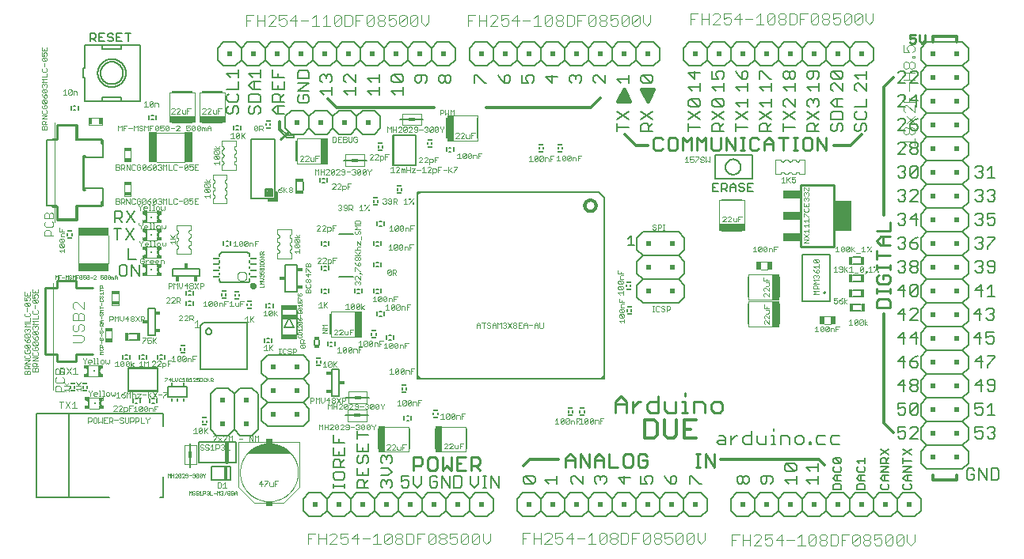
<source format=gto>
G04 EAGLE Gerber RS-274X export*
G75*
%MOMM*%
%FSLAX34Y34*%
%LPD*%
%INTop Silkscreen*%
%IPPOS*%
%AMOC8*
5,1,8,0,0,1.08239X$1,22.5*%
G01*
%ADD10C,0.304800*%
%ADD11C,0.406400*%
%ADD12C,0.254000*%
%ADD13C,0.177800*%
%ADD14C,0.203200*%
%ADD15C,0.152400*%
%ADD16C,0.127000*%
%ADD17C,0.101600*%
%ADD18C,0.228600*%
%ADD19C,0.355600*%
%ADD20R,0.508000X0.508000*%
%ADD21C,0.076200*%
%ADD22C,0.050800*%
%ADD23R,0.700000X0.600000*%
%ADD24R,0.500000X0.325000*%
%ADD25R,0.250000X0.150000*%
%ADD26R,0.175000X0.400000*%
%ADD27R,0.200000X0.200000*%
%ADD28R,0.300000X0.300000*%
%ADD29R,0.075000X0.325000*%
%ADD30C,0.025400*%
%ADD31R,0.950000X3.300000*%
%ADD32R,0.381000X0.508000*%
%ADD33R,0.254000X0.508000*%
%ADD34R,0.508000X0.254000*%
%ADD35R,0.731300X0.243800*%
%ADD36R,1.854200X3.200400*%
%ADD37R,1.854200X0.863600*%
%ADD38R,0.700000X0.350000*%
%ADD39R,0.863600X0.406400*%
%ADD40C,0.070000*%
%ADD41R,0.700000X0.300000*%
%ADD42R,0.599900X0.300000*%
%ADD43R,2.200000X0.200000*%
%ADD44R,2.700000X0.650000*%
%ADD45R,0.200000X2.200000*%
%ADD46R,0.650000X2.700000*%
%ADD47R,0.584200X0.457200*%
%ADD48R,0.300000X0.700000*%
%ADD49R,3.300000X0.950000*%
%ADD50R,1.727200X0.558800*%
%ADD51R,1.574800X0.609600*%
%ADD52R,0.250000X0.450000*%
%ADD53R,0.350000X0.700000*%
%ADD54R,0.508000X0.381000*%
%ADD55R,0.406400X0.863600*%
%ADD56R,0.500100X0.950000*%

G36*
X251906Y80942D02*
X251906Y80942D01*
X251934Y80940D01*
X252003Y80962D01*
X252075Y80976D01*
X252098Y80992D01*
X252125Y81001D01*
X252180Y81048D01*
X252240Y81089D01*
X252256Y81113D01*
X252277Y81131D01*
X252310Y81196D01*
X252350Y81257D01*
X252355Y81285D01*
X252367Y81310D01*
X252372Y81383D01*
X252385Y81454D01*
X252379Y81482D01*
X252381Y81510D01*
X252357Y81579D01*
X252342Y81650D01*
X252325Y81673D01*
X252316Y81700D01*
X252258Y81768D01*
X252226Y81813D01*
X252212Y81822D01*
X252199Y81837D01*
X246699Y86337D01*
X246650Y86363D01*
X246578Y86410D01*
X239578Y89410D01*
X239527Y89421D01*
X239461Y89444D01*
X230461Y90944D01*
X230410Y90943D01*
X230299Y90945D01*
X220799Y89445D01*
X220747Y89426D01*
X220651Y89398D01*
X213651Y85898D01*
X213614Y85869D01*
X213561Y85840D01*
X208561Y81840D01*
X208541Y81816D01*
X208516Y81799D01*
X208477Y81740D01*
X208432Y81686D01*
X208423Y81657D01*
X208406Y81631D01*
X208394Y81562D01*
X208373Y81495D01*
X208376Y81464D01*
X208371Y81434D01*
X208386Y81365D01*
X208393Y81295D01*
X208408Y81268D01*
X208414Y81238D01*
X208455Y81181D01*
X208488Y81119D01*
X208513Y81100D01*
X208530Y81075D01*
X208590Y81038D01*
X208645Y80994D01*
X208674Y80985D01*
X208701Y80969D01*
X208784Y80954D01*
X208837Y80938D01*
X208856Y80941D01*
X208878Y80937D01*
X251878Y80937D01*
X251906Y80942D01*
G37*
D10*
X939800Y57150D02*
X939800Y52070D01*
X965200Y52070D01*
X965200Y57150D01*
X939800Y520700D02*
X939800Y527050D01*
X965200Y527050D01*
X965200Y520700D01*
X574040Y450850D02*
X462280Y450850D01*
X574040Y450850D02*
X584200Y461010D01*
X406400Y450850D02*
X302260Y450850D01*
X293370Y459740D01*
X610870Y421640D02*
X622300Y410210D01*
X635000Y410210D01*
X834390Y410210D02*
X852170Y410210D01*
X863600Y421640D01*
X818134Y74168D02*
X713232Y74168D01*
X818134Y74168D02*
X823976Y68326D01*
X539750Y74168D02*
X509270Y74168D01*
X502158Y67056D01*
X887730Y113030D02*
X887730Y229870D01*
X887730Y113030D02*
X897890Y102870D01*
X887730Y335280D02*
X887730Y472440D01*
X897890Y482600D01*
D11*
X609600Y469900D02*
X603250Y457200D01*
X615950Y457200D02*
X609600Y469900D01*
X609600Y457200D02*
X603250Y457200D01*
X609600Y463550D01*
X609600Y457200D01*
X615950Y457200D01*
X609600Y463550D01*
X628650Y469900D02*
X635000Y469900D01*
X641350Y469900D02*
X635000Y457200D01*
X628650Y469900D01*
X635000Y463550D01*
X641350Y469900D01*
X635000Y469900D01*
X635000Y463550D01*
D10*
X211564Y259588D02*
X211566Y259672D01*
X211572Y259756D01*
X211582Y259840D01*
X211595Y259923D01*
X211613Y260005D01*
X211635Y260087D01*
X211660Y260167D01*
X211689Y260246D01*
X211722Y260324D01*
X211758Y260400D01*
X211798Y260474D01*
X211841Y260546D01*
X211887Y260616D01*
X211937Y260684D01*
X211990Y260750D01*
X212046Y260813D01*
X212105Y260873D01*
X212167Y260930D01*
X212231Y260985D01*
X212298Y261036D01*
X212367Y261084D01*
X212438Y261129D01*
X212511Y261171D01*
X212586Y261209D01*
X212663Y261243D01*
X212741Y261274D01*
X212821Y261301D01*
X212902Y261325D01*
X212984Y261344D01*
X213067Y261360D01*
X213150Y261372D01*
X213234Y261380D01*
X213318Y261384D01*
X213402Y261384D01*
X213486Y261380D01*
X213570Y261372D01*
X213653Y261360D01*
X213736Y261344D01*
X213818Y261325D01*
X213899Y261301D01*
X213979Y261274D01*
X214057Y261243D01*
X214134Y261209D01*
X214209Y261171D01*
X214282Y261129D01*
X214353Y261084D01*
X214422Y261036D01*
X214489Y260985D01*
X214553Y260930D01*
X214615Y260873D01*
X214674Y260813D01*
X214730Y260750D01*
X214783Y260684D01*
X214833Y260616D01*
X214879Y260546D01*
X214922Y260474D01*
X214962Y260400D01*
X214998Y260324D01*
X215031Y260246D01*
X215060Y260167D01*
X215085Y260087D01*
X215107Y260005D01*
X215125Y259923D01*
X215138Y259840D01*
X215148Y259756D01*
X215154Y259672D01*
X215156Y259588D01*
X215154Y259504D01*
X215148Y259420D01*
X215138Y259336D01*
X215125Y259253D01*
X215107Y259171D01*
X215085Y259089D01*
X215060Y259009D01*
X215031Y258930D01*
X214998Y258852D01*
X214962Y258776D01*
X214922Y258702D01*
X214879Y258630D01*
X214833Y258560D01*
X214783Y258492D01*
X214730Y258426D01*
X214674Y258363D01*
X214615Y258303D01*
X214553Y258246D01*
X214489Y258191D01*
X214422Y258140D01*
X214353Y258092D01*
X214282Y258047D01*
X214209Y258005D01*
X214134Y257967D01*
X214057Y257933D01*
X213979Y257902D01*
X213899Y257875D01*
X213818Y257851D01*
X213736Y257832D01*
X213653Y257816D01*
X213570Y257804D01*
X213486Y257796D01*
X213402Y257792D01*
X213318Y257792D01*
X213234Y257796D01*
X213150Y257804D01*
X213067Y257816D01*
X212984Y257832D01*
X212902Y257851D01*
X212821Y257875D01*
X212741Y257902D01*
X212663Y257933D01*
X212586Y257967D01*
X212511Y258005D01*
X212438Y258047D01*
X212367Y258092D01*
X212298Y258140D01*
X212231Y258191D01*
X212167Y258246D01*
X212105Y258303D01*
X212046Y258363D01*
X211990Y258426D01*
X211937Y258492D01*
X211887Y258560D01*
X211841Y258630D01*
X211798Y258702D01*
X211758Y258776D01*
X211722Y258852D01*
X211689Y258930D01*
X211660Y259009D01*
X211635Y259089D01*
X211613Y259171D01*
X211595Y259253D01*
X211582Y259336D01*
X211572Y259420D01*
X211566Y259504D01*
X211564Y259588D01*
D12*
X547624Y75277D02*
X547624Y65786D01*
X547624Y75277D02*
X552369Y80022D01*
X557115Y75277D01*
X557115Y65786D01*
X557115Y72904D02*
X547624Y72904D01*
X563060Y65786D02*
X563060Y80022D01*
X572551Y65786D01*
X572551Y80022D01*
X578496Y75277D02*
X578496Y65786D01*
X578496Y75277D02*
X583242Y80022D01*
X587987Y75277D01*
X587987Y65786D01*
X587987Y72904D02*
X578496Y72904D01*
X593932Y80022D02*
X593932Y65786D01*
X603423Y65786D01*
X611741Y80022D02*
X616486Y80022D01*
X611741Y80022D02*
X609368Y77649D01*
X609368Y68159D01*
X611741Y65786D01*
X616486Y65786D01*
X618859Y68159D01*
X618859Y77649D01*
X616486Y80022D01*
X631922Y80022D02*
X634295Y77649D01*
X631922Y80022D02*
X627177Y80022D01*
X624804Y77649D01*
X624804Y68159D01*
X627177Y65786D01*
X631922Y65786D01*
X634295Y68159D01*
X634295Y72904D01*
X629550Y72904D01*
X686549Y65786D02*
X691294Y65786D01*
X688921Y65786D02*
X688921Y80022D01*
X686549Y80022D02*
X691294Y80022D01*
X696839Y80022D02*
X696839Y65786D01*
X706330Y65786D02*
X696839Y80022D01*
X706330Y80022D02*
X706330Y65786D01*
D13*
X246463Y443733D02*
X238159Y443733D01*
X234006Y447885D01*
X238159Y452037D01*
X246463Y452037D01*
X240235Y452037D02*
X240235Y443733D01*
X246463Y456830D02*
X234006Y456830D01*
X234006Y463059D01*
X236082Y465135D01*
X240235Y465135D01*
X242311Y463059D01*
X242311Y456830D01*
X242311Y460982D02*
X246463Y465135D01*
X234006Y469928D02*
X234006Y478232D01*
X234006Y469928D02*
X246463Y469928D01*
X246463Y478232D01*
X240235Y474080D02*
X240235Y469928D01*
X246463Y483025D02*
X234006Y483025D01*
X234006Y491329D01*
X240235Y487177D02*
X240235Y483025D01*
X260784Y461899D02*
X262860Y463975D01*
X260784Y461899D02*
X260784Y457747D01*
X262860Y455671D01*
X271165Y455671D01*
X273241Y457747D01*
X273241Y461899D01*
X271165Y463975D01*
X267013Y463975D01*
X267013Y459823D01*
X273241Y468768D02*
X260784Y468768D01*
X273241Y477073D01*
X260784Y477073D01*
X260784Y481866D02*
X273241Y481866D01*
X273241Y488094D01*
X271165Y490170D01*
X262860Y490170D01*
X260784Y488094D01*
X260784Y481866D01*
X602604Y429221D02*
X615061Y429221D01*
X602604Y425069D02*
X602604Y433373D01*
X602604Y438166D02*
X615061Y446471D01*
X615061Y438166D02*
X602604Y446471D01*
X628004Y425069D02*
X640461Y425069D01*
X628004Y425069D02*
X628004Y431297D01*
X630080Y433373D01*
X634233Y433373D01*
X636309Y431297D01*
X636309Y425069D01*
X636309Y429221D02*
X640461Y433373D01*
X640461Y446471D02*
X628004Y438166D01*
X628004Y446471D02*
X640461Y438166D01*
D12*
X600202Y136069D02*
X600202Y124206D01*
X600202Y136069D02*
X606134Y142001D01*
X612065Y136069D01*
X612065Y124206D01*
X612065Y133104D02*
X600202Y133104D01*
X618912Y136069D02*
X618912Y124206D01*
X618912Y130138D02*
X624844Y136069D01*
X627810Y136069D01*
X646368Y142001D02*
X646368Y124206D01*
X637470Y124206D01*
X634504Y127172D01*
X634504Y133104D01*
X637470Y136069D01*
X646368Y136069D01*
X653215Y136069D02*
X653215Y127172D01*
X656181Y124206D01*
X665078Y124206D01*
X665078Y136069D01*
X671925Y136069D02*
X674891Y136069D01*
X674891Y124206D01*
X671925Y124206D02*
X677857Y124206D01*
X674891Y142001D02*
X674891Y144967D01*
X684399Y136069D02*
X684399Y124206D01*
X684399Y136069D02*
X693296Y136069D01*
X696262Y133104D01*
X696262Y124206D01*
X706075Y124206D02*
X712007Y124206D01*
X714973Y127172D01*
X714973Y133104D01*
X712007Y136069D01*
X706075Y136069D01*
X703109Y133104D01*
X703109Y127172D01*
X706075Y124206D01*
D13*
X336633Y43429D02*
X324176Y43429D01*
X324176Y49657D01*
X326252Y51733D01*
X330405Y51733D01*
X332481Y49657D01*
X332481Y43429D01*
X332481Y47581D02*
X336633Y51733D01*
X324176Y56526D02*
X324176Y64831D01*
X324176Y56526D02*
X336633Y56526D01*
X336633Y64831D01*
X330405Y60678D02*
X330405Y56526D01*
X324176Y75852D02*
X326252Y77928D01*
X324176Y75852D02*
X324176Y71700D01*
X326252Y69624D01*
X328329Y69624D01*
X330405Y71700D01*
X330405Y75852D01*
X332481Y77928D01*
X334557Y77928D01*
X336633Y75852D01*
X336633Y71700D01*
X334557Y69624D01*
X324176Y82721D02*
X324176Y91025D01*
X324176Y82721D02*
X336633Y82721D01*
X336633Y91025D01*
X330405Y86873D02*
X330405Y82721D01*
X336633Y99970D02*
X324176Y99970D01*
X324176Y95818D02*
X324176Y104122D01*
X349576Y45505D02*
X351652Y43429D01*
X349576Y45505D02*
X349576Y49657D01*
X351652Y51733D01*
X353729Y51733D01*
X355805Y49657D01*
X355805Y47581D01*
X355805Y49657D02*
X357881Y51733D01*
X359957Y51733D01*
X362033Y49657D01*
X362033Y45505D01*
X359957Y43429D01*
X357881Y56526D02*
X349576Y56526D01*
X357881Y56526D02*
X362033Y60678D01*
X357881Y64831D01*
X349576Y64831D01*
X351652Y69624D02*
X349576Y71700D01*
X349576Y75852D01*
X351652Y77928D01*
X353729Y77928D01*
X355805Y75852D01*
X355805Y73776D01*
X355805Y75852D02*
X357881Y77928D01*
X359957Y77928D01*
X362033Y75852D01*
X362033Y71700D01*
X359957Y69624D01*
X371597Y56062D02*
X379901Y56062D01*
X371597Y56062D02*
X371597Y49833D01*
X375749Y51909D01*
X377825Y51909D01*
X379901Y49833D01*
X379901Y45681D01*
X377825Y43605D01*
X373673Y43605D01*
X371597Y45681D01*
X384694Y47757D02*
X384694Y56062D01*
X384694Y47757D02*
X388846Y43605D01*
X392999Y47757D01*
X392999Y56062D01*
X445765Y56062D02*
X445765Y47757D01*
X449917Y43605D01*
X454069Y47757D01*
X454069Y56062D01*
X458862Y43605D02*
X463014Y43605D01*
X460938Y43605D02*
X460938Y56062D01*
X458862Y56062D02*
X463014Y56062D01*
X467594Y56062D02*
X467594Y43605D01*
X475898Y43605D02*
X467594Y56062D01*
X475898Y56062D02*
X475898Y43605D01*
X410381Y53986D02*
X408305Y56062D01*
X404153Y56062D01*
X402077Y53986D01*
X402077Y45681D01*
X404153Y43605D01*
X408305Y43605D01*
X410381Y45681D01*
X410381Y49833D01*
X406229Y49833D01*
X415174Y43605D02*
X415174Y56062D01*
X423479Y43605D01*
X423479Y56062D01*
X428272Y56062D02*
X428272Y43605D01*
X434500Y43605D01*
X436576Y45681D01*
X436576Y53986D01*
X434500Y56062D01*
X428272Y56062D01*
X630080Y477139D02*
X638385Y477139D01*
X630080Y477139D02*
X628004Y479215D01*
X628004Y483367D01*
X630080Y485443D01*
X638385Y485443D01*
X640461Y483367D01*
X640461Y479215D01*
X638385Y477139D01*
X630080Y485443D01*
X606757Y477139D02*
X602604Y481291D01*
X615061Y481291D01*
X615061Y477139D02*
X615061Y485443D01*
X589661Y485443D02*
X589661Y477139D01*
X581357Y485443D01*
X579280Y485443D01*
X577204Y483367D01*
X577204Y479215D01*
X579280Y477139D01*
X553880Y477139D02*
X551804Y479215D01*
X551804Y483367D01*
X553880Y485443D01*
X555957Y485443D01*
X558033Y483367D01*
X558033Y481291D01*
X558033Y483367D02*
X560109Y485443D01*
X562185Y485443D01*
X564261Y483367D01*
X564261Y479215D01*
X562185Y477139D01*
X538861Y483367D02*
X526404Y483367D01*
X532633Y477139D01*
X532633Y485443D01*
X501004Y485443D02*
X501004Y477139D01*
X507233Y477139D01*
X505157Y481291D01*
X505157Y483367D01*
X507233Y485443D01*
X511385Y485443D01*
X513461Y483367D01*
X513461Y479215D01*
X511385Y477139D01*
X477680Y481291D02*
X475604Y485443D01*
X477680Y481291D02*
X481833Y477139D01*
X485985Y477139D01*
X488061Y479215D01*
X488061Y483367D01*
X485985Y485443D01*
X483909Y485443D01*
X481833Y483367D01*
X481833Y477139D01*
X450204Y477139D02*
X450204Y485443D01*
X452280Y485443D01*
X460585Y477139D01*
X462661Y477139D01*
X414180Y477139D02*
X412104Y479215D01*
X412104Y483367D01*
X414180Y485443D01*
X416257Y485443D01*
X418333Y483367D01*
X420409Y485443D01*
X422485Y485443D01*
X424561Y483367D01*
X424561Y479215D01*
X422485Y477139D01*
X420409Y477139D01*
X418333Y479215D01*
X416257Y477139D01*
X414180Y477139D01*
X418333Y479215D02*
X418333Y483367D01*
X399161Y479215D02*
X397085Y477139D01*
X399161Y479215D02*
X399161Y483367D01*
X397085Y485443D01*
X388780Y485443D01*
X386704Y483367D01*
X386704Y479215D01*
X388780Y477139D01*
X390857Y477139D01*
X392933Y479215D01*
X392933Y485443D01*
X365457Y464439D02*
X361304Y468591D01*
X373761Y468591D01*
X373761Y464439D02*
X373761Y472743D01*
X371685Y477536D02*
X363380Y477536D01*
X361304Y479612D01*
X361304Y483765D01*
X363380Y485841D01*
X371685Y485841D01*
X373761Y483765D01*
X373761Y479612D01*
X371685Y477536D01*
X363380Y485841D01*
X340057Y464439D02*
X335904Y468591D01*
X348361Y468591D01*
X348361Y464439D02*
X348361Y472743D01*
X340057Y477536D02*
X335904Y481688D01*
X348361Y481688D01*
X348361Y477536D02*
X348361Y485841D01*
X314657Y464439D02*
X310504Y468591D01*
X322961Y468591D01*
X322961Y464439D02*
X322961Y472743D01*
X322961Y477536D02*
X322961Y485841D01*
X314657Y485841D02*
X322961Y477536D01*
X314657Y485841D02*
X312580Y485841D01*
X310504Y483765D01*
X310504Y479612D01*
X312580Y477536D01*
X289257Y464439D02*
X285104Y468591D01*
X297561Y468591D01*
X297561Y464439D02*
X297561Y472743D01*
X287180Y477536D02*
X285104Y479612D01*
X285104Y483765D01*
X287180Y485841D01*
X289257Y485841D01*
X291333Y483765D01*
X291333Y481688D01*
X291333Y483765D02*
X293409Y485841D01*
X295485Y485841D01*
X297561Y483765D01*
X297561Y479612D01*
X295485Y477536D01*
X504350Y47879D02*
X512655Y47879D01*
X504350Y47879D02*
X502274Y49955D01*
X502274Y54107D01*
X504350Y56183D01*
X512655Y56183D01*
X514731Y54107D01*
X514731Y49955D01*
X512655Y47879D01*
X504350Y56183D01*
X525134Y52031D02*
X529287Y47879D01*
X525134Y52031D02*
X537591Y52031D01*
X537591Y47879D02*
X537591Y56183D01*
X565531Y56183D02*
X565531Y47879D01*
X557227Y56183D01*
X555150Y56183D01*
X553074Y54107D01*
X553074Y49955D01*
X555150Y47879D01*
X578474Y49955D02*
X580550Y47879D01*
X578474Y49955D02*
X578474Y54107D01*
X580550Y56183D01*
X582627Y56183D01*
X584703Y54107D01*
X584703Y52031D01*
X584703Y54107D02*
X586779Y56183D01*
X588855Y56183D01*
X590931Y54107D01*
X590931Y49955D01*
X588855Y47879D01*
X603874Y54107D02*
X616331Y54107D01*
X610103Y47879D02*
X603874Y54107D01*
X610103Y56183D02*
X610103Y47879D01*
X628004Y47879D02*
X628004Y56183D01*
X628004Y47879D02*
X634233Y47879D01*
X632157Y52031D01*
X632157Y54107D01*
X634233Y56183D01*
X638385Y56183D01*
X640461Y54107D01*
X640461Y49955D01*
X638385Y47879D01*
X653404Y56183D02*
X655480Y52031D01*
X659633Y47879D01*
X663785Y47879D01*
X665861Y49955D01*
X665861Y54107D01*
X663785Y56183D01*
X661709Y56183D01*
X659633Y54107D01*
X659633Y47879D01*
X680074Y47879D02*
X680074Y56183D01*
X682150Y56183D01*
X690455Y47879D01*
X692531Y47879D01*
X831204Y431297D02*
X833280Y433373D01*
X831204Y431297D02*
X831204Y427145D01*
X833280Y425069D01*
X835357Y425069D01*
X837433Y427145D01*
X837433Y431297D01*
X839509Y433373D01*
X841585Y433373D01*
X843661Y431297D01*
X843661Y427145D01*
X841585Y425069D01*
X843661Y438166D02*
X831204Y438166D01*
X843661Y438166D02*
X843661Y444395D01*
X841585Y446471D01*
X833280Y446471D01*
X831204Y444395D01*
X831204Y438166D01*
X835357Y451264D02*
X843661Y451264D01*
X835357Y451264D02*
X831204Y455416D01*
X835357Y459568D01*
X843661Y459568D01*
X837433Y459568D02*
X837433Y451264D01*
X856604Y431297D02*
X858680Y433373D01*
X856604Y431297D02*
X856604Y427145D01*
X858680Y425069D01*
X860757Y425069D01*
X862833Y427145D01*
X862833Y431297D01*
X864909Y433373D01*
X866985Y433373D01*
X869061Y431297D01*
X869061Y427145D01*
X866985Y425069D01*
X856604Y444395D02*
X858680Y446471D01*
X856604Y444395D02*
X856604Y440242D01*
X858680Y438166D01*
X866985Y438166D01*
X869061Y440242D01*
X869061Y444395D01*
X866985Y446471D01*
X869061Y451264D02*
X856604Y451264D01*
X869061Y451264D02*
X869061Y459568D01*
D14*
X617637Y313831D02*
X614078Y310272D01*
X617637Y313831D02*
X617637Y303154D01*
X614078Y303154D02*
X621196Y303154D01*
D13*
X730874Y49955D02*
X732950Y47879D01*
X730874Y49955D02*
X730874Y54107D01*
X732950Y56183D01*
X735027Y56183D01*
X737103Y54107D01*
X739179Y56183D01*
X741255Y56183D01*
X743331Y54107D01*
X743331Y49955D01*
X741255Y47879D01*
X739179Y47879D01*
X737103Y49955D01*
X735027Y47879D01*
X732950Y47879D01*
X737103Y49955D02*
X737103Y54107D01*
X766655Y47879D02*
X768731Y49955D01*
X768731Y54107D01*
X766655Y56183D01*
X758350Y56183D01*
X756274Y54107D01*
X756274Y49955D01*
X758350Y47879D01*
X760427Y47879D01*
X762503Y49955D01*
X762503Y56183D01*
D15*
X781547Y51989D02*
X785784Y47752D01*
X781547Y51989D02*
X794258Y51989D01*
X794258Y47752D02*
X794258Y56226D01*
X792140Y60849D02*
X783666Y60849D01*
X781547Y62968D01*
X781547Y67205D01*
X783666Y69323D01*
X792140Y69323D01*
X794258Y67205D01*
X794258Y62968D01*
X792140Y60849D01*
X783666Y69323D01*
D13*
X805042Y52031D02*
X809195Y47879D01*
X805042Y52031D02*
X817499Y52031D01*
X817499Y47879D02*
X817499Y56183D01*
X809195Y60976D02*
X805042Y65128D01*
X817499Y65128D01*
X817499Y60976D02*
X817499Y69281D01*
D16*
X833239Y41529D02*
X842137Y41529D01*
X842137Y45978D01*
X840654Y47461D01*
X834722Y47461D01*
X833239Y45978D01*
X833239Y41529D01*
X836205Y50884D02*
X842137Y50884D01*
X836205Y50884D02*
X833239Y53850D01*
X836205Y56816D01*
X842137Y56816D01*
X837688Y56816D02*
X837688Y50884D01*
X833239Y64688D02*
X834722Y66171D01*
X833239Y64688D02*
X833239Y61722D01*
X834722Y60239D01*
X840654Y60239D01*
X842137Y61722D01*
X842137Y64688D01*
X840654Y66171D01*
X840654Y69595D02*
X834722Y69595D01*
X833239Y71077D01*
X833239Y74043D01*
X834722Y75526D01*
X840654Y75526D01*
X842137Y74043D01*
X842137Y71077D01*
X840654Y69595D01*
X834722Y75526D01*
X858639Y41529D02*
X867537Y41529D01*
X867537Y45978D01*
X866054Y47461D01*
X860122Y47461D01*
X858639Y45978D01*
X858639Y41529D01*
X861605Y50884D02*
X867537Y50884D01*
X861605Y50884D02*
X858639Y53850D01*
X861605Y56816D01*
X867537Y56816D01*
X863088Y56816D02*
X863088Y50884D01*
X858639Y64688D02*
X860122Y66171D01*
X858639Y64688D02*
X858639Y61722D01*
X860122Y60239D01*
X866054Y60239D01*
X867537Y61722D01*
X867537Y64688D01*
X866054Y66171D01*
X861605Y69595D02*
X858639Y72560D01*
X867537Y72560D01*
X867537Y69595D02*
X867537Y75526D01*
X885522Y47461D02*
X884039Y45978D01*
X884039Y43012D01*
X885522Y41529D01*
X891454Y41529D01*
X892937Y43012D01*
X892937Y45978D01*
X891454Y47461D01*
X892937Y50884D02*
X887005Y50884D01*
X884039Y53850D01*
X887005Y56816D01*
X892937Y56816D01*
X888488Y56816D02*
X888488Y50884D01*
X892937Y60239D02*
X884039Y60239D01*
X892937Y66171D01*
X884039Y66171D01*
X884039Y69595D02*
X892937Y69595D01*
X884039Y69595D02*
X884039Y74043D01*
X885522Y75526D01*
X888488Y75526D01*
X889971Y74043D01*
X889971Y69595D01*
X889971Y72560D02*
X892937Y75526D01*
X892937Y84881D02*
X884039Y78950D01*
X884039Y84881D02*
X892937Y78950D01*
X909652Y47461D02*
X908169Y45978D01*
X908169Y43012D01*
X909652Y41529D01*
X915584Y41529D01*
X917067Y43012D01*
X917067Y45978D01*
X915584Y47461D01*
X917067Y50884D02*
X911135Y50884D01*
X908169Y53850D01*
X911135Y56816D01*
X917067Y56816D01*
X912618Y56816D02*
X912618Y50884D01*
X917067Y60239D02*
X908169Y60239D01*
X917067Y66171D01*
X908169Y66171D01*
X908169Y72560D02*
X917067Y72560D01*
X908169Y69595D02*
X908169Y75526D01*
X908169Y78950D02*
X917067Y84881D01*
X917067Y78950D02*
X908169Y84881D01*
D13*
X742061Y429221D02*
X729604Y429221D01*
X729604Y425069D02*
X729604Y433373D01*
X729604Y438166D02*
X742061Y446471D01*
X742061Y438166D02*
X729604Y446471D01*
X733757Y451264D02*
X729604Y455416D01*
X742061Y455416D01*
X742061Y451264D02*
X742061Y459568D01*
X755004Y425069D02*
X767461Y425069D01*
X755004Y425069D02*
X755004Y431297D01*
X757080Y433373D01*
X761233Y433373D01*
X763309Y431297D01*
X763309Y425069D01*
X763309Y429221D02*
X767461Y433373D01*
X767461Y446471D02*
X755004Y438166D01*
X755004Y446471D02*
X767461Y438166D01*
X759157Y451264D02*
X755004Y455416D01*
X767461Y455416D01*
X767461Y451264D02*
X767461Y459568D01*
D14*
X716159Y99322D02*
X711329Y99322D01*
X716159Y99322D02*
X718574Y96907D01*
X718574Y89662D01*
X711329Y89662D01*
X708914Y92077D01*
X711329Y94492D01*
X718574Y94492D01*
X724116Y89662D02*
X724116Y99322D01*
X724116Y94492D02*
X728946Y99322D01*
X731361Y99322D01*
X746445Y104152D02*
X746445Y89662D01*
X739200Y89662D01*
X736785Y92077D01*
X736785Y96907D01*
X739200Y99322D01*
X746445Y99322D01*
X751987Y99322D02*
X751987Y92077D01*
X754402Y89662D01*
X761647Y89662D01*
X761647Y99322D01*
X767189Y99322D02*
X769604Y99322D01*
X769604Y89662D01*
X767189Y89662D02*
X772019Y89662D01*
X769604Y104152D02*
X769604Y106567D01*
X777324Y99322D02*
X777324Y89662D01*
X777324Y99322D02*
X784569Y99322D01*
X786984Y96907D01*
X786984Y89662D01*
X794941Y89662D02*
X799771Y89662D01*
X802186Y92077D01*
X802186Y96907D01*
X799771Y99322D01*
X794941Y99322D01*
X792526Y96907D01*
X792526Y92077D01*
X794941Y89662D01*
X807728Y89662D02*
X807728Y92077D01*
X810143Y92077D01*
X810143Y89662D01*
X807728Y89662D01*
X817744Y99322D02*
X824990Y99322D01*
X817744Y99322D02*
X815329Y96907D01*
X815329Y92077D01*
X817744Y89662D01*
X824990Y89662D01*
X832947Y99322D02*
X840192Y99322D01*
X832947Y99322D02*
X830531Y96907D01*
X830531Y92077D01*
X832947Y89662D01*
X840192Y89662D01*
D13*
X716661Y425069D02*
X704204Y425069D01*
X704204Y431297D01*
X706280Y433373D01*
X710433Y433373D01*
X712509Y431297D01*
X712509Y425069D01*
X712509Y429221D02*
X716661Y433373D01*
X716661Y446471D02*
X704204Y438166D01*
X704204Y446471D02*
X716661Y438166D01*
X714585Y451264D02*
X706280Y451264D01*
X704204Y453340D01*
X704204Y457492D01*
X706280Y459568D01*
X714585Y459568D01*
X716661Y457492D01*
X716661Y453340D01*
X714585Y451264D01*
X706280Y459568D01*
X691261Y429221D02*
X678804Y429221D01*
X678804Y425069D02*
X678804Y433373D01*
X678804Y438166D02*
X691261Y446471D01*
X691261Y438166D02*
X678804Y446471D01*
X680880Y451264D02*
X689185Y451264D01*
X680880Y451264D02*
X678804Y453340D01*
X678804Y457492D01*
X680880Y459568D01*
X689185Y459568D01*
X691261Y457492D01*
X691261Y453340D01*
X689185Y451264D01*
X680880Y459568D01*
X805804Y425069D02*
X818261Y425069D01*
X805804Y425069D02*
X805804Y431297D01*
X807880Y433373D01*
X812033Y433373D01*
X814109Y431297D01*
X814109Y425069D01*
X814109Y429221D02*
X818261Y433373D01*
X818261Y446471D02*
X805804Y438166D01*
X805804Y446471D02*
X818261Y438166D01*
X807880Y451264D02*
X805804Y453340D01*
X805804Y457492D01*
X807880Y459568D01*
X809957Y459568D01*
X812033Y457492D01*
X812033Y455416D01*
X812033Y457492D02*
X814109Y459568D01*
X816185Y459568D01*
X818261Y457492D01*
X818261Y453340D01*
X816185Y451264D01*
X792861Y429221D02*
X780404Y429221D01*
X780404Y425069D02*
X780404Y433373D01*
X780404Y438166D02*
X792861Y446471D01*
X792861Y438166D02*
X780404Y446471D01*
X792861Y451264D02*
X792861Y459568D01*
X792861Y451264D02*
X784557Y459568D01*
X782480Y459568D01*
X780404Y457492D01*
X780404Y453340D01*
X782480Y451264D01*
D17*
X413258Y448060D02*
X413258Y442976D01*
X413258Y448060D02*
X415800Y448060D01*
X416648Y447213D01*
X416648Y445518D01*
X415800Y444671D01*
X413258Y444671D01*
X418871Y442976D02*
X418871Y448060D01*
X420566Y444671D02*
X418871Y442976D01*
X420566Y444671D02*
X422261Y442976D01*
X422261Y448060D01*
X424484Y448060D02*
X424484Y442976D01*
X426179Y446366D02*
X424484Y448060D01*
X426179Y446366D02*
X427874Y448060D01*
X427874Y442976D01*
D13*
X678804Y472401D02*
X682957Y468249D01*
X678804Y472401D02*
X691261Y472401D01*
X691261Y468249D02*
X691261Y476553D01*
X691261Y487575D02*
X678804Y487575D01*
X685033Y481346D01*
X685033Y489651D01*
X704204Y472401D02*
X708357Y468249D01*
X704204Y472401D02*
X716661Y472401D01*
X716661Y468249D02*
X716661Y476553D01*
X704204Y481346D02*
X704204Y489651D01*
X704204Y481346D02*
X710433Y481346D01*
X708357Y485498D01*
X708357Y487575D01*
X710433Y489651D01*
X714585Y489651D01*
X716661Y487575D01*
X716661Y483422D01*
X714585Y481346D01*
X729604Y472401D02*
X733757Y468249D01*
X729604Y472401D02*
X742061Y472401D01*
X742061Y468249D02*
X742061Y476553D01*
X731680Y485498D02*
X729604Y489651D01*
X731680Y485498D02*
X735833Y481346D01*
X739985Y481346D01*
X742061Y483422D01*
X742061Y487575D01*
X739985Y489651D01*
X737909Y489651D01*
X735833Y487575D01*
X735833Y481346D01*
X755004Y472401D02*
X759157Y468249D01*
X755004Y472401D02*
X767461Y472401D01*
X767461Y468249D02*
X767461Y476553D01*
X755004Y481346D02*
X755004Y489651D01*
X757080Y489651D01*
X765385Y481346D01*
X767461Y481346D01*
X780404Y472401D02*
X784557Y468249D01*
X780404Y472401D02*
X792861Y472401D01*
X792861Y468249D02*
X792861Y476553D01*
X782480Y481346D02*
X780404Y483422D01*
X780404Y487575D01*
X782480Y489651D01*
X784557Y489651D01*
X786633Y487575D01*
X788709Y489651D01*
X790785Y489651D01*
X792861Y487575D01*
X792861Y483422D01*
X790785Y481346D01*
X788709Y481346D01*
X786633Y483422D01*
X784557Y481346D01*
X782480Y481346D01*
X786633Y483422D02*
X786633Y487575D01*
X805804Y472401D02*
X809957Y468249D01*
X805804Y472401D02*
X818261Y472401D01*
X818261Y468249D02*
X818261Y476553D01*
X816185Y481346D02*
X818261Y483422D01*
X818261Y487575D01*
X816185Y489651D01*
X807880Y489651D01*
X805804Y487575D01*
X805804Y483422D01*
X807880Y481346D01*
X809957Y481346D01*
X812033Y483422D01*
X812033Y489651D01*
X843661Y476553D02*
X843661Y468249D01*
X835357Y476553D01*
X833280Y476553D01*
X831204Y474477D01*
X831204Y470325D01*
X833280Y468249D01*
X833280Y481346D02*
X841585Y481346D01*
X833280Y481346D02*
X831204Y483422D01*
X831204Y487575D01*
X833280Y489651D01*
X841585Y489651D01*
X843661Y487575D01*
X843661Y483422D01*
X841585Y481346D01*
X833280Y489651D01*
X869061Y476553D02*
X869061Y468249D01*
X860757Y476553D01*
X858680Y476553D01*
X856604Y474477D01*
X856604Y470325D01*
X858680Y468249D01*
X860757Y481346D02*
X856604Y485498D01*
X869061Y485498D01*
X869061Y481346D02*
X869061Y489651D01*
D18*
X915282Y528455D02*
X921213Y528455D01*
X915282Y528455D02*
X915282Y524006D01*
X918247Y525489D01*
X919730Y525489D01*
X921213Y524006D01*
X921213Y521040D01*
X919730Y519557D01*
X916765Y519557D01*
X915282Y521040D01*
X925572Y522523D02*
X925572Y528455D01*
X925572Y522523D02*
X928538Y519557D01*
X931504Y522523D01*
X931504Y528455D01*
D13*
X982477Y64146D02*
X984553Y62070D01*
X982477Y64146D02*
X978325Y64146D01*
X976249Y62070D01*
X976249Y53765D01*
X978325Y51689D01*
X982477Y51689D01*
X984553Y53765D01*
X984553Y57917D01*
X980401Y57917D01*
X989346Y51689D02*
X989346Y64146D01*
X997651Y51689D01*
X997651Y64146D01*
X1002444Y64146D02*
X1002444Y51689D01*
X1008672Y51689D01*
X1010748Y53765D01*
X1010748Y62070D01*
X1008672Y64146D01*
X1002444Y64146D01*
X910893Y477139D02*
X902589Y477139D01*
X910893Y485443D01*
X910893Y487520D01*
X908817Y489596D01*
X904665Y489596D01*
X902589Y487520D01*
X915686Y477139D02*
X923991Y477139D01*
X923991Y485443D02*
X915686Y477139D01*
X923991Y485443D02*
X923991Y487520D01*
X921915Y489596D01*
X917762Y489596D01*
X915686Y487520D01*
X910893Y451739D02*
X902589Y451739D01*
X910893Y460043D01*
X910893Y462120D01*
X908817Y464196D01*
X904665Y464196D01*
X902589Y462120D01*
X921915Y464196D02*
X921915Y451739D01*
X915686Y457967D02*
X921915Y464196D01*
X923991Y457967D02*
X915686Y457967D01*
X910893Y426339D02*
X902589Y426339D01*
X910893Y434643D01*
X910893Y436720D01*
X908817Y438796D01*
X904665Y438796D01*
X902589Y436720D01*
X919838Y436720D02*
X923991Y438796D01*
X919838Y436720D02*
X915686Y432567D01*
X915686Y428415D01*
X917762Y426339D01*
X921915Y426339D01*
X923991Y428415D01*
X923991Y430491D01*
X921915Y432567D01*
X915686Y432567D01*
X910893Y400939D02*
X902589Y400939D01*
X910893Y409243D01*
X910893Y411320D01*
X908817Y413396D01*
X904665Y413396D01*
X902589Y411320D01*
X915686Y411320D02*
X917762Y413396D01*
X921915Y413396D01*
X923991Y411320D01*
X923991Y409243D01*
X921915Y407167D01*
X923991Y405091D01*
X923991Y403015D01*
X921915Y400939D01*
X917762Y400939D01*
X915686Y403015D01*
X915686Y405091D01*
X917762Y407167D01*
X915686Y409243D01*
X915686Y411320D01*
X917762Y407167D02*
X921915Y407167D01*
X904665Y387996D02*
X902589Y385920D01*
X904665Y387996D02*
X908817Y387996D01*
X910893Y385920D01*
X910893Y383843D01*
X908817Y381767D01*
X906741Y381767D01*
X908817Y381767D02*
X910893Y379691D01*
X910893Y377615D01*
X908817Y375539D01*
X904665Y375539D01*
X902589Y377615D01*
X915686Y377615D02*
X915686Y385920D01*
X917762Y387996D01*
X921915Y387996D01*
X923991Y385920D01*
X923991Y377615D01*
X921915Y375539D01*
X917762Y375539D01*
X915686Y377615D01*
X923991Y385920D01*
X985139Y385920D02*
X987215Y387996D01*
X991367Y387996D01*
X993443Y385920D01*
X993443Y383843D01*
X991367Y381767D01*
X989291Y381767D01*
X991367Y381767D02*
X993443Y379691D01*
X993443Y377615D01*
X991367Y375539D01*
X987215Y375539D01*
X985139Y377615D01*
X998236Y383843D02*
X1002388Y387996D01*
X1002388Y375539D01*
X998236Y375539D02*
X1006541Y375539D01*
X904665Y362596D02*
X902589Y360520D01*
X904665Y362596D02*
X908817Y362596D01*
X910893Y360520D01*
X910893Y358443D01*
X908817Y356367D01*
X906741Y356367D01*
X908817Y356367D02*
X910893Y354291D01*
X910893Y352215D01*
X908817Y350139D01*
X904665Y350139D01*
X902589Y352215D01*
X915686Y350139D02*
X923991Y350139D01*
X923991Y358443D02*
X915686Y350139D01*
X923991Y358443D02*
X923991Y360520D01*
X921915Y362596D01*
X917762Y362596D01*
X915686Y360520D01*
X985139Y360520D02*
X987215Y362596D01*
X991367Y362596D01*
X993443Y360520D01*
X993443Y358443D01*
X991367Y356367D01*
X989291Y356367D01*
X991367Y356367D02*
X993443Y354291D01*
X993443Y352215D01*
X991367Y350139D01*
X987215Y350139D01*
X985139Y352215D01*
X998236Y360520D02*
X1000312Y362596D01*
X1004465Y362596D01*
X1006541Y360520D01*
X1006541Y358443D01*
X1004465Y356367D01*
X1002388Y356367D01*
X1004465Y356367D02*
X1006541Y354291D01*
X1006541Y352215D01*
X1004465Y350139D01*
X1000312Y350139D01*
X998236Y352215D01*
X904665Y337196D02*
X902589Y335120D01*
X904665Y337196D02*
X908817Y337196D01*
X910893Y335120D01*
X910893Y333043D01*
X908817Y330967D01*
X906741Y330967D01*
X908817Y330967D02*
X910893Y328891D01*
X910893Y326815D01*
X908817Y324739D01*
X904665Y324739D01*
X902589Y326815D01*
X921915Y324739D02*
X921915Y337196D01*
X915686Y330967D01*
X923991Y330967D01*
X985139Y335120D02*
X987215Y337196D01*
X991367Y337196D01*
X993443Y335120D01*
X993443Y333043D01*
X991367Y330967D01*
X989291Y330967D01*
X991367Y330967D02*
X993443Y328891D01*
X993443Y326815D01*
X991367Y324739D01*
X987215Y324739D01*
X985139Y326815D01*
X998236Y337196D02*
X1006541Y337196D01*
X998236Y337196D02*
X998236Y330967D01*
X1002388Y333043D01*
X1004465Y333043D01*
X1006541Y330967D01*
X1006541Y326815D01*
X1004465Y324739D01*
X1000312Y324739D01*
X998236Y326815D01*
X904665Y311796D02*
X902589Y309720D01*
X904665Y311796D02*
X908817Y311796D01*
X910893Y309720D01*
X910893Y307643D01*
X908817Y305567D01*
X906741Y305567D01*
X908817Y305567D02*
X910893Y303491D01*
X910893Y301415D01*
X908817Y299339D01*
X904665Y299339D01*
X902589Y301415D01*
X919838Y309720D02*
X923991Y311796D01*
X919838Y309720D02*
X915686Y305567D01*
X915686Y301415D01*
X917762Y299339D01*
X921915Y299339D01*
X923991Y301415D01*
X923991Y303491D01*
X921915Y305567D01*
X915686Y305567D01*
X985139Y309720D02*
X987215Y311796D01*
X991367Y311796D01*
X993443Y309720D01*
X993443Y307643D01*
X991367Y305567D01*
X989291Y305567D01*
X991367Y305567D02*
X993443Y303491D01*
X993443Y301415D01*
X991367Y299339D01*
X987215Y299339D01*
X985139Y301415D01*
X998236Y311796D02*
X1006541Y311796D01*
X1006541Y309720D01*
X998236Y301415D01*
X998236Y299339D01*
X904665Y286396D02*
X902589Y284320D01*
X904665Y286396D02*
X908817Y286396D01*
X910893Y284320D01*
X910893Y282243D01*
X908817Y280167D01*
X906741Y280167D01*
X908817Y280167D02*
X910893Y278091D01*
X910893Y276015D01*
X908817Y273939D01*
X904665Y273939D01*
X902589Y276015D01*
X915686Y284320D02*
X917762Y286396D01*
X921915Y286396D01*
X923991Y284320D01*
X923991Y282243D01*
X921915Y280167D01*
X923991Y278091D01*
X923991Y276015D01*
X921915Y273939D01*
X917762Y273939D01*
X915686Y276015D01*
X915686Y278091D01*
X917762Y280167D01*
X915686Y282243D01*
X915686Y284320D01*
X917762Y280167D02*
X921915Y280167D01*
X985139Y284320D02*
X987215Y286396D01*
X991367Y286396D01*
X993443Y284320D01*
X993443Y282243D01*
X991367Y280167D01*
X989291Y280167D01*
X991367Y280167D02*
X993443Y278091D01*
X993443Y276015D01*
X991367Y273939D01*
X987215Y273939D01*
X985139Y276015D01*
X998236Y276015D02*
X1000312Y273939D01*
X1004465Y273939D01*
X1006541Y276015D01*
X1006541Y284320D01*
X1004465Y286396D01*
X1000312Y286396D01*
X998236Y284320D01*
X998236Y282243D01*
X1000312Y280167D01*
X1006541Y280167D01*
X991367Y260996D02*
X991367Y248539D01*
X985139Y254767D02*
X991367Y260996D01*
X993443Y254767D02*
X985139Y254767D01*
X998236Y256843D02*
X1002388Y260996D01*
X1002388Y248539D01*
X998236Y248539D02*
X1006541Y248539D01*
X908817Y248539D02*
X908817Y260996D01*
X902589Y254767D01*
X910893Y254767D01*
X915686Y250615D02*
X915686Y258920D01*
X917762Y260996D01*
X921915Y260996D01*
X923991Y258920D01*
X923991Y250615D01*
X921915Y248539D01*
X917762Y248539D01*
X915686Y250615D01*
X923991Y258920D01*
X990097Y235596D02*
X990097Y223139D01*
X983869Y229367D02*
X990097Y235596D01*
X992173Y229367D02*
X983869Y229367D01*
X996966Y233520D02*
X999042Y235596D01*
X1003195Y235596D01*
X1005271Y233520D01*
X1005271Y231443D01*
X1003195Y229367D01*
X1001118Y229367D01*
X1003195Y229367D02*
X1005271Y227291D01*
X1005271Y225215D01*
X1003195Y223139D01*
X999042Y223139D01*
X996966Y225215D01*
X908817Y223139D02*
X908817Y235596D01*
X902589Y229367D01*
X910893Y229367D01*
X915686Y223139D02*
X923991Y223139D01*
X923991Y231443D02*
X915686Y223139D01*
X923991Y231443D02*
X923991Y233520D01*
X921915Y235596D01*
X917762Y235596D01*
X915686Y233520D01*
X990097Y210196D02*
X990097Y197739D01*
X983869Y203967D02*
X990097Y210196D01*
X992173Y203967D02*
X983869Y203967D01*
X996966Y210196D02*
X1005271Y210196D01*
X996966Y210196D02*
X996966Y203967D01*
X1001118Y206043D01*
X1003195Y206043D01*
X1005271Y203967D01*
X1005271Y199815D01*
X1003195Y197739D01*
X999042Y197739D01*
X996966Y199815D01*
X991367Y184796D02*
X991367Y172339D01*
X985139Y178567D02*
X991367Y184796D01*
X993443Y178567D02*
X985139Y178567D01*
X998236Y184796D02*
X1006541Y184796D01*
X1006541Y182720D01*
X998236Y174415D01*
X998236Y172339D01*
X991367Y159396D02*
X991367Y146939D01*
X985139Y153167D02*
X991367Y159396D01*
X993443Y153167D02*
X985139Y153167D01*
X998236Y149015D02*
X1000312Y146939D01*
X1004465Y146939D01*
X1006541Y149015D01*
X1006541Y157320D01*
X1004465Y159396D01*
X1000312Y159396D01*
X998236Y157320D01*
X998236Y155243D01*
X1000312Y153167D01*
X1006541Y153167D01*
X993443Y133996D02*
X985139Y133996D01*
X985139Y127767D01*
X989291Y129843D01*
X991367Y129843D01*
X993443Y127767D01*
X993443Y123615D01*
X991367Y121539D01*
X987215Y121539D01*
X985139Y123615D01*
X998236Y129843D02*
X1002388Y133996D01*
X1002388Y121539D01*
X998236Y121539D02*
X1006541Y121539D01*
X908817Y197739D02*
X908817Y210196D01*
X902589Y203967D01*
X910893Y203967D01*
X921915Y197739D02*
X921915Y210196D01*
X915686Y203967D01*
X923991Y203967D01*
X908817Y184796D02*
X908817Y172339D01*
X902589Y178567D02*
X908817Y184796D01*
X910893Y178567D02*
X902589Y178567D01*
X919838Y182720D02*
X923991Y184796D01*
X919838Y182720D02*
X915686Y178567D01*
X915686Y174415D01*
X917762Y172339D01*
X921915Y172339D01*
X923991Y174415D01*
X923991Y176491D01*
X921915Y178567D01*
X915686Y178567D01*
X910893Y133996D02*
X902589Y133996D01*
X902589Y127767D01*
X906741Y129843D01*
X908817Y129843D01*
X910893Y127767D01*
X910893Y123615D01*
X908817Y121539D01*
X904665Y121539D01*
X902589Y123615D01*
X915686Y123615D02*
X915686Y131920D01*
X917762Y133996D01*
X921915Y133996D01*
X923991Y131920D01*
X923991Y123615D01*
X921915Y121539D01*
X917762Y121539D01*
X915686Y123615D01*
X923991Y131920D01*
X908817Y146939D02*
X908817Y159396D01*
X902589Y153167D01*
X910893Y153167D01*
X915686Y157320D02*
X917762Y159396D01*
X921915Y159396D01*
X923991Y157320D01*
X923991Y155243D01*
X921915Y153167D01*
X923991Y151091D01*
X923991Y149015D01*
X921915Y146939D01*
X917762Y146939D01*
X915686Y149015D01*
X915686Y151091D01*
X917762Y153167D01*
X915686Y155243D01*
X915686Y157320D01*
X917762Y153167D02*
X921915Y153167D01*
X985139Y108596D02*
X993443Y108596D01*
X985139Y108596D02*
X985139Y102367D01*
X989291Y104443D01*
X991367Y104443D01*
X993443Y102367D01*
X993443Y98215D01*
X991367Y96139D01*
X987215Y96139D01*
X985139Y98215D01*
X998236Y106520D02*
X1000312Y108596D01*
X1004465Y108596D01*
X1006541Y106520D01*
X1006541Y104443D01*
X1004465Y102367D01*
X1002388Y102367D01*
X1004465Y102367D02*
X1006541Y100291D01*
X1006541Y98215D01*
X1004465Y96139D01*
X1000312Y96139D01*
X998236Y98215D01*
X910893Y108596D02*
X902589Y108596D01*
X902589Y102367D01*
X906741Y104443D01*
X908817Y104443D01*
X910893Y102367D01*
X910893Y98215D01*
X908817Y96139D01*
X904665Y96139D01*
X902589Y98215D01*
X915686Y96139D02*
X923991Y96139D01*
X923991Y104443D02*
X915686Y96139D01*
X923991Y104443D02*
X923991Y106520D01*
X921915Y108596D01*
X917762Y108596D01*
X915686Y106520D01*
D12*
X894080Y236220D02*
X879844Y236220D01*
X894080Y236220D02*
X894080Y243338D01*
X891707Y245711D01*
X882217Y245711D01*
X879844Y243338D01*
X879844Y236220D01*
X894080Y251656D02*
X894080Y256401D01*
X894080Y254029D02*
X879844Y254029D01*
X879844Y256401D02*
X879844Y251656D01*
X879844Y269065D02*
X882217Y271438D01*
X879844Y269065D02*
X879844Y264319D01*
X882217Y261947D01*
X891707Y261947D01*
X894080Y264319D01*
X894080Y269065D01*
X891707Y271438D01*
X886962Y271438D01*
X886962Y266692D01*
X894080Y277383D02*
X894080Y282128D01*
X894080Y279756D02*
X879844Y279756D01*
X879844Y282128D02*
X879844Y277383D01*
X879844Y292419D02*
X894080Y292419D01*
X879844Y287674D02*
X879844Y297164D01*
X884589Y303110D02*
X894080Y303110D01*
X884589Y303110D02*
X879844Y307855D01*
X884589Y312600D01*
X894080Y312600D01*
X886962Y312600D02*
X886962Y303110D01*
X879844Y318546D02*
X894080Y318546D01*
X894080Y328036D01*
D19*
X632206Y116095D02*
X632206Y96774D01*
X641866Y96774D01*
X645086Y99994D01*
X645086Y112874D01*
X641866Y116095D01*
X632206Y116095D01*
X653255Y116095D02*
X653255Y99994D01*
X656475Y96774D01*
X662915Y96774D01*
X666136Y99994D01*
X666136Y116095D01*
X674304Y116095D02*
X687185Y116095D01*
X674304Y116095D02*
X674304Y96774D01*
X687185Y96774D01*
X680745Y106434D02*
X674304Y106434D01*
D13*
X210682Y452037D02*
X208606Y449961D01*
X208606Y445809D01*
X210682Y443733D01*
X212759Y443733D01*
X214835Y445809D01*
X214835Y449961D01*
X216911Y452037D01*
X218987Y452037D01*
X221063Y449961D01*
X221063Y445809D01*
X218987Y443733D01*
X221063Y456830D02*
X208606Y456830D01*
X221063Y456830D02*
X221063Y463059D01*
X218987Y465135D01*
X210682Y465135D01*
X208606Y463059D01*
X208606Y456830D01*
X212759Y469928D02*
X221063Y469928D01*
X212759Y469928D02*
X208606Y474080D01*
X212759Y478232D01*
X221063Y478232D01*
X214835Y478232D02*
X214835Y469928D01*
X212759Y483025D02*
X208606Y487177D01*
X221063Y487177D01*
X221063Y483025D02*
X221063Y491329D01*
X187314Y452037D02*
X185238Y449961D01*
X185238Y445809D01*
X187314Y443733D01*
X189391Y443733D01*
X191467Y445809D01*
X191467Y449961D01*
X193543Y452037D01*
X195619Y452037D01*
X197695Y449961D01*
X197695Y445809D01*
X195619Y443733D01*
X185238Y463059D02*
X187314Y465135D01*
X185238Y463059D02*
X185238Y458906D01*
X187314Y456830D01*
X195619Y456830D01*
X197695Y458906D01*
X197695Y463059D01*
X195619Y465135D01*
X197695Y469928D02*
X185238Y469928D01*
X197695Y469928D02*
X197695Y478232D01*
X189391Y483025D02*
X185238Y487177D01*
X197695Y487177D01*
X197695Y483025D02*
X197695Y491329D01*
X311233Y47581D02*
X311233Y43429D01*
X311233Y45505D02*
X298776Y45505D01*
X298776Y43429D02*
X298776Y47581D01*
X298776Y54237D02*
X298776Y58389D01*
X298776Y54237D02*
X300852Y52161D01*
X309157Y52161D01*
X311233Y54237D01*
X311233Y58389D01*
X309157Y60465D01*
X300852Y60465D01*
X298776Y58389D01*
X298776Y65258D02*
X311233Y65258D01*
X298776Y65258D02*
X298776Y71486D01*
X300852Y73562D01*
X305005Y73562D01*
X307081Y71486D01*
X307081Y65258D01*
X307081Y69410D02*
X311233Y73562D01*
X298776Y78355D02*
X298776Y86659D01*
X298776Y78355D02*
X311233Y78355D01*
X311233Y86659D01*
X305005Y82507D02*
X305005Y78355D01*
X311233Y91452D02*
X298776Y91452D01*
X298776Y99757D01*
X305005Y95604D02*
X305005Y91452D01*
D14*
X257048Y420624D02*
X249936Y420624D01*
X242824Y427736D01*
X242824Y435864D01*
X240792Y435864D01*
X240792Y427228D01*
X249428Y418592D01*
X257048Y418592D01*
X257048Y420624D01*
D12*
X250952Y424688D02*
X242316Y417068D01*
D15*
X623570Y311150D02*
X629920Y317500D01*
X623570Y298450D02*
X629920Y292100D01*
X623570Y285750D01*
X623570Y273050D02*
X629920Y266700D01*
X629920Y317500D02*
X668020Y317500D01*
X674370Y311150D01*
X674370Y298450D01*
X668020Y292100D01*
X674370Y285750D01*
X674370Y273050D01*
X668020Y266700D01*
X668020Y292100D02*
X629920Y292100D01*
X629920Y266700D02*
X668020Y266700D01*
X623570Y273050D02*
X623570Y285750D01*
X623570Y298450D02*
X623570Y311150D01*
X629920Y266700D02*
X623570Y260350D01*
X623570Y247650D02*
X629920Y241300D01*
X668020Y266700D02*
X674370Y260350D01*
X674370Y247650D01*
X668020Y241300D01*
X629920Y241300D01*
X623570Y247650D02*
X623570Y260350D01*
D20*
X636270Y304800D03*
X661670Y304800D03*
X661670Y279400D03*
X636270Y279400D03*
X661670Y254000D03*
X636270Y254000D03*
D21*
X643888Y324246D02*
X642998Y325136D01*
X641219Y325136D01*
X640329Y324246D01*
X640329Y323356D01*
X641219Y322466D01*
X642998Y322466D01*
X643888Y321577D01*
X643888Y320687D01*
X642998Y319797D01*
X641219Y319797D01*
X640329Y320687D01*
X645942Y319797D02*
X645942Y325136D01*
X648611Y325136D01*
X649501Y324246D01*
X649501Y322466D01*
X648611Y321577D01*
X645942Y321577D01*
X651555Y319797D02*
X653335Y319797D01*
X652445Y319797D02*
X652445Y325136D01*
X651555Y325136D02*
X653335Y325136D01*
D22*
X642198Y232410D02*
X640334Y232410D01*
X641266Y232410D02*
X641266Y238003D01*
X640334Y238003D02*
X642198Y238003D01*
X646872Y238003D02*
X647805Y237071D01*
X646872Y238003D02*
X645008Y238003D01*
X644076Y237071D01*
X644076Y233342D01*
X645008Y232410D01*
X646872Y232410D01*
X647805Y233342D01*
X652486Y238003D02*
X653418Y237071D01*
X652486Y238003D02*
X650621Y238003D01*
X649689Y237071D01*
X649689Y236139D01*
X650621Y235206D01*
X652486Y235206D01*
X653418Y234274D01*
X653418Y233342D01*
X652486Y232410D01*
X650621Y232410D01*
X649689Y233342D01*
X655302Y232410D02*
X655302Y238003D01*
X658099Y238003D01*
X659031Y237071D01*
X659031Y235206D01*
X658099Y234274D01*
X655302Y234274D01*
D15*
X488950Y495300D02*
X476250Y495300D01*
X469900Y501650D01*
X469900Y514350D01*
X476250Y520700D01*
X514350Y495300D02*
X520700Y501650D01*
X514350Y495300D02*
X501650Y495300D01*
X495300Y501650D01*
X495300Y514350D01*
X501650Y520700D01*
X514350Y520700D01*
X520700Y514350D01*
X495300Y501650D02*
X488950Y495300D01*
X495300Y514350D02*
X488950Y520700D01*
X476250Y520700D01*
X552450Y495300D02*
X565150Y495300D01*
X552450Y495300D02*
X546100Y501650D01*
X546100Y514350D01*
X552450Y520700D01*
X546100Y501650D02*
X539750Y495300D01*
X527050Y495300D01*
X520700Y501650D01*
X520700Y514350D01*
X527050Y520700D01*
X539750Y520700D01*
X546100Y514350D01*
X590550Y495300D02*
X596900Y501650D01*
X590550Y495300D02*
X577850Y495300D01*
X571500Y501650D01*
X571500Y514350D01*
X577850Y520700D01*
X590550Y520700D01*
X596900Y514350D01*
X571500Y501650D02*
X565150Y495300D01*
X571500Y514350D02*
X565150Y520700D01*
X552450Y520700D01*
X628650Y495300D02*
X641350Y495300D01*
X628650Y495300D02*
X622300Y501650D01*
X622300Y514350D01*
X628650Y520700D01*
X622300Y501650D02*
X615950Y495300D01*
X603250Y495300D01*
X596900Y501650D01*
X596900Y514350D01*
X603250Y520700D01*
X615950Y520700D01*
X622300Y514350D01*
X647700Y514350D02*
X647700Y501650D01*
X641350Y495300D01*
X647700Y514350D02*
X641350Y520700D01*
X628650Y520700D01*
X463550Y495300D02*
X450850Y495300D01*
X444500Y501650D01*
X444500Y514350D01*
X450850Y520700D01*
X469900Y501650D02*
X463550Y495300D01*
X469900Y514350D02*
X463550Y520700D01*
X450850Y520700D01*
D20*
X482600Y508000D03*
X508000Y508000D03*
X533400Y508000D03*
X558800Y508000D03*
X584200Y508000D03*
X609600Y508000D03*
X635000Y508000D03*
X457200Y508000D03*
D17*
X443314Y538226D02*
X443314Y549920D01*
X451110Y549920D01*
X447212Y544073D02*
X443314Y544073D01*
X455008Y538226D02*
X455008Y549920D01*
X455008Y544073D02*
X462804Y544073D01*
X462804Y549920D02*
X462804Y538226D01*
X466702Y538226D02*
X474498Y538226D01*
X466702Y538226D02*
X474498Y546022D01*
X474498Y547971D01*
X472549Y549920D01*
X468651Y549920D01*
X466702Y547971D01*
X478396Y549920D02*
X486192Y549920D01*
X478396Y549920D02*
X478396Y544073D01*
X482294Y546022D01*
X484243Y546022D01*
X486192Y544073D01*
X486192Y540175D01*
X484243Y538226D01*
X480345Y538226D01*
X478396Y540175D01*
X495937Y538226D02*
X495937Y549920D01*
X490090Y544073D01*
X497886Y544073D01*
X501784Y544073D02*
X509580Y544073D01*
X513478Y546022D02*
X517376Y549920D01*
X517376Y538226D01*
X513478Y538226D02*
X521274Y538226D01*
X525172Y540175D02*
X525172Y547971D01*
X527121Y549920D01*
X531019Y549920D01*
X532968Y547971D01*
X532968Y540175D01*
X531019Y538226D01*
X527121Y538226D01*
X525172Y540175D01*
X532968Y547971D01*
X536866Y547971D02*
X538815Y549920D01*
X542713Y549920D01*
X544662Y547971D01*
X544662Y546022D01*
X542713Y544073D01*
X544662Y542124D01*
X544662Y540175D01*
X542713Y538226D01*
X538815Y538226D01*
X536866Y540175D01*
X536866Y542124D01*
X538815Y544073D01*
X536866Y546022D01*
X536866Y547971D01*
X538815Y544073D02*
X542713Y544073D01*
X548560Y549920D02*
X548560Y538226D01*
X554407Y538226D01*
X556356Y540175D01*
X556356Y547971D01*
X554407Y549920D01*
X548560Y549920D01*
X560254Y549920D02*
X560254Y538226D01*
X560254Y549920D02*
X568050Y549920D01*
X564152Y544073D02*
X560254Y544073D01*
X571948Y540175D02*
X571948Y547971D01*
X573897Y549920D01*
X577795Y549920D01*
X579744Y547971D01*
X579744Y540175D01*
X577795Y538226D01*
X573897Y538226D01*
X571948Y540175D01*
X579744Y547971D01*
X583642Y547971D02*
X585591Y549920D01*
X589489Y549920D01*
X591438Y547971D01*
X591438Y546022D01*
X589489Y544073D01*
X591438Y542124D01*
X591438Y540175D01*
X589489Y538226D01*
X585591Y538226D01*
X583642Y540175D01*
X583642Y542124D01*
X585591Y544073D01*
X583642Y546022D01*
X583642Y547971D01*
X585591Y544073D02*
X589489Y544073D01*
X595336Y549920D02*
X603132Y549920D01*
X595336Y549920D02*
X595336Y544073D01*
X599234Y546022D01*
X601183Y546022D01*
X603132Y544073D01*
X603132Y540175D01*
X601183Y538226D01*
X597285Y538226D01*
X595336Y540175D01*
X607030Y540175D02*
X607030Y547971D01*
X608979Y549920D01*
X612877Y549920D01*
X614826Y547971D01*
X614826Y540175D01*
X612877Y538226D01*
X608979Y538226D01*
X607030Y540175D01*
X614826Y547971D01*
X618724Y547971D02*
X618724Y540175D01*
X618724Y547971D02*
X620673Y549920D01*
X624571Y549920D01*
X626520Y547971D01*
X626520Y540175D01*
X624571Y538226D01*
X620673Y538226D01*
X618724Y540175D01*
X626520Y547971D01*
X630418Y549920D02*
X630418Y542124D01*
X634316Y538226D01*
X638214Y542124D01*
X638214Y549920D01*
D15*
X226060Y501650D02*
X219710Y495300D01*
X207010Y495300D01*
X200660Y501650D01*
X200660Y514350D01*
X207010Y520700D01*
X219710Y520700D01*
X226060Y514350D01*
X257810Y495300D02*
X270510Y495300D01*
X257810Y495300D02*
X251460Y501650D01*
X251460Y514350D01*
X257810Y520700D01*
X251460Y501650D02*
X245110Y495300D01*
X232410Y495300D01*
X226060Y501650D01*
X226060Y514350D01*
X232410Y520700D01*
X245110Y520700D01*
X251460Y514350D01*
X295910Y495300D02*
X302260Y501650D01*
X295910Y495300D02*
X283210Y495300D01*
X276860Y501650D01*
X276860Y514350D01*
X283210Y520700D01*
X295910Y520700D01*
X302260Y514350D01*
X276860Y501650D02*
X270510Y495300D01*
X276860Y514350D02*
X270510Y520700D01*
X257810Y520700D01*
X334010Y495300D02*
X346710Y495300D01*
X334010Y495300D02*
X327660Y501650D01*
X327660Y514350D01*
X334010Y520700D01*
X327660Y501650D02*
X321310Y495300D01*
X308610Y495300D01*
X302260Y501650D01*
X302260Y514350D01*
X308610Y520700D01*
X321310Y520700D01*
X327660Y514350D01*
X372110Y495300D02*
X378460Y501650D01*
X372110Y495300D02*
X359410Y495300D01*
X353060Y501650D01*
X353060Y514350D01*
X359410Y520700D01*
X372110Y520700D01*
X378460Y514350D01*
X353060Y501650D02*
X346710Y495300D01*
X353060Y514350D02*
X346710Y520700D01*
X334010Y520700D01*
X410210Y495300D02*
X422910Y495300D01*
X410210Y495300D02*
X403860Y501650D01*
X403860Y514350D01*
X410210Y520700D01*
X403860Y501650D02*
X397510Y495300D01*
X384810Y495300D01*
X378460Y501650D01*
X378460Y514350D01*
X384810Y520700D01*
X397510Y520700D01*
X403860Y514350D01*
X429260Y514350D02*
X429260Y501650D01*
X422910Y495300D01*
X429260Y514350D02*
X422910Y520700D01*
X410210Y520700D01*
X194310Y495300D02*
X181610Y495300D01*
X175260Y501650D01*
X175260Y514350D01*
X181610Y520700D01*
X200660Y501650D02*
X194310Y495300D01*
X200660Y514350D02*
X194310Y520700D01*
X181610Y520700D01*
D20*
X213360Y508000D03*
X238760Y508000D03*
X264160Y508000D03*
X289560Y508000D03*
X314960Y508000D03*
X340360Y508000D03*
X365760Y508000D03*
X391160Y508000D03*
X416560Y508000D03*
X187960Y508000D03*
D17*
X206078Y538226D02*
X206078Y549920D01*
X213874Y549920D01*
X209976Y544073D02*
X206078Y544073D01*
X217772Y538226D02*
X217772Y549920D01*
X217772Y544073D02*
X225568Y544073D01*
X225568Y549920D02*
X225568Y538226D01*
X229466Y538226D02*
X237262Y538226D01*
X229466Y538226D02*
X237262Y546022D01*
X237262Y547971D01*
X235313Y549920D01*
X231415Y549920D01*
X229466Y547971D01*
X241160Y549920D02*
X248956Y549920D01*
X241160Y549920D02*
X241160Y544073D01*
X245058Y546022D01*
X247007Y546022D01*
X248956Y544073D01*
X248956Y540175D01*
X247007Y538226D01*
X243109Y538226D01*
X241160Y540175D01*
X258701Y538226D02*
X258701Y549920D01*
X252854Y544073D01*
X260650Y544073D01*
X264548Y544073D02*
X272344Y544073D01*
X276242Y546022D02*
X280140Y549920D01*
X280140Y538226D01*
X276242Y538226D02*
X284038Y538226D01*
X287936Y546022D02*
X291834Y549920D01*
X291834Y538226D01*
X287936Y538226D02*
X295732Y538226D01*
X299630Y540175D02*
X299630Y547971D01*
X301579Y549920D01*
X305477Y549920D01*
X307426Y547971D01*
X307426Y540175D01*
X305477Y538226D01*
X301579Y538226D01*
X299630Y540175D01*
X307426Y547971D01*
X311324Y549920D02*
X311324Y538226D01*
X317171Y538226D01*
X319120Y540175D01*
X319120Y547971D01*
X317171Y549920D01*
X311324Y549920D01*
X323018Y549920D02*
X323018Y538226D01*
X323018Y549920D02*
X330814Y549920D01*
X326916Y544073D02*
X323018Y544073D01*
X334712Y540175D02*
X334712Y547971D01*
X336661Y549920D01*
X340559Y549920D01*
X342508Y547971D01*
X342508Y540175D01*
X340559Y538226D01*
X336661Y538226D01*
X334712Y540175D01*
X342508Y547971D01*
X346406Y547971D02*
X348355Y549920D01*
X352253Y549920D01*
X354202Y547971D01*
X354202Y546022D01*
X352253Y544073D01*
X354202Y542124D01*
X354202Y540175D01*
X352253Y538226D01*
X348355Y538226D01*
X346406Y540175D01*
X346406Y542124D01*
X348355Y544073D01*
X346406Y546022D01*
X346406Y547971D01*
X348355Y544073D02*
X352253Y544073D01*
X358100Y549920D02*
X365896Y549920D01*
X358100Y549920D02*
X358100Y544073D01*
X361998Y546022D01*
X363947Y546022D01*
X365896Y544073D01*
X365896Y540175D01*
X363947Y538226D01*
X360049Y538226D01*
X358100Y540175D01*
X369794Y540175D02*
X369794Y547971D01*
X371743Y549920D01*
X375641Y549920D01*
X377590Y547971D01*
X377590Y540175D01*
X375641Y538226D01*
X371743Y538226D01*
X369794Y540175D01*
X377590Y547971D01*
X381488Y547971D02*
X381488Y540175D01*
X381488Y547971D02*
X383437Y549920D01*
X387335Y549920D01*
X389284Y547971D01*
X389284Y540175D01*
X387335Y538226D01*
X383437Y538226D01*
X381488Y540175D01*
X389284Y547971D01*
X393182Y549920D02*
X393182Y542124D01*
X397080Y538226D01*
X400978Y542124D01*
X400978Y549920D01*
X199378Y59944D02*
X199387Y60705D01*
X199415Y61465D01*
X199462Y62225D01*
X199527Y62983D01*
X199611Y63739D01*
X199714Y64493D01*
X199834Y65244D01*
X199974Y65992D01*
X200131Y66736D01*
X200307Y67476D01*
X200501Y68212D01*
X200713Y68943D01*
X200943Y69668D01*
X201190Y70388D01*
X201455Y71101D01*
X201738Y71807D01*
X202037Y72506D01*
X202354Y73198D01*
X202688Y73882D01*
X203038Y74557D01*
X203405Y75224D01*
X203788Y75881D01*
X204188Y76529D01*
X204602Y77167D01*
X205033Y77794D01*
X205479Y78411D01*
X205939Y79016D01*
X206415Y79610D01*
X206905Y80192D01*
X207409Y80762D01*
X207926Y81320D01*
X208458Y81864D01*
X209002Y82396D01*
X209560Y82913D01*
X210130Y83417D01*
X210712Y83907D01*
X211306Y84383D01*
X211911Y84843D01*
X212528Y85289D01*
X213155Y85720D01*
X213793Y86134D01*
X214441Y86534D01*
X215098Y86917D01*
X215765Y87284D01*
X216440Y87634D01*
X217124Y87968D01*
X217816Y88285D01*
X218515Y88584D01*
X219221Y88867D01*
X219934Y89132D01*
X220654Y89379D01*
X221379Y89609D01*
X222110Y89821D01*
X222846Y90015D01*
X223586Y90191D01*
X224330Y90348D01*
X225078Y90488D01*
X225829Y90608D01*
X226583Y90711D01*
X227339Y90795D01*
X228097Y90860D01*
X228857Y90907D01*
X229617Y90935D01*
X230378Y90944D01*
X231139Y90935D01*
X231899Y90907D01*
X232659Y90860D01*
X233417Y90795D01*
X234173Y90711D01*
X234927Y90608D01*
X235678Y90488D01*
X236426Y90348D01*
X237170Y90191D01*
X237910Y90015D01*
X238646Y89821D01*
X239377Y89609D01*
X240102Y89379D01*
X240822Y89132D01*
X241535Y88867D01*
X242241Y88584D01*
X242940Y88285D01*
X243632Y87968D01*
X244316Y87634D01*
X244991Y87284D01*
X245658Y86917D01*
X246315Y86534D01*
X246963Y86134D01*
X247601Y85720D01*
X248228Y85289D01*
X248845Y84843D01*
X249450Y84383D01*
X250044Y83907D01*
X250626Y83417D01*
X251196Y82913D01*
X251754Y82396D01*
X252298Y81864D01*
X252830Y81320D01*
X253347Y80762D01*
X253851Y80192D01*
X254341Y79610D01*
X254817Y79016D01*
X255277Y78411D01*
X255723Y77794D01*
X256154Y77167D01*
X256568Y76529D01*
X256968Y75881D01*
X257351Y75224D01*
X257718Y74557D01*
X258068Y73882D01*
X258402Y73198D01*
X258719Y72506D01*
X259018Y71807D01*
X259301Y71101D01*
X259566Y70388D01*
X259813Y69668D01*
X260043Y68943D01*
X260255Y68212D01*
X260449Y67476D01*
X260625Y66736D01*
X260782Y65992D01*
X260922Y65244D01*
X261042Y64493D01*
X261145Y63739D01*
X261229Y62983D01*
X261294Y62225D01*
X261341Y61465D01*
X261369Y60705D01*
X261378Y59944D01*
X261369Y59183D01*
X261341Y58423D01*
X261294Y57663D01*
X261229Y56905D01*
X261145Y56149D01*
X261042Y55395D01*
X260922Y54644D01*
X260782Y53896D01*
X260625Y53152D01*
X260449Y52412D01*
X260255Y51676D01*
X260043Y50945D01*
X259813Y50220D01*
X259566Y49500D01*
X259301Y48787D01*
X259018Y48081D01*
X258719Y47382D01*
X258402Y46690D01*
X258068Y46006D01*
X257718Y45331D01*
X257351Y44664D01*
X256968Y44007D01*
X256568Y43359D01*
X256154Y42721D01*
X255723Y42094D01*
X255277Y41477D01*
X254817Y40872D01*
X254341Y40278D01*
X253851Y39696D01*
X253347Y39126D01*
X252830Y38568D01*
X252298Y38024D01*
X251754Y37492D01*
X251196Y36975D01*
X250626Y36471D01*
X250044Y35981D01*
X249450Y35505D01*
X248845Y35045D01*
X248228Y34599D01*
X247601Y34168D01*
X246963Y33754D01*
X246315Y33354D01*
X245658Y32971D01*
X244991Y32604D01*
X244316Y32254D01*
X243632Y31920D01*
X242940Y31603D01*
X242241Y31304D01*
X241535Y31021D01*
X240822Y30756D01*
X240102Y30509D01*
X239377Y30279D01*
X238646Y30067D01*
X237910Y29873D01*
X237170Y29697D01*
X236426Y29540D01*
X235678Y29400D01*
X234927Y29280D01*
X234173Y29177D01*
X233417Y29093D01*
X232659Y29028D01*
X231899Y28981D01*
X231139Y28953D01*
X230378Y28944D01*
X229617Y28953D01*
X228857Y28981D01*
X228097Y29028D01*
X227339Y29093D01*
X226583Y29177D01*
X225829Y29280D01*
X225078Y29400D01*
X224330Y29540D01*
X223586Y29697D01*
X222846Y29873D01*
X222110Y30067D01*
X221379Y30279D01*
X220654Y30509D01*
X219934Y30756D01*
X219221Y31021D01*
X218515Y31304D01*
X217816Y31603D01*
X217124Y31920D01*
X216440Y32254D01*
X215765Y32604D01*
X215098Y32971D01*
X214441Y33354D01*
X213793Y33754D01*
X213155Y34168D01*
X212528Y34599D01*
X211911Y35045D01*
X211306Y35505D01*
X210712Y35981D01*
X210130Y36471D01*
X209560Y36975D01*
X209002Y37492D01*
X208458Y38024D01*
X207926Y38568D01*
X207409Y39126D01*
X206905Y39696D01*
X206415Y40278D01*
X205939Y40872D01*
X205479Y41477D01*
X205033Y42094D01*
X204602Y42721D01*
X204188Y43359D01*
X203788Y44007D01*
X203405Y44664D01*
X203038Y45331D01*
X202688Y46006D01*
X202354Y46690D01*
X202037Y47382D01*
X201738Y48081D01*
X201455Y48787D01*
X201190Y49500D01*
X200943Y50220D01*
X200713Y50945D01*
X200501Y51676D01*
X200307Y52412D01*
X200131Y53152D01*
X199974Y53896D01*
X199834Y54644D01*
X199714Y55395D01*
X199611Y56149D01*
X199527Y56905D01*
X199462Y57663D01*
X199415Y58423D01*
X199387Y59183D01*
X199378Y59944D01*
X262878Y44444D02*
X262878Y92444D01*
X262878Y44444D02*
X245878Y27444D01*
X214878Y27444D01*
X197878Y44444D01*
X197878Y92444D01*
X262878Y92444D01*
X239878Y92444D01*
X262878Y92444D02*
X262878Y44444D01*
X245878Y27444D01*
X239878Y27444D01*
X220878Y27444D02*
X214878Y27444D01*
X197878Y44444D01*
X197878Y92444D01*
X220878Y92444D01*
X239878Y89444D02*
X240596Y89203D01*
X241309Y88944D01*
X242014Y88668D01*
X242713Y88375D01*
X243405Y88065D01*
X244088Y87738D01*
X244764Y87395D01*
X245431Y87035D01*
X246089Y86659D01*
X246737Y86267D01*
X247376Y85859D01*
X248004Y85436D01*
X248622Y84997D01*
X249229Y84544D01*
X249825Y84075D01*
X250409Y83593D01*
X250981Y83096D01*
X251541Y82585D01*
X252088Y82061D01*
X252623Y81524D01*
X253144Y80973D01*
X253651Y80410D01*
X254144Y79835D01*
X254624Y79248D01*
X255088Y78650D01*
X255538Y78040D01*
X255973Y77419D01*
X256393Y76788D01*
X256797Y76147D01*
X257185Y75497D01*
X257557Y74836D01*
X257913Y74168D01*
X258253Y73490D01*
X258576Y72804D01*
X258882Y72111D01*
X259171Y71411D01*
X259442Y70703D01*
X259697Y69990D01*
X259934Y69270D01*
X260153Y68544D01*
X260354Y67814D01*
X260538Y67079D01*
X260703Y66339D01*
X260850Y65596D01*
X260979Y64849D01*
X261090Y64099D01*
X261183Y63347D01*
X261257Y62593D01*
X261312Y61837D01*
X261349Y61080D01*
X261368Y60323D01*
X261368Y59565D01*
X261349Y58808D01*
X261312Y58051D01*
X261257Y57295D01*
X261183Y56541D01*
X261090Y55789D01*
X260979Y55039D01*
X260850Y54292D01*
X260703Y53549D01*
X260538Y52809D01*
X260354Y52074D01*
X260153Y51344D01*
X259934Y50618D01*
X259697Y49898D01*
X259442Y49185D01*
X259171Y48477D01*
X258882Y47777D01*
X258576Y47084D01*
X258253Y46398D01*
X257913Y45720D01*
X257557Y45052D01*
X257185Y44391D01*
X256797Y43741D01*
X256393Y43100D01*
X255973Y42469D01*
X255538Y41848D01*
X255088Y41238D01*
X254624Y40640D01*
X254144Y40053D01*
X253651Y39478D01*
X253144Y38915D01*
X252623Y38364D01*
X252088Y37827D01*
X251541Y37303D01*
X250981Y36792D01*
X250409Y36295D01*
X249825Y35813D01*
X249229Y35344D01*
X248622Y34891D01*
X248004Y34452D01*
X247376Y34029D01*
X246737Y33621D01*
X246089Y33229D01*
X245431Y32853D01*
X244764Y32493D01*
X244088Y32150D01*
X243405Y31823D01*
X242713Y31513D01*
X242014Y31220D01*
X241309Y30944D01*
X240596Y30685D01*
X239878Y30444D01*
X220878Y30444D02*
X220160Y30685D01*
X219447Y30944D01*
X218742Y31220D01*
X218043Y31513D01*
X217351Y31823D01*
X216668Y32150D01*
X215992Y32493D01*
X215325Y32853D01*
X214667Y33229D01*
X214019Y33621D01*
X213380Y34029D01*
X212752Y34452D01*
X212134Y34891D01*
X211527Y35344D01*
X210931Y35813D01*
X210347Y36295D01*
X209775Y36792D01*
X209215Y37303D01*
X208668Y37827D01*
X208133Y38364D01*
X207612Y38915D01*
X207105Y39478D01*
X206612Y40053D01*
X206132Y40640D01*
X205668Y41238D01*
X205218Y41848D01*
X204783Y42469D01*
X204363Y43100D01*
X203959Y43741D01*
X203571Y44391D01*
X203199Y45052D01*
X202843Y45720D01*
X202503Y46398D01*
X202180Y47084D01*
X201874Y47777D01*
X201585Y48477D01*
X201314Y49185D01*
X201059Y49898D01*
X200822Y50618D01*
X200603Y51344D01*
X200402Y52074D01*
X200218Y52809D01*
X200053Y53549D01*
X199906Y54292D01*
X199777Y55039D01*
X199666Y55789D01*
X199573Y56541D01*
X199499Y57295D01*
X199444Y58051D01*
X199407Y58808D01*
X199388Y59565D01*
X199388Y60323D01*
X199407Y61080D01*
X199444Y61837D01*
X199499Y62593D01*
X199573Y63347D01*
X199666Y64099D01*
X199777Y64849D01*
X199906Y65596D01*
X200053Y66339D01*
X200218Y67079D01*
X200402Y67814D01*
X200603Y68544D01*
X200822Y69270D01*
X201059Y69990D01*
X201314Y70703D01*
X201585Y71411D01*
X201874Y72111D01*
X202180Y72804D01*
X202503Y73490D01*
X202843Y74168D01*
X203199Y74836D01*
X203571Y75497D01*
X203959Y76147D01*
X204363Y76788D01*
X204783Y77419D01*
X205218Y78040D01*
X205668Y78650D01*
X206132Y79248D01*
X206612Y79835D01*
X207105Y80410D01*
X207612Y80973D01*
X208133Y81524D01*
X208668Y82061D01*
X209215Y82585D01*
X209775Y83096D01*
X210347Y83593D01*
X210931Y84075D01*
X211527Y84544D01*
X212134Y84997D01*
X212752Y85436D01*
X213380Y85859D01*
X214019Y86267D01*
X214667Y86659D01*
X215325Y87035D01*
X215992Y87395D01*
X216668Y87738D01*
X217351Y88065D01*
X218043Y88375D01*
X218742Y88668D01*
X219447Y88944D01*
X220160Y89203D01*
X220878Y89444D01*
X208378Y80944D02*
X252878Y80944D01*
D23*
X230378Y93444D03*
X230378Y26444D03*
D22*
X222506Y45212D02*
X222506Y50805D01*
X219710Y48008D01*
X223439Y48008D01*
X225323Y50805D02*
X229052Y50805D01*
X229052Y49873D01*
X225323Y46144D01*
X225323Y45212D01*
X230936Y46144D02*
X230936Y48941D01*
X230936Y46144D02*
X231868Y45212D01*
X234665Y45212D01*
X234665Y48941D01*
X236549Y50805D02*
X236549Y45212D01*
X236549Y50805D02*
X240278Y50805D01*
X238414Y48008D02*
X236549Y48008D01*
D17*
X95880Y272360D02*
X95882Y272424D01*
X95888Y272488D01*
X95898Y272551D01*
X95912Y272614D01*
X95929Y272675D01*
X95951Y272736D01*
X95976Y272794D01*
X96005Y272852D01*
X96037Y272907D01*
X96073Y272960D01*
X96112Y273011D01*
X96154Y273059D01*
X96199Y273105D01*
X96247Y273148D01*
X96297Y273188D01*
X96349Y273224D01*
X96404Y273257D01*
X96461Y273287D01*
X96520Y273313D01*
X96580Y273336D01*
X96641Y273354D01*
X96703Y273369D01*
X96766Y273380D01*
X96830Y273387D01*
X96894Y273390D01*
X96958Y273389D01*
X97022Y273384D01*
X97085Y273375D01*
X97148Y273362D01*
X97210Y273345D01*
X97271Y273325D01*
X97330Y273301D01*
X97388Y273273D01*
X97443Y273241D01*
X97497Y273206D01*
X97549Y273168D01*
X97598Y273127D01*
X97644Y273083D01*
X97687Y273036D01*
X97728Y272986D01*
X97765Y272934D01*
X97799Y272880D01*
X97830Y272823D01*
X97857Y272765D01*
X97880Y272706D01*
X97900Y272645D01*
X97916Y272582D01*
X97928Y272520D01*
X97936Y272456D01*
X97940Y272392D01*
X97940Y272328D01*
X97936Y272264D01*
X97928Y272200D01*
X97916Y272138D01*
X97900Y272075D01*
X97880Y272014D01*
X97857Y271955D01*
X97830Y271897D01*
X97799Y271840D01*
X97765Y271786D01*
X97728Y271734D01*
X97687Y271684D01*
X97644Y271637D01*
X97598Y271593D01*
X97549Y271552D01*
X97497Y271514D01*
X97443Y271479D01*
X97388Y271447D01*
X97330Y271419D01*
X97271Y271395D01*
X97210Y271375D01*
X97148Y271358D01*
X97085Y271345D01*
X97022Y271336D01*
X96958Y271331D01*
X96894Y271330D01*
X96830Y271333D01*
X96766Y271340D01*
X96703Y271351D01*
X96641Y271366D01*
X96580Y271384D01*
X96520Y271407D01*
X96461Y271433D01*
X96404Y271463D01*
X96349Y271496D01*
X96297Y271532D01*
X96247Y271572D01*
X96199Y271615D01*
X96154Y271661D01*
X96112Y271709D01*
X96073Y271760D01*
X96037Y271813D01*
X96005Y271868D01*
X95976Y271926D01*
X95951Y271984D01*
X95929Y272045D01*
X95912Y272106D01*
X95898Y272169D01*
X95888Y272232D01*
X95882Y272296D01*
X95880Y272360D01*
X96160Y273360D02*
X96276Y273380D01*
X96392Y273404D01*
X96507Y273431D01*
X96621Y273463D01*
X96733Y273498D01*
X96845Y273537D01*
X96955Y273580D01*
X97064Y273626D01*
X97171Y273676D01*
X97276Y273730D01*
X97379Y273787D01*
X97481Y273847D01*
X97580Y273911D01*
X97677Y273978D01*
X97772Y274048D01*
X97865Y274122D01*
X97955Y274198D01*
X98042Y274278D01*
X98127Y274360D01*
X98209Y274445D01*
X98288Y274533D01*
X98364Y274623D01*
X98437Y274716D01*
X98507Y274811D01*
X98574Y274908D01*
X98637Y275008D01*
X98697Y275110D01*
X98754Y275213D01*
X98807Y275319D01*
X98857Y275426D01*
X98903Y275535D01*
X98945Y275645D01*
X98984Y275757D01*
X99019Y275869D01*
X99050Y275983D01*
X99077Y276098D01*
X99101Y276214D01*
X99120Y276331D01*
X99136Y276448D01*
X99148Y276565D01*
X99156Y276683D01*
X99160Y276801D01*
X99160Y276919D01*
X99156Y277037D01*
X99148Y277155D01*
X99136Y277272D01*
X99120Y277389D01*
X99101Y277506D01*
X99077Y277622D01*
X99050Y277737D01*
X99019Y277851D01*
X98984Y277963D01*
X98945Y278075D01*
X98903Y278185D01*
X98857Y278294D01*
X98807Y278401D01*
X98754Y278507D01*
X98697Y278610D01*
X98637Y278712D01*
X98574Y278812D01*
X98507Y278909D01*
X98437Y279004D01*
X98364Y279097D01*
X98288Y279187D01*
X98209Y279275D01*
X98127Y279360D01*
X98042Y279442D01*
X97955Y279522D01*
X97865Y279598D01*
X97772Y279672D01*
X97677Y279742D01*
X97580Y279809D01*
X97481Y279873D01*
X97379Y279933D01*
X97276Y279990D01*
X97171Y280044D01*
X97064Y280094D01*
X96955Y280140D01*
X96845Y280183D01*
X96733Y280222D01*
X96621Y280257D01*
X96507Y280289D01*
X96392Y280316D01*
X96276Y280340D01*
X96160Y280360D01*
X114660Y280360D02*
X114544Y280340D01*
X114428Y280316D01*
X114313Y280289D01*
X114199Y280257D01*
X114087Y280222D01*
X113975Y280183D01*
X113865Y280140D01*
X113756Y280094D01*
X113649Y280044D01*
X113544Y279990D01*
X113441Y279933D01*
X113339Y279873D01*
X113240Y279809D01*
X113143Y279742D01*
X113048Y279672D01*
X112955Y279598D01*
X112865Y279522D01*
X112778Y279442D01*
X112693Y279360D01*
X112611Y279275D01*
X112532Y279187D01*
X112456Y279097D01*
X112383Y279004D01*
X112313Y278909D01*
X112246Y278812D01*
X112183Y278712D01*
X112123Y278610D01*
X112066Y278507D01*
X112013Y278401D01*
X111963Y278294D01*
X111917Y278185D01*
X111875Y278075D01*
X111836Y277963D01*
X111801Y277851D01*
X111770Y277737D01*
X111743Y277622D01*
X111719Y277506D01*
X111700Y277389D01*
X111684Y277272D01*
X111672Y277155D01*
X111664Y277037D01*
X111660Y276919D01*
X111660Y276801D01*
X111664Y276683D01*
X111672Y276565D01*
X111684Y276448D01*
X111700Y276331D01*
X111719Y276214D01*
X111743Y276098D01*
X111770Y275983D01*
X111801Y275869D01*
X111836Y275757D01*
X111875Y275645D01*
X111917Y275535D01*
X111963Y275426D01*
X112013Y275319D01*
X112066Y275213D01*
X112123Y275110D01*
X112183Y275008D01*
X112246Y274908D01*
X112313Y274811D01*
X112383Y274716D01*
X112456Y274623D01*
X112532Y274533D01*
X112611Y274445D01*
X112693Y274360D01*
X112778Y274278D01*
X112865Y274198D01*
X112955Y274122D01*
X113048Y274048D01*
X113143Y273978D01*
X113240Y273911D01*
X113339Y273847D01*
X113441Y273787D01*
X113544Y273730D01*
X113649Y273676D01*
X113756Y273626D01*
X113865Y273580D01*
X113975Y273537D01*
X114087Y273498D01*
X114199Y273463D01*
X114313Y273431D01*
X114428Y273404D01*
X114544Y273380D01*
X114660Y273360D01*
X110660Y282610D02*
X100160Y282610D01*
X96160Y271110D02*
X110410Y271110D01*
D24*
X97910Y281485D03*
D25*
X99160Y274360D03*
X99160Y279360D03*
D26*
X99535Y276860D03*
D24*
X112910Y281485D03*
X112910Y272235D03*
D25*
X111660Y279360D03*
X111660Y274360D03*
D26*
X111285Y276860D03*
D27*
X104410Y276860D03*
D28*
X98910Y272360D03*
D29*
X95785Y272235D03*
D14*
X76459Y282458D02*
X72392Y282458D01*
X70358Y280425D01*
X70358Y272290D01*
X72392Y270256D01*
X76459Y270256D01*
X78493Y272290D01*
X78493Y280425D01*
X76459Y282458D01*
X83455Y282458D02*
X83455Y270256D01*
X91590Y270256D02*
X83455Y282458D01*
X91590Y282458D02*
X91590Y270256D01*
D22*
X96486Y288379D02*
X95554Y289311D01*
X93690Y289311D01*
X92758Y288379D01*
X92758Y284650D01*
X93690Y283718D01*
X95554Y283718D01*
X96486Y284650D01*
X96486Y286514D01*
X94622Y286514D01*
X98371Y287447D02*
X98371Y283718D01*
X98371Y285582D02*
X100235Y287447D01*
X101167Y287447D01*
X103981Y283718D02*
X105845Y283718D01*
X103981Y283718D02*
X103049Y284650D01*
X103049Y286514D01*
X103981Y287447D01*
X105845Y287447D01*
X106777Y286514D01*
X106777Y285582D01*
X103049Y285582D01*
X109594Y283718D02*
X111458Y283718D01*
X109594Y283718D02*
X108662Y284650D01*
X108662Y286514D01*
X109594Y287447D01*
X111458Y287447D01*
X112390Y286514D01*
X112390Y285582D01*
X108662Y285582D01*
X114275Y283718D02*
X114275Y287447D01*
X117071Y287447D01*
X118003Y286514D01*
X118003Y283718D01*
D16*
X116840Y55245D02*
X116840Y33020D01*
X113665Y33020D01*
X116840Y109220D02*
X116840Y122936D01*
X16764Y122936D01*
X-18034Y122936D01*
X-18034Y33020D01*
X59690Y33020D01*
X16764Y33274D02*
X16764Y122936D01*
D30*
X36910Y118750D02*
X36910Y112903D01*
X36910Y118750D02*
X39833Y118750D01*
X40808Y117775D01*
X40808Y115826D01*
X39833Y114852D01*
X36910Y114852D01*
X43497Y118750D02*
X45446Y118750D01*
X43497Y118750D02*
X42523Y117775D01*
X42523Y113877D01*
X43497Y112903D01*
X45446Y112903D01*
X46421Y113877D01*
X46421Y117775D01*
X45446Y118750D01*
X48136Y118750D02*
X48136Y112903D01*
X50085Y114852D01*
X52034Y112903D01*
X52034Y118750D01*
X53749Y118750D02*
X57647Y118750D01*
X53749Y118750D02*
X53749Y112903D01*
X57647Y112903D01*
X55698Y115826D02*
X53749Y115826D01*
X59362Y112903D02*
X59362Y118750D01*
X62285Y118750D01*
X63260Y117775D01*
X63260Y115826D01*
X62285Y114852D01*
X59362Y114852D01*
X61311Y114852D02*
X63260Y112903D01*
X64975Y115826D02*
X68873Y115826D01*
X73512Y118750D02*
X74486Y117775D01*
X73512Y118750D02*
X71563Y118750D01*
X70588Y117775D01*
X70588Y116801D01*
X71563Y115826D01*
X73512Y115826D01*
X74486Y114852D01*
X74486Y113877D01*
X73512Y112903D01*
X71563Y112903D01*
X70588Y113877D01*
X76201Y113877D02*
X76201Y118750D01*
X76201Y113877D02*
X77176Y112903D01*
X79125Y112903D01*
X80099Y113877D01*
X80099Y118750D01*
X81814Y118750D02*
X81814Y112903D01*
X81814Y118750D02*
X84738Y118750D01*
X85712Y117775D01*
X85712Y115826D01*
X84738Y114852D01*
X81814Y114852D01*
X87427Y112903D02*
X87427Y118750D01*
X90351Y118750D01*
X91325Y117775D01*
X91325Y115826D01*
X90351Y114852D01*
X87427Y114852D01*
X93041Y112903D02*
X93041Y118750D01*
X93041Y112903D02*
X96939Y112903D01*
X98654Y117775D02*
X98654Y118750D01*
X98654Y117775D02*
X100603Y115826D01*
X102552Y117775D01*
X102552Y118750D01*
X100603Y115826D02*
X100603Y112903D01*
D15*
X425450Y38100D02*
X438150Y38100D01*
X444500Y31750D01*
X444500Y19050D01*
X438150Y12700D01*
X400050Y38100D02*
X393700Y31750D01*
X400050Y38100D02*
X412750Y38100D01*
X419100Y31750D01*
X419100Y19050D01*
X412750Y12700D01*
X400050Y12700D01*
X393700Y19050D01*
X419100Y31750D02*
X425450Y38100D01*
X419100Y19050D02*
X425450Y12700D01*
X438150Y12700D01*
X361950Y38100D02*
X349250Y38100D01*
X361950Y38100D02*
X368300Y31750D01*
X368300Y19050D01*
X361950Y12700D01*
X368300Y31750D02*
X374650Y38100D01*
X387350Y38100D01*
X393700Y31750D01*
X393700Y19050D01*
X387350Y12700D01*
X374650Y12700D01*
X368300Y19050D01*
X323850Y38100D02*
X317500Y31750D01*
X323850Y38100D02*
X336550Y38100D01*
X342900Y31750D01*
X342900Y19050D01*
X336550Y12700D01*
X323850Y12700D01*
X317500Y19050D01*
X342900Y31750D02*
X349250Y38100D01*
X342900Y19050D02*
X349250Y12700D01*
X361950Y12700D01*
X285750Y38100D02*
X273050Y38100D01*
X285750Y38100D02*
X292100Y31750D01*
X292100Y19050D01*
X285750Y12700D01*
X292100Y31750D02*
X298450Y38100D01*
X311150Y38100D01*
X317500Y31750D01*
X317500Y19050D01*
X311150Y12700D01*
X298450Y12700D01*
X292100Y19050D01*
X266700Y19050D02*
X266700Y31750D01*
X273050Y38100D01*
X266700Y19050D02*
X273050Y12700D01*
X285750Y12700D01*
X450850Y38100D02*
X463550Y38100D01*
X469900Y31750D01*
X469900Y19050D01*
X463550Y12700D01*
X444500Y31750D02*
X450850Y38100D01*
X444500Y19050D02*
X450850Y12700D01*
X463550Y12700D01*
D20*
X431800Y25400D03*
X406400Y25400D03*
X381000Y25400D03*
X355600Y25400D03*
X330200Y25400D03*
X304800Y25400D03*
X279400Y25400D03*
X457200Y25400D03*
D12*
X384810Y62230D02*
X384810Y76466D01*
X391928Y76466D01*
X394301Y74093D01*
X394301Y69348D01*
X391928Y66975D01*
X384810Y66975D01*
X402619Y76466D02*
X407364Y76466D01*
X402619Y76466D02*
X400246Y74093D01*
X400246Y64603D01*
X402619Y62230D01*
X407364Y62230D01*
X409737Y64603D01*
X409737Y74093D01*
X407364Y76466D01*
X415682Y76466D02*
X415682Y62230D01*
X420428Y66975D01*
X425173Y62230D01*
X425173Y76466D01*
X431118Y76466D02*
X440609Y76466D01*
X431118Y76466D02*
X431118Y62230D01*
X440609Y62230D01*
X435864Y69348D02*
X431118Y69348D01*
X446554Y62230D02*
X446554Y76466D01*
X453672Y76466D01*
X456045Y74093D01*
X456045Y69348D01*
X453672Y66975D01*
X446554Y66975D01*
X451300Y66975D02*
X456045Y62230D01*
D17*
X271780Y-5324D02*
X271780Y-17018D01*
X271780Y-5324D02*
X279576Y-5324D01*
X275678Y-11171D02*
X271780Y-11171D01*
X283474Y-17018D02*
X283474Y-5324D01*
X283474Y-11171D02*
X291270Y-11171D01*
X291270Y-5324D02*
X291270Y-17018D01*
X295168Y-17018D02*
X302964Y-17018D01*
X295168Y-17018D02*
X302964Y-9222D01*
X302964Y-7273D01*
X301015Y-5324D01*
X297117Y-5324D01*
X295168Y-7273D01*
X306862Y-5324D02*
X314658Y-5324D01*
X306862Y-5324D02*
X306862Y-11171D01*
X310760Y-9222D01*
X312709Y-9222D01*
X314658Y-11171D01*
X314658Y-15069D01*
X312709Y-17018D01*
X308811Y-17018D01*
X306862Y-15069D01*
X324403Y-17018D02*
X324403Y-5324D01*
X318556Y-11171D01*
X326352Y-11171D01*
X330250Y-11171D02*
X338046Y-11171D01*
X341944Y-9222D02*
X345842Y-5324D01*
X345842Y-17018D01*
X341944Y-17018D02*
X349740Y-17018D01*
X353638Y-15069D02*
X353638Y-7273D01*
X355587Y-5324D01*
X359485Y-5324D01*
X361434Y-7273D01*
X361434Y-15069D01*
X359485Y-17018D01*
X355587Y-17018D01*
X353638Y-15069D01*
X361434Y-7273D01*
X365332Y-7273D02*
X367281Y-5324D01*
X371179Y-5324D01*
X373128Y-7273D01*
X373128Y-9222D01*
X371179Y-11171D01*
X373128Y-13120D01*
X373128Y-15069D01*
X371179Y-17018D01*
X367281Y-17018D01*
X365332Y-15069D01*
X365332Y-13120D01*
X367281Y-11171D01*
X365332Y-9222D01*
X365332Y-7273D01*
X367281Y-11171D02*
X371179Y-11171D01*
X377026Y-5324D02*
X377026Y-17018D01*
X382873Y-17018D01*
X384822Y-15069D01*
X384822Y-7273D01*
X382873Y-5324D01*
X377026Y-5324D01*
X388720Y-5324D02*
X388720Y-17018D01*
X388720Y-5324D02*
X396516Y-5324D01*
X392618Y-11171D02*
X388720Y-11171D01*
X400414Y-15069D02*
X400414Y-7273D01*
X402363Y-5324D01*
X406261Y-5324D01*
X408210Y-7273D01*
X408210Y-15069D01*
X406261Y-17018D01*
X402363Y-17018D01*
X400414Y-15069D01*
X408210Y-7273D01*
X412108Y-7273D02*
X414057Y-5324D01*
X417955Y-5324D01*
X419904Y-7273D01*
X419904Y-9222D01*
X417955Y-11171D01*
X419904Y-13120D01*
X419904Y-15069D01*
X417955Y-17018D01*
X414057Y-17018D01*
X412108Y-15069D01*
X412108Y-13120D01*
X414057Y-11171D01*
X412108Y-9222D01*
X412108Y-7273D01*
X414057Y-11171D02*
X417955Y-11171D01*
X423802Y-5324D02*
X431598Y-5324D01*
X423802Y-5324D02*
X423802Y-11171D01*
X427700Y-9222D01*
X429649Y-9222D01*
X431598Y-11171D01*
X431598Y-15069D01*
X429649Y-17018D01*
X425751Y-17018D01*
X423802Y-15069D01*
X435496Y-15069D02*
X435496Y-7273D01*
X437445Y-5324D01*
X441343Y-5324D01*
X443292Y-7273D01*
X443292Y-15069D01*
X441343Y-17018D01*
X437445Y-17018D01*
X435496Y-15069D01*
X443292Y-7273D01*
X447190Y-7273D02*
X447190Y-15069D01*
X447190Y-7273D02*
X449139Y-5324D01*
X453037Y-5324D01*
X454986Y-7273D01*
X454986Y-15069D01*
X453037Y-17018D01*
X449139Y-17018D01*
X447190Y-15069D01*
X454986Y-7273D01*
X458884Y-5324D02*
X458884Y-13120D01*
X462781Y-17018D01*
X466679Y-13120D01*
X466679Y-5324D01*
D15*
X654050Y38100D02*
X666750Y38100D01*
X673100Y31750D01*
X673100Y19050D01*
X666750Y12700D01*
X628650Y38100D02*
X622300Y31750D01*
X628650Y38100D02*
X641350Y38100D01*
X647700Y31750D01*
X647700Y19050D01*
X641350Y12700D01*
X628650Y12700D01*
X622300Y19050D01*
X647700Y31750D02*
X654050Y38100D01*
X647700Y19050D02*
X654050Y12700D01*
X666750Y12700D01*
X590550Y38100D02*
X577850Y38100D01*
X590550Y38100D02*
X596900Y31750D01*
X596900Y19050D01*
X590550Y12700D01*
X596900Y31750D02*
X603250Y38100D01*
X615950Y38100D01*
X622300Y31750D01*
X622300Y19050D01*
X615950Y12700D01*
X603250Y12700D01*
X596900Y19050D01*
X552450Y38100D02*
X546100Y31750D01*
X552450Y38100D02*
X565150Y38100D01*
X571500Y31750D01*
X571500Y19050D01*
X565150Y12700D01*
X552450Y12700D01*
X546100Y19050D01*
X571500Y31750D02*
X577850Y38100D01*
X571500Y19050D02*
X577850Y12700D01*
X590550Y12700D01*
X514350Y38100D02*
X501650Y38100D01*
X514350Y38100D02*
X520700Y31750D01*
X520700Y19050D01*
X514350Y12700D01*
X520700Y31750D02*
X527050Y38100D01*
X539750Y38100D01*
X546100Y31750D01*
X546100Y19050D01*
X539750Y12700D01*
X527050Y12700D01*
X520700Y19050D01*
X495300Y19050D02*
X495300Y31750D01*
X501650Y38100D01*
X495300Y19050D02*
X501650Y12700D01*
X514350Y12700D01*
X679450Y38100D02*
X692150Y38100D01*
X698500Y31750D01*
X698500Y19050D01*
X692150Y12700D01*
X673100Y31750D02*
X679450Y38100D01*
X673100Y19050D02*
X679450Y12700D01*
X692150Y12700D01*
D20*
X660400Y25400D03*
X635000Y25400D03*
X609600Y25400D03*
X584200Y25400D03*
X558800Y25400D03*
X533400Y25400D03*
X508000Y25400D03*
X685800Y25400D03*
D17*
X501396Y-4816D02*
X501396Y-16510D01*
X501396Y-4816D02*
X509192Y-4816D01*
X505294Y-10663D02*
X501396Y-10663D01*
X513090Y-16510D02*
X513090Y-4816D01*
X513090Y-10663D02*
X520886Y-10663D01*
X520886Y-4816D02*
X520886Y-16510D01*
X524784Y-16510D02*
X532580Y-16510D01*
X524784Y-16510D02*
X532580Y-8714D01*
X532580Y-6765D01*
X530631Y-4816D01*
X526733Y-4816D01*
X524784Y-6765D01*
X536478Y-4816D02*
X544274Y-4816D01*
X536478Y-4816D02*
X536478Y-10663D01*
X540376Y-8714D01*
X542325Y-8714D01*
X544274Y-10663D01*
X544274Y-14561D01*
X542325Y-16510D01*
X538427Y-16510D01*
X536478Y-14561D01*
X554019Y-16510D02*
X554019Y-4816D01*
X548172Y-10663D01*
X555968Y-10663D01*
X559866Y-10663D02*
X567662Y-10663D01*
X571560Y-8714D02*
X575458Y-4816D01*
X575458Y-16510D01*
X571560Y-16510D02*
X579356Y-16510D01*
X583254Y-14561D02*
X583254Y-6765D01*
X585203Y-4816D01*
X589101Y-4816D01*
X591050Y-6765D01*
X591050Y-14561D01*
X589101Y-16510D01*
X585203Y-16510D01*
X583254Y-14561D01*
X591050Y-6765D01*
X594948Y-6765D02*
X596897Y-4816D01*
X600795Y-4816D01*
X602744Y-6765D01*
X602744Y-8714D01*
X600795Y-10663D01*
X602744Y-12612D01*
X602744Y-14561D01*
X600795Y-16510D01*
X596897Y-16510D01*
X594948Y-14561D01*
X594948Y-12612D01*
X596897Y-10663D01*
X594948Y-8714D01*
X594948Y-6765D01*
X596897Y-10663D02*
X600795Y-10663D01*
X606642Y-4816D02*
X606642Y-16510D01*
X612489Y-16510D01*
X614438Y-14561D01*
X614438Y-6765D01*
X612489Y-4816D01*
X606642Y-4816D01*
X618336Y-4816D02*
X618336Y-16510D01*
X618336Y-4816D02*
X626132Y-4816D01*
X622234Y-10663D02*
X618336Y-10663D01*
X630030Y-14561D02*
X630030Y-6765D01*
X631979Y-4816D01*
X635877Y-4816D01*
X637826Y-6765D01*
X637826Y-14561D01*
X635877Y-16510D01*
X631979Y-16510D01*
X630030Y-14561D01*
X637826Y-6765D01*
X641724Y-6765D02*
X643673Y-4816D01*
X647571Y-4816D01*
X649520Y-6765D01*
X649520Y-8714D01*
X647571Y-10663D01*
X649520Y-12612D01*
X649520Y-14561D01*
X647571Y-16510D01*
X643673Y-16510D01*
X641724Y-14561D01*
X641724Y-12612D01*
X643673Y-10663D01*
X641724Y-8714D01*
X641724Y-6765D01*
X643673Y-10663D02*
X647571Y-10663D01*
X653418Y-4816D02*
X661214Y-4816D01*
X653418Y-4816D02*
X653418Y-10663D01*
X657316Y-8714D01*
X659265Y-8714D01*
X661214Y-10663D01*
X661214Y-14561D01*
X659265Y-16510D01*
X655367Y-16510D01*
X653418Y-14561D01*
X665112Y-14561D02*
X665112Y-6765D01*
X667061Y-4816D01*
X670959Y-4816D01*
X672908Y-6765D01*
X672908Y-14561D01*
X670959Y-16510D01*
X667061Y-16510D01*
X665112Y-14561D01*
X672908Y-6765D01*
X676806Y-6765D02*
X676806Y-14561D01*
X676806Y-6765D02*
X678755Y-4816D01*
X682653Y-4816D01*
X684602Y-6765D01*
X684602Y-14561D01*
X682653Y-16510D01*
X678755Y-16510D01*
X676806Y-14561D01*
X684602Y-6765D01*
X688500Y-4816D02*
X688500Y-12612D01*
X692397Y-16510D01*
X696295Y-12612D01*
X696295Y-4816D01*
D15*
X831850Y520700D02*
X844550Y520700D01*
X850900Y514350D01*
X850900Y501650D01*
X844550Y495300D01*
X806450Y520700D02*
X800100Y514350D01*
X806450Y520700D02*
X819150Y520700D01*
X825500Y514350D01*
X825500Y501650D01*
X819150Y495300D01*
X806450Y495300D01*
X800100Y501650D01*
X825500Y514350D02*
X831850Y520700D01*
X825500Y501650D02*
X831850Y495300D01*
X844550Y495300D01*
X768350Y520700D02*
X755650Y520700D01*
X768350Y520700D02*
X774700Y514350D01*
X774700Y501650D01*
X768350Y495300D01*
X774700Y514350D02*
X781050Y520700D01*
X793750Y520700D01*
X800100Y514350D01*
X800100Y501650D01*
X793750Y495300D01*
X781050Y495300D01*
X774700Y501650D01*
X730250Y520700D02*
X723900Y514350D01*
X730250Y520700D02*
X742950Y520700D01*
X749300Y514350D01*
X749300Y501650D01*
X742950Y495300D01*
X730250Y495300D01*
X723900Y501650D01*
X749300Y514350D02*
X755650Y520700D01*
X749300Y501650D02*
X755650Y495300D01*
X768350Y495300D01*
X692150Y520700D02*
X679450Y520700D01*
X692150Y520700D02*
X698500Y514350D01*
X698500Y501650D01*
X692150Y495300D01*
X698500Y514350D02*
X704850Y520700D01*
X717550Y520700D01*
X723900Y514350D01*
X723900Y501650D01*
X717550Y495300D01*
X704850Y495300D01*
X698500Y501650D01*
X673100Y501650D02*
X673100Y514350D01*
X679450Y520700D01*
X673100Y501650D02*
X679450Y495300D01*
X692150Y495300D01*
X857250Y520700D02*
X869950Y520700D01*
X876300Y514350D01*
X876300Y501650D01*
X869950Y495300D01*
X850900Y514350D02*
X857250Y520700D01*
X850900Y501650D02*
X857250Y495300D01*
X869950Y495300D01*
D20*
X838200Y508000D03*
X812800Y508000D03*
X787400Y508000D03*
X762000Y508000D03*
X736600Y508000D03*
X711200Y508000D03*
X685800Y508000D03*
X863600Y508000D03*
D12*
X651095Y416485D02*
X648722Y418858D01*
X643977Y418858D01*
X641604Y416485D01*
X641604Y406995D01*
X643977Y404622D01*
X648722Y404622D01*
X651095Y406995D01*
X659413Y418858D02*
X664158Y418858D01*
X659413Y418858D02*
X657040Y416485D01*
X657040Y406995D01*
X659413Y404622D01*
X664158Y404622D01*
X666531Y406995D01*
X666531Y416485D01*
X664158Y418858D01*
X672476Y418858D02*
X672476Y404622D01*
X677222Y414113D02*
X672476Y418858D01*
X677222Y414113D02*
X681967Y418858D01*
X681967Y404622D01*
X687912Y404622D02*
X687912Y418858D01*
X692658Y414113D01*
X697403Y418858D01*
X697403Y404622D01*
X703348Y406995D02*
X703348Y418858D01*
X703348Y406995D02*
X705721Y404622D01*
X710466Y404622D01*
X712839Y406995D01*
X712839Y418858D01*
X718784Y418858D02*
X718784Y404622D01*
X728275Y404622D02*
X718784Y418858D01*
X728275Y418858D02*
X728275Y404622D01*
X734220Y404622D02*
X738966Y404622D01*
X736593Y404622D02*
X736593Y418858D01*
X734220Y418858D02*
X738966Y418858D01*
X751629Y418858D02*
X754002Y416485D01*
X751629Y418858D02*
X746884Y418858D01*
X744511Y416485D01*
X744511Y406995D01*
X746884Y404622D01*
X751629Y404622D01*
X754002Y406995D01*
X759947Y404622D02*
X759947Y414113D01*
X764693Y418858D01*
X769438Y414113D01*
X769438Y404622D01*
X769438Y411740D02*
X759947Y411740D01*
X780129Y404622D02*
X780129Y418858D01*
X784874Y418858D02*
X775383Y418858D01*
X790819Y404622D02*
X795565Y404622D01*
X793192Y404622D02*
X793192Y418858D01*
X790819Y418858D02*
X795565Y418858D01*
X803483Y418858D02*
X808228Y418858D01*
X803483Y418858D02*
X801110Y416485D01*
X801110Y406995D01*
X803483Y404622D01*
X808228Y404622D01*
X810601Y406995D01*
X810601Y416485D01*
X808228Y418858D01*
X816546Y418858D02*
X816546Y404622D01*
X826037Y404622D02*
X816546Y418858D01*
X826037Y418858D02*
X826037Y404622D01*
D17*
X681228Y539750D02*
X681228Y551444D01*
X689024Y551444D01*
X685126Y545597D02*
X681228Y545597D01*
X692922Y539750D02*
X692922Y551444D01*
X692922Y545597D02*
X700718Y545597D01*
X700718Y551444D02*
X700718Y539750D01*
X704616Y539750D02*
X712412Y539750D01*
X704616Y539750D02*
X712412Y547546D01*
X712412Y549495D01*
X710463Y551444D01*
X706565Y551444D01*
X704616Y549495D01*
X716310Y551444D02*
X724106Y551444D01*
X716310Y551444D02*
X716310Y545597D01*
X720208Y547546D01*
X722157Y547546D01*
X724106Y545597D01*
X724106Y541699D01*
X722157Y539750D01*
X718259Y539750D01*
X716310Y541699D01*
X733851Y539750D02*
X733851Y551444D01*
X728004Y545597D01*
X735800Y545597D01*
X739698Y545597D02*
X747494Y545597D01*
X751392Y547546D02*
X755290Y551444D01*
X755290Y539750D01*
X751392Y539750D02*
X759188Y539750D01*
X763086Y541699D02*
X763086Y549495D01*
X765035Y551444D01*
X768933Y551444D01*
X770882Y549495D01*
X770882Y541699D01*
X768933Y539750D01*
X765035Y539750D01*
X763086Y541699D01*
X770882Y549495D01*
X774780Y549495D02*
X776729Y551444D01*
X780627Y551444D01*
X782576Y549495D01*
X782576Y547546D01*
X780627Y545597D01*
X782576Y543648D01*
X782576Y541699D01*
X780627Y539750D01*
X776729Y539750D01*
X774780Y541699D01*
X774780Y543648D01*
X776729Y545597D01*
X774780Y547546D01*
X774780Y549495D01*
X776729Y545597D02*
X780627Y545597D01*
X786474Y551444D02*
X786474Y539750D01*
X792321Y539750D01*
X794270Y541699D01*
X794270Y549495D01*
X792321Y551444D01*
X786474Y551444D01*
X798168Y551444D02*
X798168Y539750D01*
X798168Y551444D02*
X805964Y551444D01*
X802066Y545597D02*
X798168Y545597D01*
X809862Y541699D02*
X809862Y549495D01*
X811811Y551444D01*
X815709Y551444D01*
X817658Y549495D01*
X817658Y541699D01*
X815709Y539750D01*
X811811Y539750D01*
X809862Y541699D01*
X817658Y549495D01*
X821556Y549495D02*
X823505Y551444D01*
X827403Y551444D01*
X829352Y549495D01*
X829352Y547546D01*
X827403Y545597D01*
X829352Y543648D01*
X829352Y541699D01*
X827403Y539750D01*
X823505Y539750D01*
X821556Y541699D01*
X821556Y543648D01*
X823505Y545597D01*
X821556Y547546D01*
X821556Y549495D01*
X823505Y545597D02*
X827403Y545597D01*
X833250Y551444D02*
X841046Y551444D01*
X833250Y551444D02*
X833250Y545597D01*
X837148Y547546D01*
X839097Y547546D01*
X841046Y545597D01*
X841046Y541699D01*
X839097Y539750D01*
X835199Y539750D01*
X833250Y541699D01*
X844944Y541699D02*
X844944Y549495D01*
X846893Y551444D01*
X850791Y551444D01*
X852740Y549495D01*
X852740Y541699D01*
X850791Y539750D01*
X846893Y539750D01*
X844944Y541699D01*
X852740Y549495D01*
X856638Y549495D02*
X856638Y541699D01*
X856638Y549495D02*
X858587Y551444D01*
X862485Y551444D01*
X864434Y549495D01*
X864434Y541699D01*
X862485Y539750D01*
X858587Y539750D01*
X856638Y541699D01*
X864434Y549495D01*
X868332Y551444D02*
X868332Y543648D01*
X872229Y539750D01*
X876127Y543648D01*
X876127Y551444D01*
D15*
X882650Y38100D02*
X895350Y38100D01*
X901700Y31750D01*
X901700Y19050D01*
X895350Y12700D01*
X857250Y38100D02*
X850900Y31750D01*
X857250Y38100D02*
X869950Y38100D01*
X876300Y31750D01*
X876300Y19050D01*
X869950Y12700D01*
X857250Y12700D01*
X850900Y19050D01*
X876300Y31750D02*
X882650Y38100D01*
X876300Y19050D02*
X882650Y12700D01*
X895350Y12700D01*
X819150Y38100D02*
X806450Y38100D01*
X819150Y38100D02*
X825500Y31750D01*
X825500Y19050D01*
X819150Y12700D01*
X825500Y31750D02*
X831850Y38100D01*
X844550Y38100D01*
X850900Y31750D01*
X850900Y19050D01*
X844550Y12700D01*
X831850Y12700D01*
X825500Y19050D01*
X781050Y38100D02*
X774700Y31750D01*
X781050Y38100D02*
X793750Y38100D01*
X800100Y31750D01*
X800100Y19050D01*
X793750Y12700D01*
X781050Y12700D01*
X774700Y19050D01*
X800100Y31750D02*
X806450Y38100D01*
X800100Y19050D02*
X806450Y12700D01*
X819150Y12700D01*
X742950Y38100D02*
X730250Y38100D01*
X742950Y38100D02*
X749300Y31750D01*
X749300Y19050D01*
X742950Y12700D01*
X749300Y31750D02*
X755650Y38100D01*
X768350Y38100D01*
X774700Y31750D01*
X774700Y19050D01*
X768350Y12700D01*
X755650Y12700D01*
X749300Y19050D01*
X723900Y19050D02*
X723900Y31750D01*
X730250Y38100D01*
X723900Y19050D02*
X730250Y12700D01*
X742950Y12700D01*
X908050Y38100D02*
X920750Y38100D01*
X927100Y31750D01*
X927100Y19050D01*
X920750Y12700D01*
X901700Y31750D02*
X908050Y38100D01*
X901700Y19050D02*
X908050Y12700D01*
X920750Y12700D01*
D20*
X889000Y25400D03*
X863600Y25400D03*
X838200Y25400D03*
X812800Y25400D03*
X787400Y25400D03*
X762000Y25400D03*
X736600Y25400D03*
X914400Y25400D03*
D17*
X725424Y-6340D02*
X725424Y-18034D01*
X725424Y-6340D02*
X733220Y-6340D01*
X729322Y-12187D02*
X725424Y-12187D01*
X737118Y-18034D02*
X737118Y-6340D01*
X737118Y-12187D02*
X744914Y-12187D01*
X744914Y-6340D02*
X744914Y-18034D01*
X748812Y-18034D02*
X756608Y-18034D01*
X748812Y-18034D02*
X756608Y-10238D01*
X756608Y-8289D01*
X754659Y-6340D01*
X750761Y-6340D01*
X748812Y-8289D01*
X760506Y-6340D02*
X768302Y-6340D01*
X760506Y-6340D02*
X760506Y-12187D01*
X764404Y-10238D01*
X766353Y-10238D01*
X768302Y-12187D01*
X768302Y-16085D01*
X766353Y-18034D01*
X762455Y-18034D01*
X760506Y-16085D01*
X778047Y-18034D02*
X778047Y-6340D01*
X772200Y-12187D01*
X779996Y-12187D01*
X783894Y-12187D02*
X791690Y-12187D01*
X795588Y-10238D02*
X799486Y-6340D01*
X799486Y-18034D01*
X795588Y-18034D02*
X803384Y-18034D01*
X807282Y-16085D02*
X807282Y-8289D01*
X809231Y-6340D01*
X813129Y-6340D01*
X815078Y-8289D01*
X815078Y-16085D01*
X813129Y-18034D01*
X809231Y-18034D01*
X807282Y-16085D01*
X815078Y-8289D01*
X818976Y-8289D02*
X820925Y-6340D01*
X824823Y-6340D01*
X826772Y-8289D01*
X826772Y-10238D01*
X824823Y-12187D01*
X826772Y-14136D01*
X826772Y-16085D01*
X824823Y-18034D01*
X820925Y-18034D01*
X818976Y-16085D01*
X818976Y-14136D01*
X820925Y-12187D01*
X818976Y-10238D01*
X818976Y-8289D01*
X820925Y-12187D02*
X824823Y-12187D01*
X830670Y-6340D02*
X830670Y-18034D01*
X836517Y-18034D01*
X838466Y-16085D01*
X838466Y-8289D01*
X836517Y-6340D01*
X830670Y-6340D01*
X842364Y-6340D02*
X842364Y-18034D01*
X842364Y-6340D02*
X850160Y-6340D01*
X846262Y-12187D02*
X842364Y-12187D01*
X854058Y-16085D02*
X854058Y-8289D01*
X856007Y-6340D01*
X859905Y-6340D01*
X861854Y-8289D01*
X861854Y-16085D01*
X859905Y-18034D01*
X856007Y-18034D01*
X854058Y-16085D01*
X861854Y-8289D01*
X865752Y-8289D02*
X867701Y-6340D01*
X871599Y-6340D01*
X873548Y-8289D01*
X873548Y-10238D01*
X871599Y-12187D01*
X873548Y-14136D01*
X873548Y-16085D01*
X871599Y-18034D01*
X867701Y-18034D01*
X865752Y-16085D01*
X865752Y-14136D01*
X867701Y-12187D01*
X865752Y-10238D01*
X865752Y-8289D01*
X867701Y-12187D02*
X871599Y-12187D01*
X877446Y-6340D02*
X885242Y-6340D01*
X877446Y-6340D02*
X877446Y-12187D01*
X881344Y-10238D01*
X883293Y-10238D01*
X885242Y-12187D01*
X885242Y-16085D01*
X883293Y-18034D01*
X879395Y-18034D01*
X877446Y-16085D01*
X889140Y-16085D02*
X889140Y-8289D01*
X891089Y-6340D01*
X894987Y-6340D01*
X896936Y-8289D01*
X896936Y-16085D01*
X894987Y-18034D01*
X891089Y-18034D01*
X889140Y-16085D01*
X896936Y-8289D01*
X900834Y-8289D02*
X900834Y-16085D01*
X900834Y-8289D02*
X902783Y-6340D01*
X906681Y-6340D01*
X908630Y-8289D01*
X908630Y-16085D01*
X906681Y-18034D01*
X902783Y-18034D01*
X900834Y-16085D01*
X908630Y-8289D01*
X912528Y-6340D02*
X912528Y-14136D01*
X916425Y-18034D01*
X920323Y-14136D01*
X920323Y-6340D01*
X95880Y328748D02*
X95882Y328812D01*
X95888Y328876D01*
X95898Y328939D01*
X95912Y329002D01*
X95929Y329063D01*
X95951Y329124D01*
X95976Y329182D01*
X96005Y329240D01*
X96037Y329295D01*
X96073Y329348D01*
X96112Y329399D01*
X96154Y329447D01*
X96199Y329493D01*
X96247Y329536D01*
X96297Y329576D01*
X96349Y329612D01*
X96404Y329645D01*
X96461Y329675D01*
X96520Y329701D01*
X96580Y329724D01*
X96641Y329742D01*
X96703Y329757D01*
X96766Y329768D01*
X96830Y329775D01*
X96894Y329778D01*
X96958Y329777D01*
X97022Y329772D01*
X97085Y329763D01*
X97148Y329750D01*
X97210Y329733D01*
X97271Y329713D01*
X97330Y329689D01*
X97388Y329661D01*
X97443Y329629D01*
X97497Y329594D01*
X97549Y329556D01*
X97598Y329515D01*
X97644Y329471D01*
X97687Y329424D01*
X97728Y329374D01*
X97765Y329322D01*
X97799Y329268D01*
X97830Y329211D01*
X97857Y329153D01*
X97880Y329094D01*
X97900Y329033D01*
X97916Y328970D01*
X97928Y328908D01*
X97936Y328844D01*
X97940Y328780D01*
X97940Y328716D01*
X97936Y328652D01*
X97928Y328588D01*
X97916Y328526D01*
X97900Y328463D01*
X97880Y328402D01*
X97857Y328343D01*
X97830Y328285D01*
X97799Y328228D01*
X97765Y328174D01*
X97728Y328122D01*
X97687Y328072D01*
X97644Y328025D01*
X97598Y327981D01*
X97549Y327940D01*
X97497Y327902D01*
X97443Y327867D01*
X97388Y327835D01*
X97330Y327807D01*
X97271Y327783D01*
X97210Y327763D01*
X97148Y327746D01*
X97085Y327733D01*
X97022Y327724D01*
X96958Y327719D01*
X96894Y327718D01*
X96830Y327721D01*
X96766Y327728D01*
X96703Y327739D01*
X96641Y327754D01*
X96580Y327772D01*
X96520Y327795D01*
X96461Y327821D01*
X96404Y327851D01*
X96349Y327884D01*
X96297Y327920D01*
X96247Y327960D01*
X96199Y328003D01*
X96154Y328049D01*
X96112Y328097D01*
X96073Y328148D01*
X96037Y328201D01*
X96005Y328256D01*
X95976Y328314D01*
X95951Y328372D01*
X95929Y328433D01*
X95912Y328494D01*
X95898Y328557D01*
X95888Y328620D01*
X95882Y328684D01*
X95880Y328748D01*
X96160Y329748D02*
X96276Y329768D01*
X96392Y329792D01*
X96507Y329819D01*
X96621Y329851D01*
X96733Y329886D01*
X96845Y329925D01*
X96955Y329968D01*
X97064Y330014D01*
X97171Y330064D01*
X97276Y330118D01*
X97379Y330175D01*
X97481Y330235D01*
X97580Y330299D01*
X97677Y330366D01*
X97772Y330436D01*
X97865Y330510D01*
X97955Y330586D01*
X98042Y330666D01*
X98127Y330748D01*
X98209Y330833D01*
X98288Y330921D01*
X98364Y331011D01*
X98437Y331104D01*
X98507Y331199D01*
X98574Y331296D01*
X98637Y331396D01*
X98697Y331498D01*
X98754Y331601D01*
X98807Y331707D01*
X98857Y331814D01*
X98903Y331923D01*
X98945Y332033D01*
X98984Y332145D01*
X99019Y332257D01*
X99050Y332371D01*
X99077Y332486D01*
X99101Y332602D01*
X99120Y332719D01*
X99136Y332836D01*
X99148Y332953D01*
X99156Y333071D01*
X99160Y333189D01*
X99160Y333307D01*
X99156Y333425D01*
X99148Y333543D01*
X99136Y333660D01*
X99120Y333777D01*
X99101Y333894D01*
X99077Y334010D01*
X99050Y334125D01*
X99019Y334239D01*
X98984Y334351D01*
X98945Y334463D01*
X98903Y334573D01*
X98857Y334682D01*
X98807Y334789D01*
X98754Y334895D01*
X98697Y334998D01*
X98637Y335100D01*
X98574Y335200D01*
X98507Y335297D01*
X98437Y335392D01*
X98364Y335485D01*
X98288Y335575D01*
X98209Y335663D01*
X98127Y335748D01*
X98042Y335830D01*
X97955Y335910D01*
X97865Y335986D01*
X97772Y336060D01*
X97677Y336130D01*
X97580Y336197D01*
X97481Y336261D01*
X97379Y336321D01*
X97276Y336378D01*
X97171Y336432D01*
X97064Y336482D01*
X96955Y336528D01*
X96845Y336571D01*
X96733Y336610D01*
X96621Y336645D01*
X96507Y336677D01*
X96392Y336704D01*
X96276Y336728D01*
X96160Y336748D01*
X114660Y336748D02*
X114544Y336728D01*
X114428Y336704D01*
X114313Y336677D01*
X114199Y336645D01*
X114087Y336610D01*
X113975Y336571D01*
X113865Y336528D01*
X113756Y336482D01*
X113649Y336432D01*
X113544Y336378D01*
X113441Y336321D01*
X113339Y336261D01*
X113240Y336197D01*
X113143Y336130D01*
X113048Y336060D01*
X112955Y335986D01*
X112865Y335910D01*
X112778Y335830D01*
X112693Y335748D01*
X112611Y335663D01*
X112532Y335575D01*
X112456Y335485D01*
X112383Y335392D01*
X112313Y335297D01*
X112246Y335200D01*
X112183Y335100D01*
X112123Y334998D01*
X112066Y334895D01*
X112013Y334789D01*
X111963Y334682D01*
X111917Y334573D01*
X111875Y334463D01*
X111836Y334351D01*
X111801Y334239D01*
X111770Y334125D01*
X111743Y334010D01*
X111719Y333894D01*
X111700Y333777D01*
X111684Y333660D01*
X111672Y333543D01*
X111664Y333425D01*
X111660Y333307D01*
X111660Y333189D01*
X111664Y333071D01*
X111672Y332953D01*
X111684Y332836D01*
X111700Y332719D01*
X111719Y332602D01*
X111743Y332486D01*
X111770Y332371D01*
X111801Y332257D01*
X111836Y332145D01*
X111875Y332033D01*
X111917Y331923D01*
X111963Y331814D01*
X112013Y331707D01*
X112066Y331601D01*
X112123Y331498D01*
X112183Y331396D01*
X112246Y331296D01*
X112313Y331199D01*
X112383Y331104D01*
X112456Y331011D01*
X112532Y330921D01*
X112611Y330833D01*
X112693Y330748D01*
X112778Y330666D01*
X112865Y330586D01*
X112955Y330510D01*
X113048Y330436D01*
X113143Y330366D01*
X113240Y330299D01*
X113339Y330235D01*
X113441Y330175D01*
X113544Y330118D01*
X113649Y330064D01*
X113756Y330014D01*
X113865Y329968D01*
X113975Y329925D01*
X114087Y329886D01*
X114199Y329851D01*
X114313Y329819D01*
X114428Y329792D01*
X114544Y329768D01*
X114660Y329748D01*
X110660Y338998D02*
X100160Y338998D01*
X96160Y327498D02*
X110410Y327498D01*
D24*
X97910Y337873D03*
D25*
X99160Y330748D03*
X99160Y335748D03*
D26*
X99535Y333248D03*
D24*
X112910Y337873D03*
X112910Y328623D03*
D25*
X111660Y335748D03*
X111660Y330748D03*
D26*
X111285Y333248D03*
D27*
X104410Y333248D03*
D28*
X98910Y328748D03*
D29*
X95785Y328623D03*
D14*
X65278Y327660D02*
X65278Y339862D01*
X71379Y339862D01*
X73413Y337829D01*
X73413Y333761D01*
X71379Y331727D01*
X65278Y331727D01*
X69345Y331727D02*
X73413Y327660D01*
X86510Y327660D02*
X78375Y339862D01*
X86510Y339862D02*
X78375Y327660D01*
D22*
X90713Y345529D02*
X90713Y346461D01*
X90713Y345529D02*
X92578Y343664D01*
X94442Y345529D01*
X94442Y346461D01*
X92578Y343664D02*
X92578Y340868D01*
X97259Y340868D02*
X99123Y340868D01*
X97259Y340868D02*
X96326Y341800D01*
X96326Y343664D01*
X97259Y344597D01*
X99123Y344597D01*
X100055Y343664D01*
X100055Y342732D01*
X96326Y342732D01*
X101940Y346461D02*
X102872Y346461D01*
X102872Y340868D01*
X101940Y340868D02*
X103804Y340868D01*
X105682Y346461D02*
X106614Y346461D01*
X106614Y340868D01*
X105682Y340868D02*
X107546Y340868D01*
X110356Y340868D02*
X112220Y340868D01*
X113152Y341800D01*
X113152Y343664D01*
X112220Y344597D01*
X110356Y344597D01*
X109424Y343664D01*
X109424Y341800D01*
X110356Y340868D01*
X115037Y341800D02*
X115037Y344597D01*
X115037Y341800D02*
X115969Y340868D01*
X116901Y341800D01*
X117833Y340868D01*
X118765Y341800D01*
X118765Y344597D01*
D17*
X95880Y309952D02*
X95882Y310016D01*
X95888Y310080D01*
X95898Y310143D01*
X95912Y310206D01*
X95929Y310267D01*
X95951Y310328D01*
X95976Y310386D01*
X96005Y310444D01*
X96037Y310499D01*
X96073Y310552D01*
X96112Y310603D01*
X96154Y310651D01*
X96199Y310697D01*
X96247Y310740D01*
X96297Y310780D01*
X96349Y310816D01*
X96404Y310849D01*
X96461Y310879D01*
X96520Y310905D01*
X96580Y310928D01*
X96641Y310946D01*
X96703Y310961D01*
X96766Y310972D01*
X96830Y310979D01*
X96894Y310982D01*
X96958Y310981D01*
X97022Y310976D01*
X97085Y310967D01*
X97148Y310954D01*
X97210Y310937D01*
X97271Y310917D01*
X97330Y310893D01*
X97388Y310865D01*
X97443Y310833D01*
X97497Y310798D01*
X97549Y310760D01*
X97598Y310719D01*
X97644Y310675D01*
X97687Y310628D01*
X97728Y310578D01*
X97765Y310526D01*
X97799Y310472D01*
X97830Y310415D01*
X97857Y310357D01*
X97880Y310298D01*
X97900Y310237D01*
X97916Y310174D01*
X97928Y310112D01*
X97936Y310048D01*
X97940Y309984D01*
X97940Y309920D01*
X97936Y309856D01*
X97928Y309792D01*
X97916Y309730D01*
X97900Y309667D01*
X97880Y309606D01*
X97857Y309547D01*
X97830Y309489D01*
X97799Y309432D01*
X97765Y309378D01*
X97728Y309326D01*
X97687Y309276D01*
X97644Y309229D01*
X97598Y309185D01*
X97549Y309144D01*
X97497Y309106D01*
X97443Y309071D01*
X97388Y309039D01*
X97330Y309011D01*
X97271Y308987D01*
X97210Y308967D01*
X97148Y308950D01*
X97085Y308937D01*
X97022Y308928D01*
X96958Y308923D01*
X96894Y308922D01*
X96830Y308925D01*
X96766Y308932D01*
X96703Y308943D01*
X96641Y308958D01*
X96580Y308976D01*
X96520Y308999D01*
X96461Y309025D01*
X96404Y309055D01*
X96349Y309088D01*
X96297Y309124D01*
X96247Y309164D01*
X96199Y309207D01*
X96154Y309253D01*
X96112Y309301D01*
X96073Y309352D01*
X96037Y309405D01*
X96005Y309460D01*
X95976Y309518D01*
X95951Y309576D01*
X95929Y309637D01*
X95912Y309698D01*
X95898Y309761D01*
X95888Y309824D01*
X95882Y309888D01*
X95880Y309952D01*
X96160Y310952D02*
X96276Y310972D01*
X96392Y310996D01*
X96507Y311023D01*
X96621Y311055D01*
X96733Y311090D01*
X96845Y311129D01*
X96955Y311172D01*
X97064Y311218D01*
X97171Y311268D01*
X97276Y311322D01*
X97379Y311379D01*
X97481Y311439D01*
X97580Y311503D01*
X97677Y311570D01*
X97772Y311640D01*
X97865Y311714D01*
X97955Y311790D01*
X98042Y311870D01*
X98127Y311952D01*
X98209Y312037D01*
X98288Y312125D01*
X98364Y312215D01*
X98437Y312308D01*
X98507Y312403D01*
X98574Y312500D01*
X98637Y312600D01*
X98697Y312702D01*
X98754Y312805D01*
X98807Y312911D01*
X98857Y313018D01*
X98903Y313127D01*
X98945Y313237D01*
X98984Y313349D01*
X99019Y313461D01*
X99050Y313575D01*
X99077Y313690D01*
X99101Y313806D01*
X99120Y313923D01*
X99136Y314040D01*
X99148Y314157D01*
X99156Y314275D01*
X99160Y314393D01*
X99160Y314511D01*
X99156Y314629D01*
X99148Y314747D01*
X99136Y314864D01*
X99120Y314981D01*
X99101Y315098D01*
X99077Y315214D01*
X99050Y315329D01*
X99019Y315443D01*
X98984Y315555D01*
X98945Y315667D01*
X98903Y315777D01*
X98857Y315886D01*
X98807Y315993D01*
X98754Y316099D01*
X98697Y316202D01*
X98637Y316304D01*
X98574Y316404D01*
X98507Y316501D01*
X98437Y316596D01*
X98364Y316689D01*
X98288Y316779D01*
X98209Y316867D01*
X98127Y316952D01*
X98042Y317034D01*
X97955Y317114D01*
X97865Y317190D01*
X97772Y317264D01*
X97677Y317334D01*
X97580Y317401D01*
X97481Y317465D01*
X97379Y317525D01*
X97276Y317582D01*
X97171Y317636D01*
X97064Y317686D01*
X96955Y317732D01*
X96845Y317775D01*
X96733Y317814D01*
X96621Y317849D01*
X96507Y317881D01*
X96392Y317908D01*
X96276Y317932D01*
X96160Y317952D01*
X114660Y317952D02*
X114544Y317932D01*
X114428Y317908D01*
X114313Y317881D01*
X114199Y317849D01*
X114087Y317814D01*
X113975Y317775D01*
X113865Y317732D01*
X113756Y317686D01*
X113649Y317636D01*
X113544Y317582D01*
X113441Y317525D01*
X113339Y317465D01*
X113240Y317401D01*
X113143Y317334D01*
X113048Y317264D01*
X112955Y317190D01*
X112865Y317114D01*
X112778Y317034D01*
X112693Y316952D01*
X112611Y316867D01*
X112532Y316779D01*
X112456Y316689D01*
X112383Y316596D01*
X112313Y316501D01*
X112246Y316404D01*
X112183Y316304D01*
X112123Y316202D01*
X112066Y316099D01*
X112013Y315993D01*
X111963Y315886D01*
X111917Y315777D01*
X111875Y315667D01*
X111836Y315555D01*
X111801Y315443D01*
X111770Y315329D01*
X111743Y315214D01*
X111719Y315098D01*
X111700Y314981D01*
X111684Y314864D01*
X111672Y314747D01*
X111664Y314629D01*
X111660Y314511D01*
X111660Y314393D01*
X111664Y314275D01*
X111672Y314157D01*
X111684Y314040D01*
X111700Y313923D01*
X111719Y313806D01*
X111743Y313690D01*
X111770Y313575D01*
X111801Y313461D01*
X111836Y313349D01*
X111875Y313237D01*
X111917Y313127D01*
X111963Y313018D01*
X112013Y312911D01*
X112066Y312805D01*
X112123Y312702D01*
X112183Y312600D01*
X112246Y312500D01*
X112313Y312403D01*
X112383Y312308D01*
X112456Y312215D01*
X112532Y312125D01*
X112611Y312037D01*
X112693Y311952D01*
X112778Y311870D01*
X112865Y311790D01*
X112955Y311714D01*
X113048Y311640D01*
X113143Y311570D01*
X113240Y311503D01*
X113339Y311439D01*
X113441Y311379D01*
X113544Y311322D01*
X113649Y311268D01*
X113756Y311218D01*
X113865Y311172D01*
X113975Y311129D01*
X114087Y311090D01*
X114199Y311055D01*
X114313Y311023D01*
X114428Y310996D01*
X114544Y310972D01*
X114660Y310952D01*
X110660Y320202D02*
X100160Y320202D01*
X96160Y308702D02*
X110410Y308702D01*
D24*
X97910Y319077D03*
D25*
X99160Y311952D03*
X99160Y316952D03*
D26*
X99535Y314452D03*
D24*
X112910Y319077D03*
X112910Y309827D03*
D25*
X111660Y316952D03*
X111660Y311952D03*
D26*
X111285Y314452D03*
D27*
X104410Y314452D03*
D28*
X98910Y309952D03*
D29*
X95785Y309827D03*
D14*
X68329Y308864D02*
X68329Y321066D01*
X64262Y321066D02*
X72397Y321066D01*
X77359Y321066D02*
X85494Y308864D01*
X77359Y308864D02*
X85494Y321066D01*
D22*
X91221Y325717D02*
X91221Y326649D01*
X91221Y325717D02*
X93086Y323852D01*
X94950Y325717D01*
X94950Y326649D01*
X93086Y323852D02*
X93086Y321056D01*
X97767Y321056D02*
X99631Y321056D01*
X97767Y321056D02*
X96834Y321988D01*
X96834Y323852D01*
X97767Y324785D01*
X99631Y324785D01*
X100563Y323852D01*
X100563Y322920D01*
X96834Y322920D01*
X102448Y326649D02*
X103380Y326649D01*
X103380Y321056D01*
X102448Y321056D02*
X104312Y321056D01*
X106190Y326649D02*
X107122Y326649D01*
X107122Y321056D01*
X106190Y321056D02*
X108054Y321056D01*
X110864Y321056D02*
X112728Y321056D01*
X113660Y321988D01*
X113660Y323852D01*
X112728Y324785D01*
X110864Y324785D01*
X109932Y323852D01*
X109932Y321988D01*
X110864Y321056D01*
X115545Y321988D02*
X115545Y324785D01*
X115545Y321988D02*
X116477Y321056D01*
X117409Y321988D01*
X118341Y321056D01*
X119273Y321988D01*
X119273Y324785D01*
D17*
X110744Y391922D02*
X140208Y391922D01*
X139954Y423926D02*
X110744Y423926D01*
D31*
X144602Y407934D03*
X106248Y407934D03*
D22*
X69088Y425704D02*
X69088Y431297D01*
X70952Y429433D01*
X72817Y431297D01*
X72817Y425704D01*
X74701Y425704D02*
X74701Y431297D01*
X78430Y431297D01*
X76565Y428500D02*
X74701Y428500D01*
X80314Y428500D02*
X84043Y428500D01*
X85927Y425704D02*
X85927Y431297D01*
X87792Y429433D01*
X89656Y431297D01*
X89656Y425704D01*
X94337Y431297D02*
X95269Y430365D01*
X94337Y431297D02*
X92473Y431297D01*
X91540Y430365D01*
X91540Y429433D01*
X92473Y428500D01*
X94337Y428500D01*
X95269Y427568D01*
X95269Y426636D01*
X94337Y425704D01*
X92473Y425704D01*
X91540Y426636D01*
X97153Y425704D02*
X97153Y431297D01*
X99018Y429433D01*
X100882Y431297D01*
X100882Y425704D01*
X102767Y425704D02*
X102767Y431297D01*
X106495Y431297D01*
X104631Y428500D02*
X102767Y428500D01*
X108380Y426636D02*
X108380Y430365D01*
X109312Y431297D01*
X111176Y431297D01*
X112108Y430365D01*
X112108Y426636D01*
X111176Y425704D01*
X109312Y425704D01*
X108380Y426636D01*
X112108Y430365D01*
X113993Y431297D02*
X117721Y431297D01*
X113993Y431297D02*
X113993Y428500D01*
X115857Y429433D01*
X116789Y429433D01*
X117721Y428500D01*
X117721Y426636D01*
X116789Y425704D01*
X114925Y425704D01*
X113993Y426636D01*
X119606Y426636D02*
X119606Y430365D01*
X120538Y431297D01*
X122402Y431297D01*
X123334Y430365D01*
X123334Y426636D01*
X122402Y425704D01*
X120538Y425704D01*
X119606Y426636D01*
X123334Y430365D01*
X125219Y428500D02*
X128947Y428500D01*
X130832Y425704D02*
X134561Y425704D01*
X130832Y425704D02*
X134561Y429433D01*
X134561Y430365D01*
X133628Y431297D01*
X131764Y431297D01*
X130832Y430365D01*
X142058Y431297D02*
X145787Y431297D01*
X142058Y431297D02*
X142058Y428500D01*
X143922Y429433D01*
X144855Y429433D01*
X145787Y428500D01*
X145787Y426636D01*
X144855Y425704D01*
X142990Y425704D01*
X142058Y426636D01*
X147671Y426636D02*
X147671Y430365D01*
X148603Y431297D01*
X150468Y431297D01*
X151400Y430365D01*
X151400Y426636D01*
X150468Y425704D01*
X148603Y425704D01*
X147671Y426636D01*
X151400Y430365D01*
X153284Y430365D02*
X153284Y426636D01*
X153284Y430365D02*
X154217Y431297D01*
X156081Y431297D01*
X157013Y430365D01*
X157013Y426636D01*
X156081Y425704D01*
X154217Y425704D01*
X153284Y426636D01*
X157013Y430365D01*
X158898Y429433D02*
X158898Y425704D01*
X158898Y429433D02*
X159830Y429433D01*
X160762Y428500D01*
X160762Y425704D01*
X160762Y428500D02*
X161694Y429433D01*
X162626Y428500D01*
X162626Y425704D01*
X164511Y425704D02*
X164511Y429433D01*
X166375Y431297D01*
X168239Y429433D01*
X168239Y425704D01*
X168239Y428500D02*
X164511Y428500D01*
D17*
X95880Y291156D02*
X95882Y291220D01*
X95888Y291284D01*
X95898Y291347D01*
X95912Y291410D01*
X95929Y291471D01*
X95951Y291532D01*
X95976Y291590D01*
X96005Y291648D01*
X96037Y291703D01*
X96073Y291756D01*
X96112Y291807D01*
X96154Y291855D01*
X96199Y291901D01*
X96247Y291944D01*
X96297Y291984D01*
X96349Y292020D01*
X96404Y292053D01*
X96461Y292083D01*
X96520Y292109D01*
X96580Y292132D01*
X96641Y292150D01*
X96703Y292165D01*
X96766Y292176D01*
X96830Y292183D01*
X96894Y292186D01*
X96958Y292185D01*
X97022Y292180D01*
X97085Y292171D01*
X97148Y292158D01*
X97210Y292141D01*
X97271Y292121D01*
X97330Y292097D01*
X97388Y292069D01*
X97443Y292037D01*
X97497Y292002D01*
X97549Y291964D01*
X97598Y291923D01*
X97644Y291879D01*
X97687Y291832D01*
X97728Y291782D01*
X97765Y291730D01*
X97799Y291676D01*
X97830Y291619D01*
X97857Y291561D01*
X97880Y291502D01*
X97900Y291441D01*
X97916Y291378D01*
X97928Y291316D01*
X97936Y291252D01*
X97940Y291188D01*
X97940Y291124D01*
X97936Y291060D01*
X97928Y290996D01*
X97916Y290934D01*
X97900Y290871D01*
X97880Y290810D01*
X97857Y290751D01*
X97830Y290693D01*
X97799Y290636D01*
X97765Y290582D01*
X97728Y290530D01*
X97687Y290480D01*
X97644Y290433D01*
X97598Y290389D01*
X97549Y290348D01*
X97497Y290310D01*
X97443Y290275D01*
X97388Y290243D01*
X97330Y290215D01*
X97271Y290191D01*
X97210Y290171D01*
X97148Y290154D01*
X97085Y290141D01*
X97022Y290132D01*
X96958Y290127D01*
X96894Y290126D01*
X96830Y290129D01*
X96766Y290136D01*
X96703Y290147D01*
X96641Y290162D01*
X96580Y290180D01*
X96520Y290203D01*
X96461Y290229D01*
X96404Y290259D01*
X96349Y290292D01*
X96297Y290328D01*
X96247Y290368D01*
X96199Y290411D01*
X96154Y290457D01*
X96112Y290505D01*
X96073Y290556D01*
X96037Y290609D01*
X96005Y290664D01*
X95976Y290722D01*
X95951Y290780D01*
X95929Y290841D01*
X95912Y290902D01*
X95898Y290965D01*
X95888Y291028D01*
X95882Y291092D01*
X95880Y291156D01*
X96160Y292156D02*
X96276Y292176D01*
X96392Y292200D01*
X96507Y292227D01*
X96621Y292259D01*
X96733Y292294D01*
X96845Y292333D01*
X96955Y292376D01*
X97064Y292422D01*
X97171Y292472D01*
X97276Y292526D01*
X97379Y292583D01*
X97481Y292643D01*
X97580Y292707D01*
X97677Y292774D01*
X97772Y292844D01*
X97865Y292918D01*
X97955Y292994D01*
X98042Y293074D01*
X98127Y293156D01*
X98209Y293241D01*
X98288Y293329D01*
X98364Y293419D01*
X98437Y293512D01*
X98507Y293607D01*
X98574Y293704D01*
X98637Y293804D01*
X98697Y293906D01*
X98754Y294009D01*
X98807Y294115D01*
X98857Y294222D01*
X98903Y294331D01*
X98945Y294441D01*
X98984Y294553D01*
X99019Y294665D01*
X99050Y294779D01*
X99077Y294894D01*
X99101Y295010D01*
X99120Y295127D01*
X99136Y295244D01*
X99148Y295361D01*
X99156Y295479D01*
X99160Y295597D01*
X99160Y295715D01*
X99156Y295833D01*
X99148Y295951D01*
X99136Y296068D01*
X99120Y296185D01*
X99101Y296302D01*
X99077Y296418D01*
X99050Y296533D01*
X99019Y296647D01*
X98984Y296759D01*
X98945Y296871D01*
X98903Y296981D01*
X98857Y297090D01*
X98807Y297197D01*
X98754Y297303D01*
X98697Y297406D01*
X98637Y297508D01*
X98574Y297608D01*
X98507Y297705D01*
X98437Y297800D01*
X98364Y297893D01*
X98288Y297983D01*
X98209Y298071D01*
X98127Y298156D01*
X98042Y298238D01*
X97955Y298318D01*
X97865Y298394D01*
X97772Y298468D01*
X97677Y298538D01*
X97580Y298605D01*
X97481Y298669D01*
X97379Y298729D01*
X97276Y298786D01*
X97171Y298840D01*
X97064Y298890D01*
X96955Y298936D01*
X96845Y298979D01*
X96733Y299018D01*
X96621Y299053D01*
X96507Y299085D01*
X96392Y299112D01*
X96276Y299136D01*
X96160Y299156D01*
X114660Y299156D02*
X114544Y299136D01*
X114428Y299112D01*
X114313Y299085D01*
X114199Y299053D01*
X114087Y299018D01*
X113975Y298979D01*
X113865Y298936D01*
X113756Y298890D01*
X113649Y298840D01*
X113544Y298786D01*
X113441Y298729D01*
X113339Y298669D01*
X113240Y298605D01*
X113143Y298538D01*
X113048Y298468D01*
X112955Y298394D01*
X112865Y298318D01*
X112778Y298238D01*
X112693Y298156D01*
X112611Y298071D01*
X112532Y297983D01*
X112456Y297893D01*
X112383Y297800D01*
X112313Y297705D01*
X112246Y297608D01*
X112183Y297508D01*
X112123Y297406D01*
X112066Y297303D01*
X112013Y297197D01*
X111963Y297090D01*
X111917Y296981D01*
X111875Y296871D01*
X111836Y296759D01*
X111801Y296647D01*
X111770Y296533D01*
X111743Y296418D01*
X111719Y296302D01*
X111700Y296185D01*
X111684Y296068D01*
X111672Y295951D01*
X111664Y295833D01*
X111660Y295715D01*
X111660Y295597D01*
X111664Y295479D01*
X111672Y295361D01*
X111684Y295244D01*
X111700Y295127D01*
X111719Y295010D01*
X111743Y294894D01*
X111770Y294779D01*
X111801Y294665D01*
X111836Y294553D01*
X111875Y294441D01*
X111917Y294331D01*
X111963Y294222D01*
X112013Y294115D01*
X112066Y294009D01*
X112123Y293906D01*
X112183Y293804D01*
X112246Y293704D01*
X112313Y293607D01*
X112383Y293512D01*
X112456Y293419D01*
X112532Y293329D01*
X112611Y293241D01*
X112693Y293156D01*
X112778Y293074D01*
X112865Y292994D01*
X112955Y292918D01*
X113048Y292844D01*
X113143Y292774D01*
X113240Y292707D01*
X113339Y292643D01*
X113441Y292583D01*
X113544Y292526D01*
X113649Y292472D01*
X113756Y292422D01*
X113865Y292376D01*
X113975Y292333D01*
X114087Y292294D01*
X114199Y292259D01*
X114313Y292227D01*
X114428Y292200D01*
X114544Y292176D01*
X114660Y292156D01*
X110660Y301406D02*
X100160Y301406D01*
X96160Y289906D02*
X110410Y289906D01*
D24*
X97910Y300281D03*
D25*
X99160Y293156D03*
X99160Y298156D03*
D26*
X99535Y295656D03*
D24*
X112910Y300281D03*
X112910Y291031D03*
D25*
X111660Y298156D03*
X111660Y293156D03*
D26*
X111285Y295656D03*
D27*
X104410Y295656D03*
D28*
X98910Y291156D03*
D29*
X95785Y291031D03*
D14*
X80010Y288036D02*
X80010Y300238D01*
X80010Y288036D02*
X88145Y288036D01*
D22*
X91729Y306921D02*
X91729Y307853D01*
X91729Y306921D02*
X93594Y305056D01*
X95458Y306921D01*
X95458Y307853D01*
X93594Y305056D02*
X93594Y302260D01*
X98275Y302260D02*
X100139Y302260D01*
X98275Y302260D02*
X97342Y303192D01*
X97342Y305056D01*
X98275Y305989D01*
X100139Y305989D01*
X101071Y305056D01*
X101071Y304124D01*
X97342Y304124D01*
X102956Y307853D02*
X103888Y307853D01*
X103888Y302260D01*
X102956Y302260D02*
X104820Y302260D01*
X106698Y307853D02*
X107630Y307853D01*
X107630Y302260D01*
X106698Y302260D02*
X108562Y302260D01*
X111372Y302260D02*
X113236Y302260D01*
X114168Y303192D01*
X114168Y305056D01*
X113236Y305989D01*
X111372Y305989D01*
X110440Y305056D01*
X110440Y303192D01*
X111372Y302260D01*
X116053Y303192D02*
X116053Y305989D01*
X116053Y303192D02*
X116985Y302260D01*
X117917Y303192D01*
X118849Y302260D01*
X119781Y303192D01*
X119781Y305989D01*
D15*
X127508Y270256D02*
X156464Y270256D01*
X127508Y270256D02*
X127508Y277876D01*
X156464Y277876D01*
X156464Y270256D01*
D32*
X132461Y267208D03*
X151765Y267208D03*
X142113Y280924D03*
D22*
X122936Y262641D02*
X122936Y257048D01*
X122936Y262641D02*
X125732Y262641D01*
X126665Y261709D01*
X126665Y259844D01*
X125732Y258912D01*
X122936Y258912D01*
X128549Y257048D02*
X128549Y262641D01*
X130413Y260777D01*
X132278Y262641D01*
X132278Y257048D01*
X134162Y258912D02*
X134162Y262641D01*
X134162Y258912D02*
X136026Y257048D01*
X137891Y258912D01*
X137891Y262641D01*
X142572Y262641D02*
X142572Y257048D01*
X139775Y259844D02*
X142572Y262641D01*
X143504Y259844D02*
X139775Y259844D01*
X145388Y261709D02*
X146321Y262641D01*
X148185Y262641D01*
X149117Y261709D01*
X149117Y260777D01*
X148185Y259844D01*
X149117Y258912D01*
X149117Y257980D01*
X148185Y257048D01*
X146321Y257048D01*
X145388Y257980D01*
X145388Y258912D01*
X146321Y259844D01*
X145388Y260777D01*
X145388Y261709D01*
X146321Y259844D02*
X148185Y259844D01*
X151001Y262641D02*
X154730Y257048D01*
X151001Y257048D02*
X154730Y262641D01*
X156615Y262641D02*
X156615Y257048D01*
X156615Y262641D02*
X159411Y262641D01*
X160343Y261709D01*
X160343Y259844D01*
X159411Y258912D01*
X156615Y258912D01*
D15*
X184494Y302814D02*
X186854Y302814D01*
X186854Y307294D02*
X184494Y307294D01*
D33*
X189484Y305054D03*
X181864Y305054D03*
D22*
X192660Y305989D02*
X194525Y307853D01*
X194525Y302260D01*
X196389Y302260D02*
X192660Y302260D01*
X198274Y303192D02*
X198274Y306921D01*
X199206Y307853D01*
X201070Y307853D01*
X202002Y306921D01*
X202002Y303192D01*
X201070Y302260D01*
X199206Y302260D01*
X198274Y303192D01*
X202002Y306921D01*
X203887Y306921D02*
X203887Y303192D01*
X203887Y306921D02*
X204819Y307853D01*
X206683Y307853D01*
X207615Y306921D01*
X207615Y303192D01*
X206683Y302260D01*
X204819Y302260D01*
X203887Y303192D01*
X207615Y306921D01*
X209500Y305989D02*
X209500Y302260D01*
X209500Y305989D02*
X212296Y305989D01*
X213228Y305056D01*
X213228Y302260D01*
X215113Y302260D02*
X215113Y307853D01*
X218841Y307853D01*
X216977Y305056D02*
X215113Y305056D01*
D15*
X179878Y251370D02*
X179878Y249010D01*
X184358Y249010D02*
X184358Y251370D01*
D34*
X182118Y246380D03*
X182118Y254000D03*
D22*
X162013Y243337D02*
X160148Y241473D01*
X162013Y243337D02*
X162013Y237744D01*
X163877Y237744D02*
X160148Y237744D01*
X165762Y238676D02*
X165762Y242405D01*
X166694Y243337D01*
X168558Y243337D01*
X169490Y242405D01*
X169490Y238676D01*
X168558Y237744D01*
X166694Y237744D01*
X165762Y238676D01*
X169490Y242405D01*
X171375Y242405D02*
X171375Y238676D01*
X171375Y242405D02*
X172307Y243337D01*
X174171Y243337D01*
X175103Y242405D01*
X175103Y238676D01*
X174171Y237744D01*
X172307Y237744D01*
X171375Y238676D01*
X175103Y242405D01*
X176988Y241473D02*
X176988Y237744D01*
X176988Y241473D02*
X179784Y241473D01*
X180716Y240540D01*
X180716Y237744D01*
X182601Y237744D02*
X182601Y243337D01*
X186329Y243337D01*
X184465Y240540D02*
X182601Y240540D01*
D17*
X254388Y314800D02*
X254388Y320300D01*
X254388Y310800D02*
X254388Y306800D01*
X254388Y302800D02*
X254388Y298800D01*
X254388Y294800D02*
X254388Y289300D01*
X239388Y289300D01*
X239388Y320300D02*
X254388Y320300D01*
X254388Y314800D02*
X254300Y314798D01*
X254211Y314792D01*
X254123Y314782D01*
X254036Y314769D01*
X253949Y314751D01*
X253863Y314730D01*
X253778Y314705D01*
X253695Y314676D01*
X253612Y314643D01*
X253532Y314607D01*
X253453Y314568D01*
X253375Y314525D01*
X253300Y314478D01*
X253227Y314428D01*
X253156Y314375D01*
X253087Y314319D01*
X253021Y314260D01*
X252958Y314198D01*
X252898Y314134D01*
X252840Y314067D01*
X252786Y313997D01*
X252734Y313925D01*
X252686Y313851D01*
X252641Y313774D01*
X252600Y313696D01*
X252562Y313616D01*
X252528Y313535D01*
X252497Y313452D01*
X252470Y313367D01*
X252447Y313282D01*
X252428Y313196D01*
X252412Y313108D01*
X252400Y313021D01*
X252392Y312933D01*
X252388Y312844D01*
X252388Y312756D01*
X252392Y312667D01*
X252400Y312579D01*
X252412Y312492D01*
X252428Y312404D01*
X252447Y312318D01*
X252470Y312233D01*
X252497Y312148D01*
X252528Y312065D01*
X252562Y311984D01*
X252600Y311904D01*
X252641Y311826D01*
X252686Y311749D01*
X252734Y311675D01*
X252786Y311603D01*
X252840Y311533D01*
X252898Y311466D01*
X252958Y311402D01*
X253021Y311340D01*
X253087Y311281D01*
X253156Y311225D01*
X253227Y311172D01*
X253300Y311122D01*
X253375Y311075D01*
X253453Y311032D01*
X253532Y310993D01*
X253612Y310957D01*
X253695Y310924D01*
X253778Y310895D01*
X253863Y310870D01*
X253949Y310849D01*
X254036Y310831D01*
X254123Y310818D01*
X254211Y310808D01*
X254300Y310802D01*
X254388Y310800D01*
X254388Y306800D02*
X254300Y306798D01*
X254211Y306792D01*
X254123Y306782D01*
X254036Y306769D01*
X253949Y306751D01*
X253863Y306730D01*
X253778Y306705D01*
X253695Y306676D01*
X253612Y306643D01*
X253532Y306607D01*
X253453Y306568D01*
X253375Y306525D01*
X253300Y306478D01*
X253227Y306428D01*
X253156Y306375D01*
X253087Y306319D01*
X253021Y306260D01*
X252958Y306198D01*
X252898Y306134D01*
X252840Y306067D01*
X252786Y305997D01*
X252734Y305925D01*
X252686Y305851D01*
X252641Y305774D01*
X252600Y305696D01*
X252562Y305616D01*
X252528Y305535D01*
X252497Y305452D01*
X252470Y305367D01*
X252447Y305282D01*
X252428Y305196D01*
X252412Y305108D01*
X252400Y305021D01*
X252392Y304933D01*
X252388Y304844D01*
X252388Y304756D01*
X252392Y304667D01*
X252400Y304579D01*
X252412Y304492D01*
X252428Y304404D01*
X252447Y304318D01*
X252470Y304233D01*
X252497Y304148D01*
X252528Y304065D01*
X252562Y303984D01*
X252600Y303904D01*
X252641Y303826D01*
X252686Y303749D01*
X252734Y303675D01*
X252786Y303603D01*
X252840Y303533D01*
X252898Y303466D01*
X252958Y303402D01*
X253021Y303340D01*
X253087Y303281D01*
X253156Y303225D01*
X253227Y303172D01*
X253300Y303122D01*
X253375Y303075D01*
X253453Y303032D01*
X253532Y302993D01*
X253612Y302957D01*
X253695Y302924D01*
X253778Y302895D01*
X253863Y302870D01*
X253949Y302849D01*
X254036Y302831D01*
X254123Y302818D01*
X254211Y302808D01*
X254300Y302802D01*
X254388Y302800D01*
X254388Y298800D02*
X254300Y298798D01*
X254211Y298792D01*
X254123Y298782D01*
X254036Y298769D01*
X253949Y298751D01*
X253863Y298730D01*
X253778Y298705D01*
X253695Y298676D01*
X253612Y298643D01*
X253532Y298607D01*
X253453Y298568D01*
X253375Y298525D01*
X253300Y298478D01*
X253227Y298428D01*
X253156Y298375D01*
X253087Y298319D01*
X253021Y298260D01*
X252958Y298198D01*
X252898Y298134D01*
X252840Y298067D01*
X252786Y297997D01*
X252734Y297925D01*
X252686Y297851D01*
X252641Y297774D01*
X252600Y297696D01*
X252562Y297616D01*
X252528Y297535D01*
X252497Y297452D01*
X252470Y297367D01*
X252447Y297282D01*
X252428Y297196D01*
X252412Y297108D01*
X252400Y297021D01*
X252392Y296933D01*
X252388Y296844D01*
X252388Y296756D01*
X252392Y296667D01*
X252400Y296579D01*
X252412Y296492D01*
X252428Y296404D01*
X252447Y296318D01*
X252470Y296233D01*
X252497Y296148D01*
X252528Y296065D01*
X252562Y295984D01*
X252600Y295904D01*
X252641Y295826D01*
X252686Y295749D01*
X252734Y295675D01*
X252786Y295603D01*
X252840Y295533D01*
X252898Y295466D01*
X252958Y295402D01*
X253021Y295340D01*
X253087Y295281D01*
X253156Y295225D01*
X253227Y295172D01*
X253300Y295122D01*
X253375Y295075D01*
X253453Y295032D01*
X253532Y294993D01*
X253612Y294957D01*
X253695Y294924D01*
X253778Y294895D01*
X253863Y294870D01*
X253949Y294849D01*
X254036Y294831D01*
X254123Y294818D01*
X254211Y294808D01*
X254300Y294802D01*
X254388Y294800D01*
X239388Y294800D02*
X239388Y289300D01*
X239388Y298800D02*
X239388Y302800D01*
X239388Y306800D02*
X239388Y310800D01*
X239388Y314800D02*
X239388Y320300D01*
X239388Y298800D02*
X239476Y298798D01*
X239565Y298792D01*
X239653Y298782D01*
X239740Y298769D01*
X239827Y298751D01*
X239913Y298730D01*
X239998Y298705D01*
X240081Y298676D01*
X240164Y298643D01*
X240244Y298607D01*
X240323Y298568D01*
X240401Y298525D01*
X240476Y298478D01*
X240549Y298428D01*
X240620Y298375D01*
X240689Y298319D01*
X240755Y298260D01*
X240818Y298198D01*
X240878Y298134D01*
X240936Y298067D01*
X240990Y297997D01*
X241042Y297925D01*
X241090Y297851D01*
X241135Y297774D01*
X241176Y297696D01*
X241214Y297616D01*
X241248Y297535D01*
X241279Y297452D01*
X241306Y297367D01*
X241329Y297282D01*
X241348Y297196D01*
X241364Y297108D01*
X241376Y297021D01*
X241384Y296933D01*
X241388Y296844D01*
X241388Y296756D01*
X241384Y296667D01*
X241376Y296579D01*
X241364Y296492D01*
X241348Y296404D01*
X241329Y296318D01*
X241306Y296233D01*
X241279Y296148D01*
X241248Y296065D01*
X241214Y295984D01*
X241176Y295904D01*
X241135Y295826D01*
X241090Y295749D01*
X241042Y295675D01*
X240990Y295603D01*
X240936Y295533D01*
X240878Y295466D01*
X240818Y295402D01*
X240755Y295340D01*
X240689Y295281D01*
X240620Y295225D01*
X240549Y295172D01*
X240476Y295122D01*
X240401Y295075D01*
X240323Y295032D01*
X240244Y294993D01*
X240164Y294957D01*
X240081Y294924D01*
X239998Y294895D01*
X239913Y294870D01*
X239827Y294849D01*
X239740Y294831D01*
X239653Y294818D01*
X239565Y294808D01*
X239476Y294802D01*
X239388Y294800D01*
X239388Y302800D02*
X239476Y302802D01*
X239565Y302808D01*
X239653Y302818D01*
X239740Y302831D01*
X239827Y302849D01*
X239913Y302870D01*
X239998Y302895D01*
X240081Y302924D01*
X240164Y302957D01*
X240244Y302993D01*
X240323Y303032D01*
X240401Y303075D01*
X240476Y303122D01*
X240549Y303172D01*
X240620Y303225D01*
X240689Y303281D01*
X240755Y303340D01*
X240818Y303402D01*
X240878Y303466D01*
X240936Y303533D01*
X240990Y303603D01*
X241042Y303675D01*
X241090Y303749D01*
X241135Y303826D01*
X241176Y303904D01*
X241214Y303984D01*
X241248Y304065D01*
X241279Y304148D01*
X241306Y304233D01*
X241329Y304318D01*
X241348Y304404D01*
X241364Y304492D01*
X241376Y304579D01*
X241384Y304667D01*
X241388Y304756D01*
X241388Y304844D01*
X241384Y304933D01*
X241376Y305021D01*
X241364Y305108D01*
X241348Y305196D01*
X241329Y305282D01*
X241306Y305367D01*
X241279Y305452D01*
X241248Y305535D01*
X241214Y305616D01*
X241176Y305696D01*
X241135Y305774D01*
X241090Y305851D01*
X241042Y305925D01*
X240990Y305997D01*
X240936Y306067D01*
X240878Y306134D01*
X240818Y306198D01*
X240755Y306260D01*
X240689Y306319D01*
X240620Y306375D01*
X240549Y306428D01*
X240476Y306478D01*
X240401Y306525D01*
X240323Y306568D01*
X240244Y306607D01*
X240164Y306643D01*
X240081Y306676D01*
X239998Y306705D01*
X239913Y306730D01*
X239827Y306751D01*
X239740Y306769D01*
X239653Y306782D01*
X239565Y306792D01*
X239476Y306798D01*
X239388Y306800D01*
X239388Y310800D02*
X239476Y310802D01*
X239565Y310808D01*
X239653Y310818D01*
X239740Y310831D01*
X239827Y310849D01*
X239913Y310870D01*
X239998Y310895D01*
X240081Y310924D01*
X240164Y310957D01*
X240244Y310993D01*
X240323Y311032D01*
X240401Y311075D01*
X240476Y311122D01*
X240549Y311172D01*
X240620Y311225D01*
X240689Y311281D01*
X240755Y311340D01*
X240818Y311402D01*
X240878Y311466D01*
X240936Y311533D01*
X240990Y311603D01*
X241042Y311675D01*
X241090Y311749D01*
X241135Y311826D01*
X241176Y311904D01*
X241214Y311984D01*
X241248Y312065D01*
X241279Y312148D01*
X241306Y312233D01*
X241329Y312318D01*
X241348Y312404D01*
X241364Y312492D01*
X241376Y312579D01*
X241384Y312667D01*
X241388Y312756D01*
X241388Y312844D01*
X241384Y312933D01*
X241376Y313021D01*
X241364Y313108D01*
X241348Y313196D01*
X241329Y313282D01*
X241306Y313367D01*
X241279Y313452D01*
X241248Y313535D01*
X241214Y313616D01*
X241176Y313696D01*
X241135Y313774D01*
X241090Y313851D01*
X241042Y313925D01*
X240990Y313997D01*
X240936Y314067D01*
X240878Y314134D01*
X240818Y314198D01*
X240755Y314260D01*
X240689Y314319D01*
X240620Y314375D01*
X240549Y314428D01*
X240476Y314478D01*
X240401Y314525D01*
X240323Y314568D01*
X240244Y314607D01*
X240164Y314643D01*
X240081Y314676D01*
X239998Y314705D01*
X239913Y314730D01*
X239827Y314751D01*
X239740Y314769D01*
X239653Y314782D01*
X239565Y314792D01*
X239476Y314798D01*
X239388Y314800D01*
D22*
X257297Y296831D02*
X259162Y294967D01*
X257297Y296831D02*
X262890Y296831D01*
X262890Y294967D02*
X262890Y298696D01*
X261958Y300580D02*
X258229Y300580D01*
X257297Y301512D01*
X257297Y303377D01*
X258229Y304309D01*
X261958Y304309D01*
X262890Y303377D01*
X262890Y301512D01*
X261958Y300580D01*
X258229Y304309D01*
X258229Y306193D02*
X261958Y306193D01*
X258229Y306193D02*
X257297Y307125D01*
X257297Y308990D01*
X258229Y309922D01*
X261958Y309922D01*
X262890Y308990D01*
X262890Y307125D01*
X261958Y306193D01*
X258229Y309922D01*
X257297Y311806D02*
X262890Y311806D01*
X261026Y311806D02*
X262890Y314603D01*
X261026Y311806D02*
X259162Y314603D01*
D17*
X146438Y319372D02*
X146438Y324872D01*
X146438Y315372D02*
X146438Y311372D01*
X146438Y307372D02*
X146438Y303372D01*
X146438Y299372D02*
X146438Y293872D01*
X131438Y293872D01*
X131438Y324872D02*
X146438Y324872D01*
X146438Y319372D02*
X146350Y319370D01*
X146261Y319364D01*
X146173Y319354D01*
X146086Y319341D01*
X145999Y319323D01*
X145913Y319302D01*
X145828Y319277D01*
X145745Y319248D01*
X145662Y319215D01*
X145582Y319179D01*
X145503Y319140D01*
X145425Y319097D01*
X145350Y319050D01*
X145277Y319000D01*
X145206Y318947D01*
X145137Y318891D01*
X145071Y318832D01*
X145008Y318770D01*
X144948Y318706D01*
X144890Y318639D01*
X144836Y318569D01*
X144784Y318497D01*
X144736Y318423D01*
X144691Y318346D01*
X144650Y318268D01*
X144612Y318188D01*
X144578Y318107D01*
X144547Y318024D01*
X144520Y317939D01*
X144497Y317854D01*
X144478Y317768D01*
X144462Y317680D01*
X144450Y317593D01*
X144442Y317505D01*
X144438Y317416D01*
X144438Y317328D01*
X144442Y317239D01*
X144450Y317151D01*
X144462Y317064D01*
X144478Y316976D01*
X144497Y316890D01*
X144520Y316805D01*
X144547Y316720D01*
X144578Y316637D01*
X144612Y316556D01*
X144650Y316476D01*
X144691Y316398D01*
X144736Y316321D01*
X144784Y316247D01*
X144836Y316175D01*
X144890Y316105D01*
X144948Y316038D01*
X145008Y315974D01*
X145071Y315912D01*
X145137Y315853D01*
X145206Y315797D01*
X145277Y315744D01*
X145350Y315694D01*
X145425Y315647D01*
X145503Y315604D01*
X145582Y315565D01*
X145662Y315529D01*
X145745Y315496D01*
X145828Y315467D01*
X145913Y315442D01*
X145999Y315421D01*
X146086Y315403D01*
X146173Y315390D01*
X146261Y315380D01*
X146350Y315374D01*
X146438Y315372D01*
X146438Y311372D02*
X146350Y311370D01*
X146261Y311364D01*
X146173Y311354D01*
X146086Y311341D01*
X145999Y311323D01*
X145913Y311302D01*
X145828Y311277D01*
X145745Y311248D01*
X145662Y311215D01*
X145582Y311179D01*
X145503Y311140D01*
X145425Y311097D01*
X145350Y311050D01*
X145277Y311000D01*
X145206Y310947D01*
X145137Y310891D01*
X145071Y310832D01*
X145008Y310770D01*
X144948Y310706D01*
X144890Y310639D01*
X144836Y310569D01*
X144784Y310497D01*
X144736Y310423D01*
X144691Y310346D01*
X144650Y310268D01*
X144612Y310188D01*
X144578Y310107D01*
X144547Y310024D01*
X144520Y309939D01*
X144497Y309854D01*
X144478Y309768D01*
X144462Y309680D01*
X144450Y309593D01*
X144442Y309505D01*
X144438Y309416D01*
X144438Y309328D01*
X144442Y309239D01*
X144450Y309151D01*
X144462Y309064D01*
X144478Y308976D01*
X144497Y308890D01*
X144520Y308805D01*
X144547Y308720D01*
X144578Y308637D01*
X144612Y308556D01*
X144650Y308476D01*
X144691Y308398D01*
X144736Y308321D01*
X144784Y308247D01*
X144836Y308175D01*
X144890Y308105D01*
X144948Y308038D01*
X145008Y307974D01*
X145071Y307912D01*
X145137Y307853D01*
X145206Y307797D01*
X145277Y307744D01*
X145350Y307694D01*
X145425Y307647D01*
X145503Y307604D01*
X145582Y307565D01*
X145662Y307529D01*
X145745Y307496D01*
X145828Y307467D01*
X145913Y307442D01*
X145999Y307421D01*
X146086Y307403D01*
X146173Y307390D01*
X146261Y307380D01*
X146350Y307374D01*
X146438Y307372D01*
X146438Y303372D02*
X146350Y303370D01*
X146261Y303364D01*
X146173Y303354D01*
X146086Y303341D01*
X145999Y303323D01*
X145913Y303302D01*
X145828Y303277D01*
X145745Y303248D01*
X145662Y303215D01*
X145582Y303179D01*
X145503Y303140D01*
X145425Y303097D01*
X145350Y303050D01*
X145277Y303000D01*
X145206Y302947D01*
X145137Y302891D01*
X145071Y302832D01*
X145008Y302770D01*
X144948Y302706D01*
X144890Y302639D01*
X144836Y302569D01*
X144784Y302497D01*
X144736Y302423D01*
X144691Y302346D01*
X144650Y302268D01*
X144612Y302188D01*
X144578Y302107D01*
X144547Y302024D01*
X144520Y301939D01*
X144497Y301854D01*
X144478Y301768D01*
X144462Y301680D01*
X144450Y301593D01*
X144442Y301505D01*
X144438Y301416D01*
X144438Y301328D01*
X144442Y301239D01*
X144450Y301151D01*
X144462Y301064D01*
X144478Y300976D01*
X144497Y300890D01*
X144520Y300805D01*
X144547Y300720D01*
X144578Y300637D01*
X144612Y300556D01*
X144650Y300476D01*
X144691Y300398D01*
X144736Y300321D01*
X144784Y300247D01*
X144836Y300175D01*
X144890Y300105D01*
X144948Y300038D01*
X145008Y299974D01*
X145071Y299912D01*
X145137Y299853D01*
X145206Y299797D01*
X145277Y299744D01*
X145350Y299694D01*
X145425Y299647D01*
X145503Y299604D01*
X145582Y299565D01*
X145662Y299529D01*
X145745Y299496D01*
X145828Y299467D01*
X145913Y299442D01*
X145999Y299421D01*
X146086Y299403D01*
X146173Y299390D01*
X146261Y299380D01*
X146350Y299374D01*
X146438Y299372D01*
X131438Y299372D02*
X131438Y293872D01*
X131438Y303372D02*
X131438Y307372D01*
X131438Y311372D02*
X131438Y315372D01*
X131438Y319372D02*
X131438Y324872D01*
X131438Y303372D02*
X131526Y303370D01*
X131615Y303364D01*
X131703Y303354D01*
X131790Y303341D01*
X131877Y303323D01*
X131963Y303302D01*
X132048Y303277D01*
X132131Y303248D01*
X132214Y303215D01*
X132294Y303179D01*
X132373Y303140D01*
X132451Y303097D01*
X132526Y303050D01*
X132599Y303000D01*
X132670Y302947D01*
X132739Y302891D01*
X132805Y302832D01*
X132868Y302770D01*
X132928Y302706D01*
X132986Y302639D01*
X133040Y302569D01*
X133092Y302497D01*
X133140Y302423D01*
X133185Y302346D01*
X133226Y302268D01*
X133264Y302188D01*
X133298Y302107D01*
X133329Y302024D01*
X133356Y301939D01*
X133379Y301854D01*
X133398Y301768D01*
X133414Y301680D01*
X133426Y301593D01*
X133434Y301505D01*
X133438Y301416D01*
X133438Y301328D01*
X133434Y301239D01*
X133426Y301151D01*
X133414Y301064D01*
X133398Y300976D01*
X133379Y300890D01*
X133356Y300805D01*
X133329Y300720D01*
X133298Y300637D01*
X133264Y300556D01*
X133226Y300476D01*
X133185Y300398D01*
X133140Y300321D01*
X133092Y300247D01*
X133040Y300175D01*
X132986Y300105D01*
X132928Y300038D01*
X132868Y299974D01*
X132805Y299912D01*
X132739Y299853D01*
X132670Y299797D01*
X132599Y299744D01*
X132526Y299694D01*
X132451Y299647D01*
X132373Y299604D01*
X132294Y299565D01*
X132214Y299529D01*
X132131Y299496D01*
X132048Y299467D01*
X131963Y299442D01*
X131877Y299421D01*
X131790Y299403D01*
X131703Y299390D01*
X131615Y299380D01*
X131526Y299374D01*
X131438Y299372D01*
X131438Y307372D02*
X131526Y307374D01*
X131615Y307380D01*
X131703Y307390D01*
X131790Y307403D01*
X131877Y307421D01*
X131963Y307442D01*
X132048Y307467D01*
X132131Y307496D01*
X132214Y307529D01*
X132294Y307565D01*
X132373Y307604D01*
X132451Y307647D01*
X132526Y307694D01*
X132599Y307744D01*
X132670Y307797D01*
X132739Y307853D01*
X132805Y307912D01*
X132868Y307974D01*
X132928Y308038D01*
X132986Y308105D01*
X133040Y308175D01*
X133092Y308247D01*
X133140Y308321D01*
X133185Y308398D01*
X133226Y308476D01*
X133264Y308556D01*
X133298Y308637D01*
X133329Y308720D01*
X133356Y308805D01*
X133379Y308890D01*
X133398Y308976D01*
X133414Y309064D01*
X133426Y309151D01*
X133434Y309239D01*
X133438Y309328D01*
X133438Y309416D01*
X133434Y309505D01*
X133426Y309593D01*
X133414Y309680D01*
X133398Y309768D01*
X133379Y309854D01*
X133356Y309939D01*
X133329Y310024D01*
X133298Y310107D01*
X133264Y310188D01*
X133226Y310268D01*
X133185Y310346D01*
X133140Y310423D01*
X133092Y310497D01*
X133040Y310569D01*
X132986Y310639D01*
X132928Y310706D01*
X132868Y310770D01*
X132805Y310832D01*
X132739Y310891D01*
X132670Y310947D01*
X132599Y311000D01*
X132526Y311050D01*
X132451Y311097D01*
X132373Y311140D01*
X132294Y311179D01*
X132214Y311215D01*
X132131Y311248D01*
X132048Y311277D01*
X131963Y311302D01*
X131877Y311323D01*
X131790Y311341D01*
X131703Y311354D01*
X131615Y311364D01*
X131526Y311370D01*
X131438Y311372D01*
X131438Y315372D02*
X131526Y315374D01*
X131615Y315380D01*
X131703Y315390D01*
X131790Y315403D01*
X131877Y315421D01*
X131963Y315442D01*
X132048Y315467D01*
X132131Y315496D01*
X132214Y315529D01*
X132294Y315565D01*
X132373Y315604D01*
X132451Y315647D01*
X132526Y315694D01*
X132599Y315744D01*
X132670Y315797D01*
X132739Y315853D01*
X132805Y315912D01*
X132868Y315974D01*
X132928Y316038D01*
X132986Y316105D01*
X133040Y316175D01*
X133092Y316247D01*
X133140Y316321D01*
X133185Y316398D01*
X133226Y316476D01*
X133264Y316556D01*
X133298Y316637D01*
X133329Y316720D01*
X133356Y316805D01*
X133379Y316890D01*
X133398Y316976D01*
X133414Y317064D01*
X133426Y317151D01*
X133434Y317239D01*
X133438Y317328D01*
X133438Y317416D01*
X133434Y317505D01*
X133426Y317593D01*
X133414Y317680D01*
X133398Y317768D01*
X133379Y317854D01*
X133356Y317939D01*
X133329Y318024D01*
X133298Y318107D01*
X133264Y318188D01*
X133226Y318268D01*
X133185Y318346D01*
X133140Y318423D01*
X133092Y318497D01*
X133040Y318569D01*
X132986Y318639D01*
X132928Y318706D01*
X132868Y318770D01*
X132805Y318832D01*
X132739Y318891D01*
X132670Y318947D01*
X132599Y319000D01*
X132526Y319050D01*
X132451Y319097D01*
X132373Y319140D01*
X132294Y319179D01*
X132214Y319215D01*
X132131Y319248D01*
X132048Y319277D01*
X131963Y319302D01*
X131877Y319323D01*
X131790Y319341D01*
X131703Y319354D01*
X131615Y319364D01*
X131526Y319370D01*
X131438Y319372D01*
D22*
X124455Y306614D02*
X126320Y304750D01*
X124455Y306614D02*
X130048Y306614D01*
X130048Y304750D02*
X130048Y308478D01*
X130048Y310363D02*
X124455Y310363D01*
X124455Y314091D02*
X128184Y310363D01*
X127252Y311295D02*
X130048Y314091D01*
D16*
X47230Y487680D02*
X47235Y488048D01*
X47248Y488416D01*
X47271Y488783D01*
X47302Y489150D01*
X47343Y489516D01*
X47392Y489881D01*
X47451Y490244D01*
X47518Y490606D01*
X47594Y490967D01*
X47680Y491325D01*
X47773Y491681D01*
X47876Y492034D01*
X47987Y492385D01*
X48107Y492733D01*
X48235Y493078D01*
X48372Y493420D01*
X48517Y493759D01*
X48670Y494093D01*
X48832Y494424D01*
X49001Y494751D01*
X49179Y495073D01*
X49364Y495392D01*
X49557Y495705D01*
X49758Y496014D01*
X49966Y496317D01*
X50182Y496615D01*
X50405Y496908D01*
X50635Y497196D01*
X50872Y497478D01*
X51116Y497753D01*
X51366Y498023D01*
X51623Y498287D01*
X51887Y498544D01*
X52157Y498794D01*
X52432Y499038D01*
X52714Y499275D01*
X53002Y499505D01*
X53295Y499728D01*
X53593Y499944D01*
X53896Y500152D01*
X54205Y500353D01*
X54518Y500546D01*
X54837Y500731D01*
X55159Y500909D01*
X55486Y501078D01*
X55817Y501240D01*
X56151Y501393D01*
X56490Y501538D01*
X56832Y501675D01*
X57177Y501803D01*
X57525Y501923D01*
X57876Y502034D01*
X58229Y502137D01*
X58585Y502230D01*
X58943Y502316D01*
X59304Y502392D01*
X59666Y502459D01*
X60029Y502518D01*
X60394Y502567D01*
X60760Y502608D01*
X61127Y502639D01*
X61494Y502662D01*
X61862Y502675D01*
X62230Y502680D01*
X62598Y502675D01*
X62966Y502662D01*
X63333Y502639D01*
X63700Y502608D01*
X64066Y502567D01*
X64431Y502518D01*
X64794Y502459D01*
X65156Y502392D01*
X65517Y502316D01*
X65875Y502230D01*
X66231Y502137D01*
X66584Y502034D01*
X66935Y501923D01*
X67283Y501803D01*
X67628Y501675D01*
X67970Y501538D01*
X68309Y501393D01*
X68643Y501240D01*
X68974Y501078D01*
X69301Y500909D01*
X69623Y500731D01*
X69942Y500546D01*
X70255Y500353D01*
X70564Y500152D01*
X70867Y499944D01*
X71165Y499728D01*
X71458Y499505D01*
X71746Y499275D01*
X72028Y499038D01*
X72303Y498794D01*
X72573Y498544D01*
X72837Y498287D01*
X73094Y498023D01*
X73344Y497753D01*
X73588Y497478D01*
X73825Y497196D01*
X74055Y496908D01*
X74278Y496615D01*
X74494Y496317D01*
X74702Y496014D01*
X74903Y495705D01*
X75096Y495392D01*
X75281Y495073D01*
X75459Y494751D01*
X75628Y494424D01*
X75790Y494093D01*
X75943Y493759D01*
X76088Y493420D01*
X76225Y493078D01*
X76353Y492733D01*
X76473Y492385D01*
X76584Y492034D01*
X76687Y491681D01*
X76780Y491325D01*
X76866Y490967D01*
X76942Y490606D01*
X77009Y490244D01*
X77068Y489881D01*
X77117Y489516D01*
X77158Y489150D01*
X77189Y488783D01*
X77212Y488416D01*
X77225Y488048D01*
X77230Y487680D01*
X77225Y487312D01*
X77212Y486944D01*
X77189Y486577D01*
X77158Y486210D01*
X77117Y485844D01*
X77068Y485479D01*
X77009Y485116D01*
X76942Y484754D01*
X76866Y484393D01*
X76780Y484035D01*
X76687Y483679D01*
X76584Y483326D01*
X76473Y482975D01*
X76353Y482627D01*
X76225Y482282D01*
X76088Y481940D01*
X75943Y481601D01*
X75790Y481267D01*
X75628Y480936D01*
X75459Y480609D01*
X75281Y480287D01*
X75096Y479968D01*
X74903Y479655D01*
X74702Y479346D01*
X74494Y479043D01*
X74278Y478745D01*
X74055Y478452D01*
X73825Y478164D01*
X73588Y477882D01*
X73344Y477607D01*
X73094Y477337D01*
X72837Y477073D01*
X72573Y476816D01*
X72303Y476566D01*
X72028Y476322D01*
X71746Y476085D01*
X71458Y475855D01*
X71165Y475632D01*
X70867Y475416D01*
X70564Y475208D01*
X70255Y475007D01*
X69942Y474814D01*
X69623Y474629D01*
X69301Y474451D01*
X68974Y474282D01*
X68643Y474120D01*
X68309Y473967D01*
X67970Y473822D01*
X67628Y473685D01*
X67283Y473557D01*
X66935Y473437D01*
X66584Y473326D01*
X66231Y473223D01*
X65875Y473130D01*
X65517Y473044D01*
X65156Y472968D01*
X64794Y472901D01*
X64431Y472842D01*
X64066Y472793D01*
X63700Y472752D01*
X63333Y472721D01*
X62966Y472698D01*
X62598Y472685D01*
X62230Y472680D01*
X61862Y472685D01*
X61494Y472698D01*
X61127Y472721D01*
X60760Y472752D01*
X60394Y472793D01*
X60029Y472842D01*
X59666Y472901D01*
X59304Y472968D01*
X58943Y473044D01*
X58585Y473130D01*
X58229Y473223D01*
X57876Y473326D01*
X57525Y473437D01*
X57177Y473557D01*
X56832Y473685D01*
X56490Y473822D01*
X56151Y473967D01*
X55817Y474120D01*
X55486Y474282D01*
X55159Y474451D01*
X54837Y474629D01*
X54518Y474814D01*
X54205Y475007D01*
X53896Y475208D01*
X53593Y475416D01*
X53295Y475632D01*
X53002Y475855D01*
X52714Y476085D01*
X52432Y476322D01*
X52157Y476566D01*
X51887Y476816D01*
X51623Y477073D01*
X51366Y477337D01*
X51116Y477607D01*
X50872Y477882D01*
X50635Y478164D01*
X50405Y478452D01*
X50182Y478745D01*
X49966Y479043D01*
X49758Y479346D01*
X49557Y479655D01*
X49364Y479968D01*
X49179Y480287D01*
X49001Y480609D01*
X48832Y480936D01*
X48670Y481267D01*
X48517Y481601D01*
X48372Y481940D01*
X48235Y482282D01*
X48107Y482627D01*
X47987Y482975D01*
X47876Y483326D01*
X47773Y483679D01*
X47680Y484035D01*
X47594Y484393D01*
X47518Y484754D01*
X47451Y485116D01*
X47392Y485479D01*
X47343Y485844D01*
X47302Y486210D01*
X47271Y486577D01*
X47248Y486944D01*
X47235Y487312D01*
X47230Y487680D01*
X50230Y487680D02*
X50234Y487974D01*
X50244Y488269D01*
X50263Y488563D01*
X50288Y488856D01*
X50320Y489149D01*
X50360Y489441D01*
X50407Y489732D01*
X50461Y490021D01*
X50522Y490309D01*
X50590Y490596D01*
X50665Y490881D01*
X50747Y491163D01*
X50836Y491444D01*
X50931Y491723D01*
X51034Y491999D01*
X51143Y492272D01*
X51259Y492543D01*
X51382Y492811D01*
X51511Y493075D01*
X51647Y493337D01*
X51789Y493595D01*
X51937Y493849D01*
X52092Y494100D01*
X52252Y494347D01*
X52419Y494590D01*
X52592Y494828D01*
X52770Y495063D01*
X52954Y495293D01*
X53143Y495518D01*
X53339Y495739D01*
X53539Y495954D01*
X53745Y496165D01*
X53956Y496371D01*
X54171Y496571D01*
X54392Y496767D01*
X54617Y496956D01*
X54847Y497140D01*
X55082Y497318D01*
X55320Y497491D01*
X55563Y497658D01*
X55810Y497818D01*
X56061Y497973D01*
X56315Y498121D01*
X56573Y498263D01*
X56835Y498399D01*
X57099Y498528D01*
X57367Y498651D01*
X57638Y498767D01*
X57911Y498876D01*
X58187Y498979D01*
X58466Y499074D01*
X58747Y499163D01*
X59029Y499245D01*
X59314Y499320D01*
X59601Y499388D01*
X59889Y499449D01*
X60178Y499503D01*
X60469Y499550D01*
X60761Y499590D01*
X61054Y499622D01*
X61347Y499647D01*
X61641Y499666D01*
X61936Y499676D01*
X62230Y499680D01*
X62524Y499676D01*
X62819Y499666D01*
X63113Y499647D01*
X63406Y499622D01*
X63699Y499590D01*
X63991Y499550D01*
X64282Y499503D01*
X64571Y499449D01*
X64859Y499388D01*
X65146Y499320D01*
X65431Y499245D01*
X65713Y499163D01*
X65994Y499074D01*
X66273Y498979D01*
X66549Y498876D01*
X66822Y498767D01*
X67093Y498651D01*
X67361Y498528D01*
X67625Y498399D01*
X67887Y498263D01*
X68145Y498121D01*
X68399Y497973D01*
X68650Y497818D01*
X68897Y497658D01*
X69140Y497491D01*
X69378Y497318D01*
X69613Y497140D01*
X69843Y496956D01*
X70068Y496767D01*
X70289Y496571D01*
X70504Y496371D01*
X70715Y496165D01*
X70921Y495954D01*
X71121Y495739D01*
X71317Y495518D01*
X71506Y495293D01*
X71690Y495063D01*
X71868Y494828D01*
X72041Y494590D01*
X72208Y494347D01*
X72368Y494100D01*
X72523Y493849D01*
X72671Y493595D01*
X72813Y493337D01*
X72949Y493075D01*
X73078Y492811D01*
X73201Y492543D01*
X73317Y492272D01*
X73426Y491999D01*
X73529Y491723D01*
X73624Y491444D01*
X73713Y491163D01*
X73795Y490881D01*
X73870Y490596D01*
X73938Y490309D01*
X73999Y490021D01*
X74053Y489732D01*
X74100Y489441D01*
X74140Y489149D01*
X74172Y488856D01*
X74197Y488563D01*
X74216Y488269D01*
X74226Y487974D01*
X74230Y487680D01*
X74226Y487386D01*
X74216Y487091D01*
X74197Y486797D01*
X74172Y486504D01*
X74140Y486211D01*
X74100Y485919D01*
X74053Y485628D01*
X73999Y485339D01*
X73938Y485051D01*
X73870Y484764D01*
X73795Y484479D01*
X73713Y484197D01*
X73624Y483916D01*
X73529Y483637D01*
X73426Y483361D01*
X73317Y483088D01*
X73201Y482817D01*
X73078Y482549D01*
X72949Y482285D01*
X72813Y482023D01*
X72671Y481765D01*
X72523Y481511D01*
X72368Y481260D01*
X72208Y481013D01*
X72041Y480770D01*
X71868Y480532D01*
X71690Y480297D01*
X71506Y480067D01*
X71317Y479842D01*
X71121Y479621D01*
X70921Y479406D01*
X70715Y479195D01*
X70504Y478989D01*
X70289Y478789D01*
X70068Y478593D01*
X69843Y478404D01*
X69613Y478220D01*
X69378Y478042D01*
X69140Y477869D01*
X68897Y477702D01*
X68650Y477542D01*
X68399Y477387D01*
X68145Y477239D01*
X67887Y477097D01*
X67625Y476961D01*
X67361Y476832D01*
X67093Y476709D01*
X66822Y476593D01*
X66549Y476484D01*
X66273Y476381D01*
X65994Y476286D01*
X65713Y476197D01*
X65431Y476115D01*
X65146Y476040D01*
X64859Y475972D01*
X64571Y475911D01*
X64282Y475857D01*
X63991Y475810D01*
X63699Y475770D01*
X63406Y475738D01*
X63113Y475713D01*
X62819Y475694D01*
X62524Y475684D01*
X62230Y475680D01*
X61936Y475684D01*
X61641Y475694D01*
X61347Y475713D01*
X61054Y475738D01*
X60761Y475770D01*
X60469Y475810D01*
X60178Y475857D01*
X59889Y475911D01*
X59601Y475972D01*
X59314Y476040D01*
X59029Y476115D01*
X58747Y476197D01*
X58466Y476286D01*
X58187Y476381D01*
X57911Y476484D01*
X57638Y476593D01*
X57367Y476709D01*
X57099Y476832D01*
X56835Y476961D01*
X56573Y477097D01*
X56315Y477239D01*
X56061Y477387D01*
X55810Y477542D01*
X55563Y477702D01*
X55320Y477869D01*
X55082Y478042D01*
X54847Y478220D01*
X54617Y478404D01*
X54392Y478593D01*
X54171Y478789D01*
X53956Y478989D01*
X53745Y479195D01*
X53539Y479406D01*
X53339Y479621D01*
X53143Y479842D01*
X52954Y480067D01*
X52770Y480297D01*
X52592Y480532D01*
X52419Y480770D01*
X52252Y481013D01*
X52092Y481260D01*
X51937Y481511D01*
X51789Y481765D01*
X51647Y482023D01*
X51511Y482285D01*
X51382Y482549D01*
X51259Y482817D01*
X51143Y483088D01*
X51034Y483361D01*
X50931Y483637D01*
X50836Y483916D01*
X50747Y484197D01*
X50665Y484479D01*
X50590Y484764D01*
X50522Y485051D01*
X50461Y485339D01*
X50407Y485628D01*
X50360Y485919D01*
X50320Y486211D01*
X50288Y486504D01*
X50263Y486797D01*
X50244Y487091D01*
X50234Y487386D01*
X50230Y487680D01*
X92230Y457680D02*
X92230Y517680D01*
X33730Y517680D02*
X33730Y492680D01*
X33730Y482680D02*
X33730Y457680D01*
X33730Y492680D02*
X31230Y492680D01*
X31230Y482680D01*
X33730Y482680D01*
X52230Y513680D02*
X72230Y513680D01*
X72230Y517680D01*
X52230Y517680D01*
X52230Y513680D01*
X52230Y457680D02*
X72230Y457680D01*
X72230Y461680D01*
X52230Y461680D01*
X52230Y457680D01*
X52230Y517680D02*
X33730Y517680D01*
X72230Y517680D02*
X92230Y517680D01*
X92230Y457680D02*
X72230Y457680D01*
X52230Y457680D02*
X33730Y457680D01*
D15*
X39342Y521420D02*
X39342Y530063D01*
X43664Y530063D01*
X45104Y528623D01*
X45104Y525742D01*
X43664Y524301D01*
X39342Y524301D01*
X42223Y524301D02*
X45104Y521420D01*
X48697Y530063D02*
X54459Y530063D01*
X48697Y530063D02*
X48697Y521420D01*
X54459Y521420D01*
X51578Y525742D02*
X48697Y525742D01*
X62374Y530063D02*
X63815Y528623D01*
X62374Y530063D02*
X59493Y530063D01*
X58052Y528623D01*
X58052Y527182D01*
X59493Y525742D01*
X62374Y525742D01*
X63815Y524301D01*
X63815Y522861D01*
X62374Y521420D01*
X59493Y521420D01*
X58052Y522861D01*
X67408Y530063D02*
X73170Y530063D01*
X67408Y530063D02*
X67408Y521420D01*
X73170Y521420D01*
X70289Y525742D02*
X67408Y525742D01*
X79644Y521420D02*
X79644Y530063D01*
X76763Y530063D02*
X82525Y530063D01*
D17*
X179952Y389288D02*
X179952Y383788D01*
X179952Y393288D02*
X179952Y397288D01*
X179952Y401288D02*
X179952Y405288D01*
X179952Y409288D02*
X179952Y414788D01*
X194952Y414788D01*
X194952Y383788D02*
X179952Y383788D01*
X179952Y389288D02*
X180040Y389290D01*
X180129Y389296D01*
X180217Y389306D01*
X180304Y389319D01*
X180391Y389337D01*
X180477Y389358D01*
X180562Y389383D01*
X180645Y389412D01*
X180728Y389445D01*
X180808Y389481D01*
X180887Y389520D01*
X180965Y389563D01*
X181040Y389610D01*
X181113Y389660D01*
X181184Y389713D01*
X181253Y389769D01*
X181319Y389828D01*
X181382Y389890D01*
X181442Y389954D01*
X181500Y390021D01*
X181554Y390091D01*
X181606Y390163D01*
X181654Y390237D01*
X181699Y390314D01*
X181740Y390392D01*
X181778Y390472D01*
X181812Y390553D01*
X181843Y390636D01*
X181870Y390721D01*
X181893Y390806D01*
X181912Y390892D01*
X181928Y390980D01*
X181940Y391067D01*
X181948Y391155D01*
X181952Y391244D01*
X181952Y391332D01*
X181948Y391421D01*
X181940Y391509D01*
X181928Y391596D01*
X181912Y391684D01*
X181893Y391770D01*
X181870Y391855D01*
X181843Y391940D01*
X181812Y392023D01*
X181778Y392104D01*
X181740Y392184D01*
X181699Y392262D01*
X181654Y392339D01*
X181606Y392413D01*
X181554Y392485D01*
X181500Y392555D01*
X181442Y392622D01*
X181382Y392686D01*
X181319Y392748D01*
X181253Y392807D01*
X181184Y392863D01*
X181113Y392916D01*
X181040Y392966D01*
X180965Y393013D01*
X180887Y393056D01*
X180808Y393095D01*
X180728Y393131D01*
X180645Y393164D01*
X180562Y393193D01*
X180477Y393218D01*
X180391Y393239D01*
X180304Y393257D01*
X180217Y393270D01*
X180129Y393280D01*
X180040Y393286D01*
X179952Y393288D01*
X179952Y397288D02*
X180040Y397290D01*
X180129Y397296D01*
X180217Y397306D01*
X180304Y397319D01*
X180391Y397337D01*
X180477Y397358D01*
X180562Y397383D01*
X180645Y397412D01*
X180728Y397445D01*
X180808Y397481D01*
X180887Y397520D01*
X180965Y397563D01*
X181040Y397610D01*
X181113Y397660D01*
X181184Y397713D01*
X181253Y397769D01*
X181319Y397828D01*
X181382Y397890D01*
X181442Y397954D01*
X181500Y398021D01*
X181554Y398091D01*
X181606Y398163D01*
X181654Y398237D01*
X181699Y398314D01*
X181740Y398392D01*
X181778Y398472D01*
X181812Y398553D01*
X181843Y398636D01*
X181870Y398721D01*
X181893Y398806D01*
X181912Y398892D01*
X181928Y398980D01*
X181940Y399067D01*
X181948Y399155D01*
X181952Y399244D01*
X181952Y399332D01*
X181948Y399421D01*
X181940Y399509D01*
X181928Y399596D01*
X181912Y399684D01*
X181893Y399770D01*
X181870Y399855D01*
X181843Y399940D01*
X181812Y400023D01*
X181778Y400104D01*
X181740Y400184D01*
X181699Y400262D01*
X181654Y400339D01*
X181606Y400413D01*
X181554Y400485D01*
X181500Y400555D01*
X181442Y400622D01*
X181382Y400686D01*
X181319Y400748D01*
X181253Y400807D01*
X181184Y400863D01*
X181113Y400916D01*
X181040Y400966D01*
X180965Y401013D01*
X180887Y401056D01*
X180808Y401095D01*
X180728Y401131D01*
X180645Y401164D01*
X180562Y401193D01*
X180477Y401218D01*
X180391Y401239D01*
X180304Y401257D01*
X180217Y401270D01*
X180129Y401280D01*
X180040Y401286D01*
X179952Y401288D01*
X179952Y405288D02*
X180040Y405290D01*
X180129Y405296D01*
X180217Y405306D01*
X180304Y405319D01*
X180391Y405337D01*
X180477Y405358D01*
X180562Y405383D01*
X180645Y405412D01*
X180728Y405445D01*
X180808Y405481D01*
X180887Y405520D01*
X180965Y405563D01*
X181040Y405610D01*
X181113Y405660D01*
X181184Y405713D01*
X181253Y405769D01*
X181319Y405828D01*
X181382Y405890D01*
X181442Y405954D01*
X181500Y406021D01*
X181554Y406091D01*
X181606Y406163D01*
X181654Y406237D01*
X181699Y406314D01*
X181740Y406392D01*
X181778Y406472D01*
X181812Y406553D01*
X181843Y406636D01*
X181870Y406721D01*
X181893Y406806D01*
X181912Y406892D01*
X181928Y406980D01*
X181940Y407067D01*
X181948Y407155D01*
X181952Y407244D01*
X181952Y407332D01*
X181948Y407421D01*
X181940Y407509D01*
X181928Y407596D01*
X181912Y407684D01*
X181893Y407770D01*
X181870Y407855D01*
X181843Y407940D01*
X181812Y408023D01*
X181778Y408104D01*
X181740Y408184D01*
X181699Y408262D01*
X181654Y408339D01*
X181606Y408413D01*
X181554Y408485D01*
X181500Y408555D01*
X181442Y408622D01*
X181382Y408686D01*
X181319Y408748D01*
X181253Y408807D01*
X181184Y408863D01*
X181113Y408916D01*
X181040Y408966D01*
X180965Y409013D01*
X180887Y409056D01*
X180808Y409095D01*
X180728Y409131D01*
X180645Y409164D01*
X180562Y409193D01*
X180477Y409218D01*
X180391Y409239D01*
X180304Y409257D01*
X180217Y409270D01*
X180129Y409280D01*
X180040Y409286D01*
X179952Y409288D01*
X194952Y409288D02*
X194952Y414788D01*
X194952Y405288D02*
X194952Y401288D01*
X194952Y397288D02*
X194952Y393288D01*
X194952Y389288D02*
X194952Y383788D01*
X194952Y405288D02*
X194864Y405290D01*
X194775Y405296D01*
X194687Y405306D01*
X194600Y405319D01*
X194513Y405337D01*
X194427Y405358D01*
X194342Y405383D01*
X194259Y405412D01*
X194176Y405445D01*
X194096Y405481D01*
X194017Y405520D01*
X193939Y405563D01*
X193864Y405610D01*
X193791Y405660D01*
X193720Y405713D01*
X193651Y405769D01*
X193585Y405828D01*
X193522Y405890D01*
X193462Y405954D01*
X193404Y406021D01*
X193350Y406091D01*
X193298Y406163D01*
X193250Y406237D01*
X193205Y406314D01*
X193164Y406392D01*
X193126Y406472D01*
X193092Y406553D01*
X193061Y406636D01*
X193034Y406721D01*
X193011Y406806D01*
X192992Y406892D01*
X192976Y406980D01*
X192964Y407067D01*
X192956Y407155D01*
X192952Y407244D01*
X192952Y407332D01*
X192956Y407421D01*
X192964Y407509D01*
X192976Y407596D01*
X192992Y407684D01*
X193011Y407770D01*
X193034Y407855D01*
X193061Y407940D01*
X193092Y408023D01*
X193126Y408104D01*
X193164Y408184D01*
X193205Y408262D01*
X193250Y408339D01*
X193298Y408413D01*
X193350Y408485D01*
X193404Y408555D01*
X193462Y408622D01*
X193522Y408686D01*
X193585Y408748D01*
X193651Y408807D01*
X193720Y408863D01*
X193791Y408916D01*
X193864Y408966D01*
X193939Y409013D01*
X194017Y409056D01*
X194096Y409095D01*
X194176Y409131D01*
X194259Y409164D01*
X194342Y409193D01*
X194427Y409218D01*
X194513Y409239D01*
X194600Y409257D01*
X194687Y409270D01*
X194775Y409280D01*
X194864Y409286D01*
X194952Y409288D01*
X194952Y401288D02*
X194864Y401286D01*
X194775Y401280D01*
X194687Y401270D01*
X194600Y401257D01*
X194513Y401239D01*
X194427Y401218D01*
X194342Y401193D01*
X194259Y401164D01*
X194176Y401131D01*
X194096Y401095D01*
X194017Y401056D01*
X193939Y401013D01*
X193864Y400966D01*
X193791Y400916D01*
X193720Y400863D01*
X193651Y400807D01*
X193585Y400748D01*
X193522Y400686D01*
X193462Y400622D01*
X193404Y400555D01*
X193350Y400485D01*
X193298Y400413D01*
X193250Y400339D01*
X193205Y400262D01*
X193164Y400184D01*
X193126Y400104D01*
X193092Y400023D01*
X193061Y399940D01*
X193034Y399855D01*
X193011Y399770D01*
X192992Y399684D01*
X192976Y399596D01*
X192964Y399509D01*
X192956Y399421D01*
X192952Y399332D01*
X192952Y399244D01*
X192956Y399155D01*
X192964Y399067D01*
X192976Y398980D01*
X192992Y398892D01*
X193011Y398806D01*
X193034Y398721D01*
X193061Y398636D01*
X193092Y398553D01*
X193126Y398472D01*
X193164Y398392D01*
X193205Y398314D01*
X193250Y398237D01*
X193298Y398163D01*
X193350Y398091D01*
X193404Y398021D01*
X193462Y397954D01*
X193522Y397890D01*
X193585Y397828D01*
X193651Y397769D01*
X193720Y397713D01*
X193791Y397660D01*
X193864Y397610D01*
X193939Y397563D01*
X194017Y397520D01*
X194096Y397481D01*
X194176Y397445D01*
X194259Y397412D01*
X194342Y397383D01*
X194427Y397358D01*
X194513Y397337D01*
X194600Y397319D01*
X194687Y397306D01*
X194775Y397296D01*
X194864Y397290D01*
X194952Y397288D01*
X194952Y393288D02*
X194864Y393286D01*
X194775Y393280D01*
X194687Y393270D01*
X194600Y393257D01*
X194513Y393239D01*
X194427Y393218D01*
X194342Y393193D01*
X194259Y393164D01*
X194176Y393131D01*
X194096Y393095D01*
X194017Y393056D01*
X193939Y393013D01*
X193864Y392966D01*
X193791Y392916D01*
X193720Y392863D01*
X193651Y392807D01*
X193585Y392748D01*
X193522Y392686D01*
X193462Y392622D01*
X193404Y392555D01*
X193350Y392485D01*
X193298Y392413D01*
X193250Y392339D01*
X193205Y392262D01*
X193164Y392184D01*
X193126Y392104D01*
X193092Y392023D01*
X193061Y391940D01*
X193034Y391855D01*
X193011Y391770D01*
X192992Y391684D01*
X192976Y391596D01*
X192964Y391509D01*
X192956Y391421D01*
X192952Y391332D01*
X192952Y391244D01*
X192956Y391155D01*
X192964Y391067D01*
X192976Y390980D01*
X192992Y390892D01*
X193011Y390806D01*
X193034Y390721D01*
X193061Y390636D01*
X193092Y390553D01*
X193126Y390472D01*
X193164Y390392D01*
X193205Y390314D01*
X193250Y390237D01*
X193298Y390163D01*
X193350Y390091D01*
X193404Y390021D01*
X193462Y389954D01*
X193522Y389890D01*
X193585Y389828D01*
X193651Y389769D01*
X193720Y389713D01*
X193791Y389660D01*
X193864Y389610D01*
X193939Y389563D01*
X194017Y389520D01*
X194096Y389481D01*
X194176Y389445D01*
X194259Y389412D01*
X194342Y389383D01*
X194427Y389358D01*
X194513Y389337D01*
X194600Y389319D01*
X194687Y389306D01*
X194775Y389296D01*
X194864Y389290D01*
X194952Y389288D01*
D22*
X173310Y389636D02*
X171445Y391500D01*
X177038Y391500D01*
X177038Y389636D02*
X177038Y393365D01*
X176106Y395249D02*
X172377Y395249D01*
X171445Y396181D01*
X171445Y398045D01*
X172377Y398978D01*
X176106Y398978D01*
X177038Y398045D01*
X177038Y396181D01*
X176106Y395249D01*
X172377Y398978D01*
X172377Y400862D02*
X176106Y400862D01*
X172377Y400862D02*
X171445Y401794D01*
X171445Y403659D01*
X172377Y404591D01*
X176106Y404591D01*
X177038Y403659D01*
X177038Y401794D01*
X176106Y400862D01*
X172377Y404591D01*
X171445Y406475D02*
X177038Y406475D01*
X175174Y406475D02*
X177038Y409272D01*
X175174Y406475D02*
X173310Y409272D01*
D15*
X927100Y514350D02*
X933450Y520700D01*
X927100Y514350D02*
X927100Y501650D01*
X933450Y495300D01*
X927100Y488950D01*
X927100Y476250D01*
X933450Y469900D01*
X927100Y463550D01*
X927100Y450850D01*
X933450Y444500D01*
X927100Y438150D01*
X927100Y425450D01*
X933450Y419100D01*
X927100Y412750D01*
X927100Y400050D01*
X933450Y393700D01*
X927100Y387350D01*
X927100Y374650D01*
X933450Y368300D01*
X933450Y520700D02*
X971550Y520700D01*
X977900Y514350D01*
X977900Y501650D01*
X971550Y495300D01*
X977900Y488950D01*
X977900Y476250D01*
X971550Y469900D01*
X977900Y463550D01*
X977900Y450850D01*
X971550Y444500D01*
X977900Y438150D01*
X977900Y425450D01*
X971550Y419100D01*
X977900Y412750D01*
X977900Y400050D01*
X971550Y393700D01*
X977900Y387350D01*
X977900Y374650D01*
X971550Y368300D01*
X977900Y361950D01*
X977900Y349250D01*
X971550Y342900D01*
X977900Y336550D01*
X977900Y323850D01*
X971550Y317500D01*
X977900Y311150D01*
X977900Y298450D01*
X971550Y292100D01*
X977900Y285750D01*
X977900Y273050D01*
X971550Y266700D01*
X977900Y260350D01*
X977900Y247650D01*
X971550Y241300D01*
X977900Y234950D01*
X977900Y222250D01*
X971550Y215900D01*
X977900Y209550D01*
X977900Y196850D01*
X971550Y190500D01*
X977900Y184150D01*
X977900Y171450D01*
X971550Y165100D01*
X977900Y158750D01*
X977900Y146050D01*
X971550Y139700D01*
X977900Y133350D01*
X977900Y120650D01*
X971550Y114300D01*
X977900Y107950D01*
X977900Y95250D01*
X971550Y88900D01*
X977900Y82550D01*
X977900Y69850D01*
X971550Y63500D01*
X933450Y63500D02*
X927100Y69850D01*
X927100Y82550D01*
X933450Y88900D01*
X927100Y95250D01*
X927100Y107950D01*
X933450Y114300D01*
X927100Y120650D01*
X927100Y133350D01*
X933450Y139700D01*
X927100Y146050D01*
X927100Y158750D01*
X933450Y165100D01*
X927100Y171450D01*
X927100Y184150D01*
X933450Y190500D01*
X927100Y196850D01*
X927100Y209550D01*
X933450Y215900D01*
X927100Y222250D01*
X927100Y234950D01*
X933450Y241300D01*
X927100Y247650D01*
X927100Y260350D01*
X933450Y266700D01*
X927100Y273050D01*
X927100Y285750D01*
X933450Y292100D01*
X927100Y298450D01*
X927100Y311150D01*
X933450Y317500D01*
X927100Y323850D01*
X927100Y336550D01*
X933450Y342900D01*
X927100Y349250D01*
X927100Y361950D01*
X933450Y368300D01*
X933450Y495300D02*
X971550Y495300D01*
X971550Y469900D02*
X933450Y469900D01*
X933450Y444500D02*
X971550Y444500D01*
X971550Y419100D02*
X933450Y419100D01*
X933450Y393700D02*
X971550Y393700D01*
X971550Y368300D02*
X933450Y368300D01*
X933450Y342900D02*
X971550Y342900D01*
X971550Y317500D02*
X933450Y317500D01*
X933450Y292100D02*
X971550Y292100D01*
X971550Y266700D02*
X933450Y266700D01*
X933450Y241300D02*
X971550Y241300D01*
X971550Y215900D02*
X933450Y215900D01*
X933450Y190500D02*
X971550Y190500D01*
X971550Y165100D02*
X933450Y165100D01*
X933450Y139700D02*
X971550Y139700D01*
X971550Y114300D02*
X933450Y114300D01*
X933450Y88900D02*
X971550Y88900D01*
X971550Y63500D02*
X933450Y63500D01*
D20*
X939800Y508000D03*
X965200Y508000D03*
X965200Y482600D03*
X939800Y482600D03*
X965200Y457200D03*
X939800Y457200D03*
X965200Y431800D03*
X965200Y406400D03*
X965200Y381000D03*
X939800Y431800D03*
X939800Y406400D03*
X939800Y381000D03*
X965200Y355600D03*
X939800Y355600D03*
X965200Y330200D03*
X939800Y330200D03*
X965200Y304800D03*
X939800Y304800D03*
X965200Y279400D03*
X939800Y279400D03*
X965200Y254000D03*
X939800Y254000D03*
X965200Y228600D03*
X939800Y228600D03*
X965200Y203200D03*
X939800Y203200D03*
X965200Y177800D03*
X939800Y177800D03*
X965200Y152400D03*
X939800Y152400D03*
X965200Y127000D03*
X939800Y127000D03*
X965200Y101600D03*
X939800Y101600D03*
X965200Y76200D03*
X939800Y76200D03*
D17*
X912446Y410115D02*
X908548Y414013D01*
X920242Y414013D01*
X920242Y410115D02*
X920242Y417911D01*
X910497Y421809D02*
X908548Y423758D01*
X908548Y427656D01*
X910497Y429605D01*
X912446Y429605D01*
X914395Y427656D01*
X916344Y429605D01*
X918293Y429605D01*
X920242Y427656D01*
X920242Y423758D01*
X918293Y421809D01*
X916344Y421809D01*
X914395Y423758D01*
X912446Y421809D01*
X910497Y421809D01*
X914395Y423758D02*
X914395Y427656D01*
X912446Y433503D02*
X920242Y441299D01*
X920242Y433503D02*
X912446Y441299D01*
X920242Y445197D02*
X920242Y452993D01*
X920242Y445197D02*
X912446Y452993D01*
X910497Y452993D01*
X908548Y451044D01*
X908548Y447146D01*
X910497Y445197D01*
X908548Y456891D02*
X920242Y456891D01*
X908548Y456891D02*
X908548Y464687D01*
X914395Y460789D02*
X914395Y456891D01*
X914395Y468585D02*
X914395Y476381D01*
X920242Y480279D02*
X908548Y480279D01*
X914395Y480279D02*
X914395Y488075D01*
X908548Y488075D02*
X920242Y488075D01*
X910497Y491973D02*
X908548Y493922D01*
X908548Y497820D01*
X910497Y499769D01*
X912446Y499769D01*
X914395Y497820D01*
X916344Y499769D01*
X918293Y499769D01*
X920242Y497820D01*
X920242Y493922D01*
X918293Y491973D01*
X916344Y491973D01*
X914395Y493922D01*
X912446Y491973D01*
X910497Y491973D01*
X914395Y493922D02*
X914395Y497820D01*
X918293Y503667D02*
X920242Y503667D01*
X918293Y503667D02*
X918293Y505616D01*
X920242Y505616D01*
X920242Y503667D01*
X908548Y509514D02*
X908548Y517310D01*
X908548Y509514D02*
X914395Y509514D01*
X912446Y513412D01*
X912446Y515361D01*
X914395Y517310D01*
X918293Y517310D01*
X920242Y515361D01*
X920242Y511463D01*
X918293Y509514D01*
D22*
X196454Y269944D02*
X196456Y270085D01*
X196462Y270226D01*
X196472Y270366D01*
X196486Y270506D01*
X196504Y270646D01*
X196525Y270785D01*
X196551Y270924D01*
X196580Y271062D01*
X196614Y271198D01*
X196651Y271334D01*
X196692Y271469D01*
X196737Y271603D01*
X196786Y271735D01*
X196838Y271866D01*
X196894Y271995D01*
X196954Y272122D01*
X197017Y272248D01*
X197083Y272372D01*
X197154Y272495D01*
X197227Y272615D01*
X197304Y272733D01*
X197384Y272849D01*
X197468Y272962D01*
X197554Y273073D01*
X197644Y273182D01*
X197737Y273288D01*
X197832Y273391D01*
X197931Y273492D01*
X198032Y273590D01*
X198136Y273685D01*
X198243Y273777D01*
X198352Y273866D01*
X198464Y273951D01*
X198578Y274034D01*
X198694Y274114D01*
X198813Y274190D01*
X198934Y274262D01*
X199056Y274332D01*
X199181Y274397D01*
X199307Y274460D01*
X199435Y274518D01*
X199565Y274573D01*
X199696Y274625D01*
X199829Y274672D01*
X199963Y274716D01*
X200098Y274757D01*
X200234Y274793D01*
X200371Y274825D01*
X200509Y274854D01*
X200647Y274879D01*
X200787Y274899D01*
X200927Y274916D01*
X201067Y274929D01*
X201208Y274938D01*
X201348Y274943D01*
X201489Y274944D01*
X201630Y274941D01*
X201771Y274934D01*
X201911Y274923D01*
X202051Y274908D01*
X202191Y274889D01*
X202330Y274867D01*
X202468Y274840D01*
X202606Y274810D01*
X202742Y274775D01*
X202878Y274737D01*
X203012Y274695D01*
X203146Y274649D01*
X203278Y274600D01*
X203408Y274546D01*
X203537Y274489D01*
X203664Y274429D01*
X203790Y274365D01*
X203913Y274297D01*
X204035Y274226D01*
X204155Y274152D01*
X204272Y274074D01*
X204387Y273993D01*
X204500Y273909D01*
X204611Y273822D01*
X204719Y273731D01*
X204824Y273638D01*
X204927Y273541D01*
X205027Y273442D01*
X205124Y273340D01*
X205218Y273235D01*
X205309Y273128D01*
X205397Y273018D01*
X205482Y272906D01*
X205564Y272791D01*
X205643Y272674D01*
X205718Y272555D01*
X205790Y272434D01*
X205858Y272311D01*
X205923Y272186D01*
X205985Y272059D01*
X206042Y271930D01*
X206097Y271800D01*
X206147Y271669D01*
X206194Y271536D01*
X206237Y271402D01*
X206276Y271266D01*
X206311Y271130D01*
X206343Y270993D01*
X206370Y270855D01*
X206394Y270716D01*
X206414Y270576D01*
X206430Y270436D01*
X206442Y270296D01*
X206450Y270155D01*
X206454Y270014D01*
X206454Y269874D01*
X206450Y269733D01*
X206442Y269592D01*
X206430Y269452D01*
X206414Y269312D01*
X206394Y269172D01*
X206370Y269033D01*
X206343Y268895D01*
X206311Y268758D01*
X206276Y268622D01*
X206237Y268486D01*
X206194Y268352D01*
X206147Y268219D01*
X206097Y268088D01*
X206042Y267958D01*
X205985Y267829D01*
X205923Y267702D01*
X205858Y267577D01*
X205790Y267454D01*
X205718Y267333D01*
X205643Y267214D01*
X205564Y267097D01*
X205482Y266982D01*
X205397Y266870D01*
X205309Y266760D01*
X205218Y266653D01*
X205124Y266548D01*
X205027Y266446D01*
X204927Y266347D01*
X204824Y266250D01*
X204719Y266157D01*
X204611Y266066D01*
X204500Y265979D01*
X204387Y265895D01*
X204272Y265814D01*
X204155Y265736D01*
X204035Y265662D01*
X203913Y265591D01*
X203790Y265523D01*
X203664Y265459D01*
X203537Y265399D01*
X203408Y265342D01*
X203278Y265288D01*
X203146Y265239D01*
X203012Y265193D01*
X202878Y265151D01*
X202742Y265113D01*
X202606Y265078D01*
X202468Y265048D01*
X202330Y265021D01*
X202191Y264999D01*
X202051Y264980D01*
X201911Y264965D01*
X201771Y264954D01*
X201630Y264947D01*
X201489Y264944D01*
X201348Y264945D01*
X201208Y264950D01*
X201067Y264959D01*
X200927Y264972D01*
X200787Y264989D01*
X200647Y265009D01*
X200509Y265034D01*
X200371Y265063D01*
X200234Y265095D01*
X200098Y265131D01*
X199963Y265172D01*
X199829Y265216D01*
X199696Y265263D01*
X199565Y265315D01*
X199435Y265370D01*
X199307Y265428D01*
X199181Y265491D01*
X199056Y265556D01*
X198934Y265626D01*
X198813Y265698D01*
X198694Y265774D01*
X198578Y265854D01*
X198464Y265937D01*
X198352Y266022D01*
X198243Y266111D01*
X198136Y266203D01*
X198032Y266298D01*
X197931Y266396D01*
X197832Y266497D01*
X197737Y266600D01*
X197644Y266706D01*
X197554Y266815D01*
X197468Y266926D01*
X197384Y267039D01*
X197304Y267155D01*
X197227Y267273D01*
X197154Y267393D01*
X197083Y267516D01*
X197017Y267640D01*
X196954Y267766D01*
X196894Y267893D01*
X196838Y268022D01*
X196786Y268153D01*
X196737Y268285D01*
X196692Y268419D01*
X196651Y268554D01*
X196614Y268690D01*
X196580Y268826D01*
X196551Y268964D01*
X196525Y269103D01*
X196504Y269242D01*
X196486Y269382D01*
X196472Y269522D01*
X196462Y269662D01*
X196456Y269803D01*
X196454Y269944D01*
D15*
X206558Y295640D02*
X180558Y295640D01*
X180558Y263140D02*
X206558Y263140D01*
X177308Y292390D02*
X177310Y292501D01*
X177316Y292612D01*
X177325Y292722D01*
X177338Y292833D01*
X177355Y292942D01*
X177376Y293051D01*
X177400Y293159D01*
X177429Y293267D01*
X177460Y293373D01*
X177496Y293478D01*
X177535Y293582D01*
X177577Y293685D01*
X177623Y293786D01*
X177672Y293885D01*
X177725Y293983D01*
X177781Y294079D01*
X177840Y294172D01*
X177903Y294264D01*
X177968Y294354D01*
X178037Y294441D01*
X178108Y294526D01*
X178183Y294608D01*
X178260Y294688D01*
X178340Y294765D01*
X178422Y294840D01*
X178507Y294911D01*
X178594Y294980D01*
X178684Y295045D01*
X178776Y295108D01*
X178869Y295167D01*
X178965Y295223D01*
X179063Y295276D01*
X179162Y295325D01*
X179263Y295371D01*
X179366Y295413D01*
X179470Y295452D01*
X179575Y295488D01*
X179681Y295519D01*
X179789Y295548D01*
X179897Y295572D01*
X180006Y295593D01*
X180115Y295610D01*
X180226Y295623D01*
X180336Y295632D01*
X180447Y295638D01*
X180558Y295640D01*
X177308Y266390D02*
X177310Y266279D01*
X177316Y266168D01*
X177325Y266058D01*
X177338Y265947D01*
X177355Y265838D01*
X177376Y265729D01*
X177400Y265621D01*
X177429Y265513D01*
X177460Y265407D01*
X177496Y265302D01*
X177535Y265198D01*
X177577Y265095D01*
X177623Y264994D01*
X177672Y264895D01*
X177725Y264797D01*
X177781Y264701D01*
X177840Y264608D01*
X177903Y264516D01*
X177968Y264426D01*
X178037Y264339D01*
X178108Y264254D01*
X178183Y264172D01*
X178260Y264092D01*
X178340Y264015D01*
X178422Y263940D01*
X178507Y263869D01*
X178594Y263800D01*
X178684Y263735D01*
X178776Y263672D01*
X178869Y263613D01*
X178965Y263557D01*
X179063Y263504D01*
X179162Y263455D01*
X179263Y263409D01*
X179366Y263367D01*
X179470Y263328D01*
X179575Y263292D01*
X179681Y263261D01*
X179789Y263232D01*
X179897Y263208D01*
X180006Y263187D01*
X180115Y263170D01*
X180226Y263157D01*
X180336Y263148D01*
X180447Y263142D01*
X180558Y263140D01*
X206558Y263140D02*
X206669Y263142D01*
X206780Y263148D01*
X206890Y263157D01*
X207001Y263170D01*
X207110Y263187D01*
X207219Y263208D01*
X207327Y263232D01*
X207435Y263261D01*
X207541Y263292D01*
X207646Y263328D01*
X207750Y263367D01*
X207853Y263409D01*
X207954Y263455D01*
X208053Y263504D01*
X208151Y263557D01*
X208247Y263613D01*
X208340Y263672D01*
X208432Y263735D01*
X208522Y263800D01*
X208609Y263869D01*
X208694Y263940D01*
X208776Y264015D01*
X208856Y264092D01*
X208933Y264172D01*
X209008Y264254D01*
X209079Y264339D01*
X209148Y264426D01*
X209213Y264516D01*
X209276Y264608D01*
X209335Y264701D01*
X209391Y264797D01*
X209444Y264895D01*
X209493Y264994D01*
X209539Y265095D01*
X209581Y265198D01*
X209620Y265302D01*
X209656Y265407D01*
X209687Y265513D01*
X209716Y265621D01*
X209740Y265729D01*
X209761Y265838D01*
X209778Y265947D01*
X209791Y266058D01*
X209800Y266168D01*
X209806Y266279D01*
X209808Y266390D01*
X209808Y292390D02*
X209806Y292501D01*
X209800Y292612D01*
X209791Y292722D01*
X209778Y292833D01*
X209761Y292942D01*
X209740Y293051D01*
X209716Y293159D01*
X209687Y293267D01*
X209656Y293373D01*
X209620Y293478D01*
X209581Y293582D01*
X209539Y293685D01*
X209493Y293786D01*
X209444Y293885D01*
X209391Y293983D01*
X209335Y294079D01*
X209276Y294172D01*
X209213Y294264D01*
X209148Y294354D01*
X209079Y294441D01*
X209008Y294526D01*
X208933Y294608D01*
X208856Y294688D01*
X208776Y294765D01*
X208694Y294840D01*
X208609Y294911D01*
X208522Y294980D01*
X208432Y295045D01*
X208340Y295108D01*
X208247Y295167D01*
X208151Y295223D01*
X208053Y295276D01*
X207954Y295325D01*
X207853Y295371D01*
X207750Y295413D01*
X207646Y295452D01*
X207541Y295488D01*
X207435Y295519D01*
X207327Y295548D01*
X207219Y295572D01*
X207110Y295593D01*
X207001Y295610D01*
X206890Y295623D01*
X206780Y295632D01*
X206669Y295638D01*
X206558Y295640D01*
X209808Y267360D02*
X209808Y265990D01*
X209808Y271930D02*
X209808Y273860D01*
X209808Y278430D02*
X209808Y280360D01*
X209808Y284930D02*
X209808Y286860D01*
X209808Y291430D02*
X209808Y292390D01*
X177308Y267360D02*
X177308Y266390D01*
X177308Y271930D02*
X177308Y273860D01*
X177308Y278430D02*
X177308Y280360D01*
X177308Y284930D02*
X177308Y286860D01*
X177308Y291430D02*
X177308Y292390D01*
D35*
X173648Y269644D03*
X173648Y276144D03*
X173648Y282644D03*
X173648Y289144D03*
X213461Y269644D03*
X213461Y276144D03*
X213461Y282644D03*
X213461Y289144D03*
D22*
X220723Y258027D02*
X224282Y258027D01*
X224282Y260399D01*
X224282Y261769D02*
X220723Y261769D01*
X221909Y262955D01*
X220723Y264141D01*
X224282Y264141D01*
X223096Y265511D02*
X220723Y265511D01*
X223096Y265511D02*
X224282Y266697D01*
X223096Y267883D01*
X220723Y267883D01*
X221316Y269253D02*
X220723Y269846D01*
X220723Y271032D01*
X221316Y271625D01*
X221909Y271625D01*
X222503Y271032D01*
X222503Y270439D01*
X222503Y271032D02*
X223096Y271625D01*
X223689Y271625D01*
X224282Y271032D01*
X224282Y269846D01*
X223689Y269253D01*
X220723Y272995D02*
X220723Y275367D01*
X220723Y272995D02*
X222503Y272995D01*
X221909Y274181D01*
X221909Y274774D01*
X222503Y275367D01*
X223689Y275367D01*
X224282Y274774D01*
X224282Y273588D01*
X223689Y272995D01*
X221316Y276737D02*
X220723Y277330D01*
X220723Y278516D01*
X221316Y279110D01*
X221909Y279110D01*
X222503Y278516D01*
X223096Y279110D01*
X223689Y279110D01*
X224282Y278516D01*
X224282Y277330D01*
X223689Y276737D01*
X223096Y276737D01*
X222503Y277330D01*
X221909Y276737D01*
X221316Y276737D01*
X222503Y277330D02*
X222503Y278516D01*
X224282Y280479D02*
X224282Y281665D01*
X224282Y281072D02*
X220723Y281072D01*
X220723Y280479D02*
X220723Y281665D01*
X220723Y282974D02*
X224282Y282974D01*
X224282Y284753D01*
X223689Y285346D01*
X221316Y285346D01*
X220723Y284753D01*
X220723Y282974D01*
X220723Y288495D02*
X221316Y289088D01*
X220723Y288495D02*
X220723Y287309D01*
X221316Y286716D01*
X223689Y286716D01*
X224282Y287309D01*
X224282Y288495D01*
X223689Y289088D01*
X222503Y289088D01*
X222503Y287902D01*
X220723Y290458D02*
X224282Y290458D01*
X223096Y290458D02*
X220723Y292830D01*
X222503Y291051D02*
X224282Y292830D01*
X224282Y294200D02*
X220723Y294200D01*
X220723Y295979D01*
X221316Y296572D01*
X222503Y296572D01*
X223096Y295979D01*
X223096Y294200D01*
X223096Y295386D02*
X224282Y296572D01*
D16*
X305308Y269748D02*
X320548Y269748D01*
X320548Y315468D02*
X305308Y315468D01*
D22*
X322321Y261557D02*
X323253Y260625D01*
X322321Y261557D02*
X322321Y263421D01*
X323253Y264353D01*
X324186Y264353D01*
X325118Y263421D01*
X325118Y262489D01*
X325118Y263421D02*
X326050Y264353D01*
X326982Y264353D01*
X327914Y263421D01*
X327914Y261557D01*
X326982Y260625D01*
X327914Y266238D02*
X327914Y269966D01*
X327914Y266238D02*
X324186Y269966D01*
X323253Y269966D01*
X322321Y269034D01*
X322321Y267170D01*
X323253Y266238D01*
X329778Y271851D02*
X327914Y273715D01*
X326982Y273715D01*
X326982Y272783D01*
X327914Y272783D01*
X327914Y273715D01*
X322321Y275593D02*
X322321Y279321D01*
X323253Y279321D01*
X326982Y275593D01*
X327914Y275593D01*
X323253Y283070D02*
X322321Y284934D01*
X323253Y283070D02*
X325118Y281206D01*
X326982Y281206D01*
X327914Y282138D01*
X327914Y284002D01*
X326982Y284934D01*
X326050Y284934D01*
X325118Y284002D01*
X325118Y281206D01*
X323253Y286819D02*
X322321Y287751D01*
X322321Y289615D01*
X323253Y290547D01*
X324186Y290547D01*
X325118Y289615D01*
X326050Y290547D01*
X326982Y290547D01*
X327914Y289615D01*
X327914Y287751D01*
X326982Y286819D01*
X326050Y286819D01*
X325118Y287751D01*
X324186Y286819D01*
X323253Y286819D01*
X325118Y287751D02*
X325118Y289615D01*
X322321Y292432D02*
X327914Y292432D01*
X326050Y292432D02*
X322321Y296161D01*
X325118Y293364D02*
X327914Y296161D01*
X327914Y298045D02*
X322321Y298045D01*
X324186Y298977D02*
X325118Y298045D01*
X324186Y298977D02*
X324186Y300842D01*
X325118Y301774D01*
X327914Y301774D01*
X324186Y303658D02*
X324186Y307387D01*
X327914Y303658D01*
X327914Y307387D01*
X328846Y309271D02*
X328846Y313000D01*
X323253Y318613D02*
X322321Y317681D01*
X322321Y315817D01*
X323253Y314884D01*
X324186Y314884D01*
X325118Y315817D01*
X325118Y317681D01*
X326050Y318613D01*
X326982Y318613D01*
X327914Y317681D01*
X327914Y315817D01*
X326982Y314884D01*
X327914Y320498D02*
X322321Y320498D01*
X324186Y322362D01*
X322321Y324226D01*
X327914Y324226D01*
X327914Y326111D02*
X322321Y326111D01*
X327914Y326111D02*
X327914Y328907D01*
X326982Y329839D01*
X323253Y329839D01*
X322321Y328907D01*
X322321Y326111D01*
D15*
X291756Y276144D02*
X289396Y276144D01*
X289396Y280624D02*
X291756Y280624D01*
D33*
X294386Y278384D03*
X286766Y278384D03*
D22*
X285568Y284226D02*
X281840Y284226D01*
X285568Y287955D01*
X285568Y288887D01*
X284636Y289819D01*
X282772Y289819D01*
X281840Y288887D01*
X287453Y284226D02*
X291181Y284226D01*
X287453Y284226D02*
X291181Y287955D01*
X291181Y288887D01*
X290249Y289819D01*
X288385Y289819D01*
X287453Y288887D01*
X293066Y287955D02*
X293066Y282362D01*
X293066Y287955D02*
X295862Y287955D01*
X296794Y287022D01*
X296794Y285158D01*
X295862Y284226D01*
X293066Y284226D01*
X298679Y284226D02*
X298679Y289819D01*
X302407Y289819D01*
X300543Y287022D02*
X298679Y287022D01*
D15*
X291756Y302560D02*
X289396Y302560D01*
X289396Y307040D02*
X291756Y307040D01*
D33*
X294386Y304800D03*
X286766Y304800D03*
D22*
X285060Y318770D02*
X281332Y318770D01*
X285060Y322499D01*
X285060Y323431D01*
X284128Y324363D01*
X282264Y324363D01*
X281332Y323431D01*
X286945Y318770D02*
X290673Y318770D01*
X286945Y318770D02*
X290673Y322499D01*
X290673Y323431D01*
X289741Y324363D01*
X287877Y324363D01*
X286945Y323431D01*
X292558Y322499D02*
X292558Y316906D01*
X292558Y322499D02*
X295354Y322499D01*
X296286Y321566D01*
X296286Y319702D01*
X295354Y318770D01*
X292558Y318770D01*
X298171Y318770D02*
X298171Y324363D01*
X301899Y324363D01*
X300035Y321566D02*
X298171Y321566D01*
D14*
X798576Y302006D02*
X834136Y302006D01*
X798576Y302006D02*
X798576Y367538D01*
X834136Y367538D01*
X834136Y302006D01*
D12*
X834136Y367538D01*
X798576Y367538D01*
X798576Y302006D01*
X834136Y302006D01*
D36*
X843661Y334772D03*
D37*
X789051Y334772D03*
X789051Y357886D03*
X789051Y311658D03*
D36*
X843661Y334772D03*
D37*
X789051Y334772D03*
X789051Y357886D03*
X789051Y311658D03*
D22*
X801873Y305562D02*
X807466Y305562D01*
X807466Y309291D02*
X801873Y305562D01*
X801873Y309291D02*
X807466Y309291D01*
X807466Y314904D02*
X801873Y311175D01*
X801873Y314904D02*
X807466Y311175D01*
X803738Y316788D02*
X801873Y318652D01*
X807466Y318652D01*
X807466Y316788D02*
X807466Y320517D01*
X803738Y322401D02*
X801873Y324266D01*
X807466Y324266D01*
X807466Y326130D02*
X807466Y322401D01*
X803738Y328014D02*
X801873Y329879D01*
X807466Y329879D01*
X807466Y331743D02*
X807466Y328014D01*
X801873Y333627D02*
X801873Y337356D01*
X802805Y337356D01*
X806534Y333627D01*
X807466Y333627D01*
X801873Y342037D02*
X802805Y342969D01*
X801873Y342037D02*
X801873Y340173D01*
X802805Y339241D01*
X806534Y339241D01*
X807466Y340173D01*
X807466Y342037D01*
X806534Y342969D01*
X801873Y344854D02*
X801873Y348582D01*
X801873Y344854D02*
X807466Y344854D01*
X807466Y348582D01*
X804670Y346718D02*
X804670Y344854D01*
X802805Y350467D02*
X801873Y351399D01*
X801873Y353263D01*
X802805Y354195D01*
X803738Y354195D01*
X804670Y353263D01*
X804670Y352331D01*
X804670Y353263D02*
X805602Y354195D01*
X806534Y354195D01*
X807466Y353263D01*
X807466Y351399D01*
X806534Y350467D01*
X802805Y356080D02*
X801873Y357012D01*
X801873Y358876D01*
X802805Y359808D01*
X803738Y359808D01*
X804670Y358876D01*
X804670Y357944D01*
X804670Y358876D02*
X805602Y359808D01*
X806534Y359808D01*
X807466Y358876D01*
X807466Y357012D01*
X806534Y356080D01*
X801873Y361693D02*
X801873Y365421D01*
X802805Y365421D01*
X806534Y361693D01*
X807466Y361693D01*
X807466Y365421D01*
D15*
X347264Y407252D02*
X347264Y409612D01*
X351744Y409612D02*
X351744Y407252D01*
D34*
X349504Y404622D03*
X349504Y412242D03*
D22*
X341448Y394970D02*
X337720Y394970D01*
X341448Y398699D01*
X341448Y399631D01*
X340516Y400563D01*
X338652Y400563D01*
X337720Y399631D01*
X343333Y394970D02*
X347061Y394970D01*
X343333Y394970D02*
X347061Y398699D01*
X347061Y399631D01*
X346129Y400563D01*
X344265Y400563D01*
X343333Y399631D01*
X348946Y398699D02*
X348946Y393106D01*
X348946Y398699D02*
X351742Y398699D01*
X352674Y397766D01*
X352674Y395902D01*
X351742Y394970D01*
X348946Y394970D01*
X354559Y394970D02*
X354559Y400563D01*
X358287Y400563D01*
X356423Y397766D02*
X354559Y397766D01*
D15*
X400096Y411316D02*
X400096Y413676D01*
X404576Y413676D02*
X404576Y411316D01*
D34*
X402336Y408686D03*
X402336Y416306D03*
D22*
X394280Y391922D02*
X390552Y391922D01*
X394280Y395651D01*
X394280Y396583D01*
X393348Y397515D01*
X391484Y397515D01*
X390552Y396583D01*
X396165Y391922D02*
X399893Y391922D01*
X396165Y391922D02*
X399893Y395651D01*
X399893Y396583D01*
X398961Y397515D01*
X397097Y397515D01*
X396165Y396583D01*
X401778Y395651D02*
X401778Y390058D01*
X401778Y395651D02*
X404574Y395651D01*
X405506Y394718D01*
X405506Y392854D01*
X404574Y391922D01*
X401778Y391922D01*
X407391Y391922D02*
X407391Y397515D01*
X411119Y397515D01*
X409255Y394718D02*
X407391Y394718D01*
D17*
X82748Y371228D02*
X82748Y356228D01*
X75748Y356228D01*
X75748Y371228D01*
X82748Y371228D01*
D38*
X79248Y369478D03*
X79248Y357978D03*
D22*
X66534Y353131D02*
X66534Y347538D01*
X66534Y353131D02*
X69330Y353131D01*
X70263Y352199D01*
X70263Y351267D01*
X69330Y350334D01*
X70263Y349402D01*
X70263Y348470D01*
X69330Y347538D01*
X66534Y347538D01*
X66534Y350334D02*
X69330Y350334D01*
X72147Y347538D02*
X72147Y353131D01*
X74943Y353131D01*
X75876Y352199D01*
X75876Y350334D01*
X74943Y349402D01*
X72147Y349402D01*
X74011Y349402D02*
X75876Y347538D01*
X77760Y347538D02*
X77760Y353131D01*
X81489Y347538D01*
X81489Y353131D01*
X86170Y353131D02*
X87102Y352199D01*
X86170Y353131D02*
X84305Y353131D01*
X83373Y352199D01*
X83373Y348470D01*
X84305Y347538D01*
X86170Y347538D01*
X87102Y348470D01*
X91783Y353131D02*
X92715Y352199D01*
X91783Y353131D02*
X89919Y353131D01*
X88986Y352199D01*
X88986Y348470D01*
X89919Y347538D01*
X91783Y347538D01*
X92715Y348470D01*
X92715Y350334D01*
X90851Y350334D01*
X94599Y348470D02*
X94599Y352199D01*
X95532Y353131D01*
X97396Y353131D01*
X98328Y352199D01*
X98328Y348470D01*
X97396Y347538D01*
X95532Y347538D01*
X94599Y348470D01*
X98328Y352199D01*
X102077Y352199D02*
X103941Y353131D01*
X102077Y352199D02*
X100213Y350334D01*
X100213Y348470D01*
X101145Y347538D01*
X103009Y347538D01*
X103941Y348470D01*
X103941Y349402D01*
X103009Y350334D01*
X100213Y350334D01*
X105826Y348470D02*
X105826Y352199D01*
X106758Y353131D01*
X108622Y353131D01*
X109554Y352199D01*
X109554Y348470D01*
X108622Y347538D01*
X106758Y347538D01*
X105826Y348470D01*
X109554Y352199D01*
X111439Y352199D02*
X112371Y353131D01*
X114235Y353131D01*
X115167Y352199D01*
X115167Y351267D01*
X114235Y350334D01*
X113303Y350334D01*
X114235Y350334D02*
X115167Y349402D01*
X115167Y348470D01*
X114235Y347538D01*
X112371Y347538D01*
X111439Y348470D01*
X117052Y347538D02*
X117052Y353131D01*
X118916Y351267D01*
X120780Y353131D01*
X120780Y347538D01*
X122665Y347538D02*
X122665Y353131D01*
X122665Y347538D02*
X126393Y347538D01*
X131074Y353131D02*
X132007Y352199D01*
X131074Y353131D02*
X129210Y353131D01*
X128278Y352199D01*
X128278Y348470D01*
X129210Y347538D01*
X131074Y347538D01*
X132007Y348470D01*
X133891Y350334D02*
X137620Y350334D01*
X139504Y348470D02*
X139504Y352199D01*
X140436Y353131D01*
X142301Y353131D01*
X143233Y352199D01*
X143233Y348470D01*
X142301Y347538D01*
X140436Y347538D01*
X139504Y348470D01*
X143233Y352199D01*
X145117Y353131D02*
X148846Y353131D01*
X145117Y353131D02*
X145117Y350334D01*
X146982Y351267D01*
X147914Y351267D01*
X148846Y350334D01*
X148846Y348470D01*
X147914Y347538D01*
X146049Y347538D01*
X145117Y348470D01*
X150730Y353131D02*
X154459Y353131D01*
X150730Y353131D02*
X150730Y347538D01*
X154459Y347538D01*
X152595Y350334D02*
X150730Y350334D01*
D17*
X75748Y392804D02*
X75748Y407804D01*
X82748Y407804D01*
X82748Y392804D01*
X75748Y392804D01*
D38*
X79248Y394554D03*
X79248Y406054D03*
D22*
X66668Y389575D02*
X66668Y383982D01*
X66668Y389575D02*
X69465Y389575D01*
X70397Y388643D01*
X70397Y387711D01*
X69465Y386778D01*
X70397Y385846D01*
X70397Y384914D01*
X69465Y383982D01*
X66668Y383982D01*
X66668Y386778D02*
X69465Y386778D01*
X72281Y383982D02*
X72281Y389575D01*
X75078Y389575D01*
X76010Y388643D01*
X76010Y386778D01*
X75078Y385846D01*
X72281Y385846D01*
X74145Y385846D02*
X76010Y383982D01*
X77894Y383982D02*
X77894Y389575D01*
X81623Y383982D01*
X81623Y389575D01*
X86304Y389575D02*
X87236Y388643D01*
X86304Y389575D02*
X84440Y389575D01*
X83507Y388643D01*
X83507Y384914D01*
X84440Y383982D01*
X86304Y383982D01*
X87236Y384914D01*
X91917Y389575D02*
X92849Y388643D01*
X91917Y389575D02*
X90053Y389575D01*
X89121Y388643D01*
X89121Y384914D01*
X90053Y383982D01*
X91917Y383982D01*
X92849Y384914D01*
X92849Y386778D01*
X90985Y386778D01*
X94734Y384914D02*
X94734Y388643D01*
X95666Y389575D01*
X97530Y389575D01*
X98462Y388643D01*
X98462Y384914D01*
X97530Y383982D01*
X95666Y383982D01*
X94734Y384914D01*
X98462Y388643D01*
X102211Y388643D02*
X104075Y389575D01*
X102211Y388643D02*
X100347Y386778D01*
X100347Y384914D01*
X101279Y383982D01*
X103143Y383982D01*
X104075Y384914D01*
X104075Y385846D01*
X103143Y386778D01*
X100347Y386778D01*
X105960Y384914D02*
X105960Y388643D01*
X106892Y389575D01*
X108756Y389575D01*
X109688Y388643D01*
X109688Y384914D01*
X108756Y383982D01*
X106892Y383982D01*
X105960Y384914D01*
X109688Y388643D01*
X111573Y388643D02*
X112505Y389575D01*
X114369Y389575D01*
X115301Y388643D01*
X115301Y387711D01*
X114369Y386778D01*
X113437Y386778D01*
X114369Y386778D02*
X115301Y385846D01*
X115301Y384914D01*
X114369Y383982D01*
X112505Y383982D01*
X111573Y384914D01*
X117186Y383982D02*
X117186Y389575D01*
X119050Y387711D01*
X120914Y389575D01*
X120914Y383982D01*
X122799Y383982D02*
X122799Y389575D01*
X122799Y383982D02*
X126528Y383982D01*
X131209Y389575D02*
X132141Y388643D01*
X131209Y389575D02*
X129344Y389575D01*
X128412Y388643D01*
X128412Y384914D01*
X129344Y383982D01*
X131209Y383982D01*
X132141Y384914D01*
X134025Y386778D02*
X137754Y386778D01*
X139638Y384914D02*
X139638Y388643D01*
X140570Y389575D01*
X142435Y389575D01*
X143367Y388643D01*
X143367Y384914D01*
X142435Y383982D01*
X140570Y383982D01*
X139638Y384914D01*
X143367Y388643D01*
X145251Y389575D02*
X148980Y389575D01*
X145251Y389575D02*
X145251Y386778D01*
X147116Y387711D01*
X148048Y387711D01*
X148980Y386778D01*
X148980Y384914D01*
X148048Y383982D01*
X146184Y383982D01*
X145251Y384914D01*
X150865Y389575D02*
X154593Y389575D01*
X150865Y389575D02*
X150865Y383982D01*
X154593Y383982D01*
X152729Y386778D02*
X150865Y386778D01*
D15*
X266704Y371096D02*
X266704Y362456D01*
X259584Y362456D02*
X259584Y371096D01*
D39*
X263144Y373126D03*
X263144Y360426D03*
D22*
X243937Y365511D02*
X242073Y364579D01*
X240209Y362714D01*
X240209Y360850D01*
X241141Y359918D01*
X243005Y359918D01*
X243937Y360850D01*
X243937Y361782D01*
X243005Y362714D01*
X240209Y362714D01*
X245822Y359918D02*
X245822Y365511D01*
X249550Y365511D02*
X245822Y361782D01*
X246754Y362714D02*
X249550Y359918D01*
X251435Y364579D02*
X252367Y365511D01*
X254231Y365511D01*
X255163Y364579D01*
X255163Y363647D01*
X254231Y362714D01*
X255163Y361782D01*
X255163Y360850D01*
X254231Y359918D01*
X252367Y359918D01*
X251435Y360850D01*
X251435Y361782D01*
X252367Y362714D01*
X251435Y363647D01*
X251435Y364579D01*
X252367Y362714D02*
X254231Y362714D01*
D15*
X287364Y370124D02*
X289724Y370124D01*
X289724Y374604D02*
X287364Y374604D01*
D33*
X292354Y372364D03*
X284734Y372364D03*
D22*
X297588Y363474D02*
X301316Y363474D01*
X297588Y363474D02*
X301316Y367203D01*
X301316Y368135D01*
X300384Y369067D01*
X298520Y369067D01*
X297588Y368135D01*
X303201Y363474D02*
X306929Y363474D01*
X303201Y363474D02*
X306929Y367203D01*
X306929Y368135D01*
X305997Y369067D01*
X304133Y369067D01*
X303201Y368135D01*
X308814Y367203D02*
X308814Y361610D01*
X308814Y367203D02*
X311610Y367203D01*
X312542Y366270D01*
X312542Y364406D01*
X311610Y363474D01*
X308814Y363474D01*
X314427Y363474D02*
X314427Y369067D01*
X318155Y369067D01*
X316291Y366270D02*
X314427Y366270D01*
D16*
X362658Y389130D02*
X387658Y389130D01*
X362658Y389130D02*
X362658Y421130D01*
X387658Y421130D01*
X387658Y389130D01*
X387158Y389130D02*
X387158Y421130D01*
X387158Y389130D02*
X363158Y389130D01*
X363158Y421130D01*
X387158Y421130D01*
D22*
X362292Y386953D02*
X360428Y385089D01*
X362292Y386953D02*
X362292Y381360D01*
X360428Y381360D02*
X364157Y381360D01*
X366041Y381360D02*
X369770Y381360D01*
X366041Y381360D02*
X369770Y385089D01*
X369770Y386021D01*
X368837Y386953D01*
X366973Y386953D01*
X366041Y386021D01*
X371654Y385089D02*
X371654Y381360D01*
X371654Y385089D02*
X372586Y385089D01*
X373518Y384156D01*
X373518Y381360D01*
X373518Y384156D02*
X374451Y385089D01*
X375383Y384156D01*
X375383Y381360D01*
X377267Y381360D02*
X377267Y386953D01*
X377267Y384156D02*
X380996Y384156D01*
X380996Y381360D02*
X380996Y386953D01*
X382880Y385089D02*
X386609Y385089D01*
X382880Y381360D01*
X386609Y381360D01*
X388493Y384156D02*
X392222Y384156D01*
X394107Y385089D02*
X395971Y386953D01*
X395971Y381360D01*
X394107Y381360D02*
X397835Y381360D01*
X399720Y381360D02*
X403448Y381360D01*
X399720Y381360D02*
X403448Y385089D01*
X403448Y386021D01*
X402516Y386953D01*
X400652Y386953D01*
X399720Y386021D01*
X405333Y385089D02*
X405333Y379496D01*
X405333Y385089D02*
X408129Y385089D01*
X409061Y384156D01*
X409061Y382292D01*
X408129Y381360D01*
X405333Y381360D01*
X410946Y381360D02*
X410946Y386953D01*
X414674Y386953D01*
X412810Y384156D02*
X410946Y384156D01*
X416559Y384156D02*
X420287Y384156D01*
X422172Y386953D02*
X422172Y381360D01*
X422172Y383224D02*
X425901Y386953D01*
X423104Y384156D02*
X425901Y381360D01*
X427785Y386953D02*
X431514Y386953D01*
X431514Y386021D01*
X427785Y382292D01*
X427785Y381360D01*
D16*
X336612Y120904D02*
X311612Y120904D01*
X313612Y120904D02*
X335612Y120904D01*
D40*
X334612Y127154D02*
X314612Y127154D01*
X334612Y127154D02*
X334612Y114654D01*
X314612Y114654D01*
X314612Y127154D01*
D41*
X324612Y120904D03*
D22*
X283972Y111384D02*
X283972Y105791D01*
X285836Y109520D02*
X283972Y111384D01*
X285836Y109520D02*
X287701Y111384D01*
X287701Y105791D01*
X289585Y105791D02*
X289585Y111384D01*
X289585Y108587D02*
X293314Y108587D01*
X293314Y105791D02*
X293314Y111384D01*
X295198Y105791D02*
X298927Y105791D01*
X295198Y105791D02*
X298927Y109520D01*
X298927Y110452D01*
X297995Y111384D01*
X296130Y111384D01*
X295198Y110452D01*
X300811Y110452D02*
X300811Y106723D01*
X300811Y110452D02*
X301743Y111384D01*
X303608Y111384D01*
X304540Y110452D01*
X304540Y106723D01*
X303608Y105791D01*
X301743Y105791D01*
X300811Y106723D01*
X304540Y110452D01*
X306424Y105791D02*
X310153Y105791D01*
X306424Y105791D02*
X310153Y109520D01*
X310153Y110452D01*
X309221Y111384D01*
X307357Y111384D01*
X306424Y110452D01*
X312037Y106723D02*
X312970Y105791D01*
X314834Y105791D01*
X315766Y106723D01*
X315766Y110452D01*
X314834Y111384D01*
X312970Y111384D01*
X312037Y110452D01*
X312037Y109520D01*
X312970Y108587D01*
X315766Y108587D01*
X317651Y108587D02*
X321379Y108587D01*
X323264Y110452D02*
X324196Y111384D01*
X326060Y111384D01*
X326992Y110452D01*
X326992Y109520D01*
X326060Y108587D01*
X325128Y108587D01*
X326060Y108587D02*
X326992Y107655D01*
X326992Y106723D01*
X326060Y105791D01*
X324196Y105791D01*
X323264Y106723D01*
X328877Y106723D02*
X328877Y110452D01*
X329809Y111384D01*
X331673Y111384D01*
X332605Y110452D01*
X332605Y106723D01*
X331673Y105791D01*
X329809Y105791D01*
X328877Y106723D01*
X332605Y110452D01*
X334490Y110452D02*
X334490Y106723D01*
X334490Y110452D02*
X335422Y111384D01*
X337286Y111384D01*
X338218Y110452D01*
X338218Y106723D01*
X337286Y105791D01*
X335422Y105791D01*
X334490Y106723D01*
X338218Y110452D01*
X340103Y110452D02*
X340103Y111384D01*
X340103Y110452D02*
X341967Y108587D01*
X343831Y110452D01*
X343831Y111384D01*
X341967Y108587D02*
X341967Y105791D01*
D15*
X406192Y121756D02*
X406192Y124116D01*
X410672Y124116D02*
X410672Y121756D01*
D34*
X408432Y119126D03*
X408432Y126746D03*
D22*
X413894Y121077D02*
X415759Y122941D01*
X415759Y117348D01*
X417623Y117348D02*
X413894Y117348D01*
X419508Y118280D02*
X419508Y122009D01*
X420440Y122941D01*
X422304Y122941D01*
X423236Y122009D01*
X423236Y118280D01*
X422304Y117348D01*
X420440Y117348D01*
X419508Y118280D01*
X423236Y122009D01*
X425121Y122009D02*
X425121Y118280D01*
X425121Y122009D02*
X426053Y122941D01*
X427917Y122941D01*
X428849Y122009D01*
X428849Y118280D01*
X427917Y117348D01*
X426053Y117348D01*
X425121Y118280D01*
X428849Y122009D01*
X430734Y121077D02*
X430734Y117348D01*
X430734Y121077D02*
X433530Y121077D01*
X434462Y120144D01*
X434462Y117348D01*
X436347Y117348D02*
X436347Y122941D01*
X440075Y122941D01*
X438211Y120144D02*
X436347Y120144D01*
D15*
X283672Y196686D02*
X283672Y201586D01*
X279192Y201586D02*
X279192Y196686D01*
D42*
X281384Y203176D03*
X281384Y195048D03*
D17*
X287270Y209042D02*
X292354Y209042D01*
X292354Y212432D02*
X287270Y209042D01*
X287270Y212432D02*
X292354Y212432D01*
X292354Y214655D02*
X287270Y214655D01*
X288964Y216350D01*
X287270Y218045D01*
X292354Y218045D01*
D15*
X279192Y200316D02*
X279192Y197956D01*
X283672Y197956D02*
X283672Y200316D01*
D34*
X281432Y195326D03*
X281432Y202946D03*
D22*
X268054Y193040D02*
X264325Y193040D01*
X263393Y193972D01*
X263393Y195836D01*
X264325Y196769D01*
X268054Y196769D01*
X268986Y195836D01*
X268986Y193972D01*
X268054Y193040D01*
X264325Y196769D01*
X263393Y198653D02*
X268986Y198653D01*
X263393Y198653D02*
X263393Y201449D01*
X264325Y202382D01*
X266190Y202382D01*
X267122Y201449D01*
X267122Y198653D01*
X267122Y200517D02*
X268986Y202382D01*
D17*
X185300Y373474D02*
X185300Y378974D01*
X185300Y369474D02*
X185300Y365474D01*
X185300Y361474D02*
X185300Y357474D01*
X185300Y353474D02*
X185300Y347974D01*
X170300Y347974D01*
X170300Y378974D02*
X185300Y378974D01*
X185300Y373474D02*
X185212Y373472D01*
X185123Y373466D01*
X185035Y373456D01*
X184948Y373443D01*
X184861Y373425D01*
X184775Y373404D01*
X184690Y373379D01*
X184607Y373350D01*
X184524Y373317D01*
X184444Y373281D01*
X184365Y373242D01*
X184287Y373199D01*
X184212Y373152D01*
X184139Y373102D01*
X184068Y373049D01*
X183999Y372993D01*
X183933Y372934D01*
X183870Y372872D01*
X183810Y372808D01*
X183752Y372741D01*
X183698Y372671D01*
X183646Y372599D01*
X183598Y372525D01*
X183553Y372448D01*
X183512Y372370D01*
X183474Y372290D01*
X183440Y372209D01*
X183409Y372126D01*
X183382Y372041D01*
X183359Y371956D01*
X183340Y371870D01*
X183324Y371782D01*
X183312Y371695D01*
X183304Y371607D01*
X183300Y371518D01*
X183300Y371430D01*
X183304Y371341D01*
X183312Y371253D01*
X183324Y371166D01*
X183340Y371078D01*
X183359Y370992D01*
X183382Y370907D01*
X183409Y370822D01*
X183440Y370739D01*
X183474Y370658D01*
X183512Y370578D01*
X183553Y370500D01*
X183598Y370423D01*
X183646Y370349D01*
X183698Y370277D01*
X183752Y370207D01*
X183810Y370140D01*
X183870Y370076D01*
X183933Y370014D01*
X183999Y369955D01*
X184068Y369899D01*
X184139Y369846D01*
X184212Y369796D01*
X184287Y369749D01*
X184365Y369706D01*
X184444Y369667D01*
X184524Y369631D01*
X184607Y369598D01*
X184690Y369569D01*
X184775Y369544D01*
X184861Y369523D01*
X184948Y369505D01*
X185035Y369492D01*
X185123Y369482D01*
X185212Y369476D01*
X185300Y369474D01*
X185300Y365474D02*
X185212Y365472D01*
X185123Y365466D01*
X185035Y365456D01*
X184948Y365443D01*
X184861Y365425D01*
X184775Y365404D01*
X184690Y365379D01*
X184607Y365350D01*
X184524Y365317D01*
X184444Y365281D01*
X184365Y365242D01*
X184287Y365199D01*
X184212Y365152D01*
X184139Y365102D01*
X184068Y365049D01*
X183999Y364993D01*
X183933Y364934D01*
X183870Y364872D01*
X183810Y364808D01*
X183752Y364741D01*
X183698Y364671D01*
X183646Y364599D01*
X183598Y364525D01*
X183553Y364448D01*
X183512Y364370D01*
X183474Y364290D01*
X183440Y364209D01*
X183409Y364126D01*
X183382Y364041D01*
X183359Y363956D01*
X183340Y363870D01*
X183324Y363782D01*
X183312Y363695D01*
X183304Y363607D01*
X183300Y363518D01*
X183300Y363430D01*
X183304Y363341D01*
X183312Y363253D01*
X183324Y363166D01*
X183340Y363078D01*
X183359Y362992D01*
X183382Y362907D01*
X183409Y362822D01*
X183440Y362739D01*
X183474Y362658D01*
X183512Y362578D01*
X183553Y362500D01*
X183598Y362423D01*
X183646Y362349D01*
X183698Y362277D01*
X183752Y362207D01*
X183810Y362140D01*
X183870Y362076D01*
X183933Y362014D01*
X183999Y361955D01*
X184068Y361899D01*
X184139Y361846D01*
X184212Y361796D01*
X184287Y361749D01*
X184365Y361706D01*
X184444Y361667D01*
X184524Y361631D01*
X184607Y361598D01*
X184690Y361569D01*
X184775Y361544D01*
X184861Y361523D01*
X184948Y361505D01*
X185035Y361492D01*
X185123Y361482D01*
X185212Y361476D01*
X185300Y361474D01*
X185300Y357474D02*
X185212Y357472D01*
X185123Y357466D01*
X185035Y357456D01*
X184948Y357443D01*
X184861Y357425D01*
X184775Y357404D01*
X184690Y357379D01*
X184607Y357350D01*
X184524Y357317D01*
X184444Y357281D01*
X184365Y357242D01*
X184287Y357199D01*
X184212Y357152D01*
X184139Y357102D01*
X184068Y357049D01*
X183999Y356993D01*
X183933Y356934D01*
X183870Y356872D01*
X183810Y356808D01*
X183752Y356741D01*
X183698Y356671D01*
X183646Y356599D01*
X183598Y356525D01*
X183553Y356448D01*
X183512Y356370D01*
X183474Y356290D01*
X183440Y356209D01*
X183409Y356126D01*
X183382Y356041D01*
X183359Y355956D01*
X183340Y355870D01*
X183324Y355782D01*
X183312Y355695D01*
X183304Y355607D01*
X183300Y355518D01*
X183300Y355430D01*
X183304Y355341D01*
X183312Y355253D01*
X183324Y355166D01*
X183340Y355078D01*
X183359Y354992D01*
X183382Y354907D01*
X183409Y354822D01*
X183440Y354739D01*
X183474Y354658D01*
X183512Y354578D01*
X183553Y354500D01*
X183598Y354423D01*
X183646Y354349D01*
X183698Y354277D01*
X183752Y354207D01*
X183810Y354140D01*
X183870Y354076D01*
X183933Y354014D01*
X183999Y353955D01*
X184068Y353899D01*
X184139Y353846D01*
X184212Y353796D01*
X184287Y353749D01*
X184365Y353706D01*
X184444Y353667D01*
X184524Y353631D01*
X184607Y353598D01*
X184690Y353569D01*
X184775Y353544D01*
X184861Y353523D01*
X184948Y353505D01*
X185035Y353492D01*
X185123Y353482D01*
X185212Y353476D01*
X185300Y353474D01*
X170300Y353474D02*
X170300Y347974D01*
X170300Y357474D02*
X170300Y361474D01*
X170300Y365474D02*
X170300Y369474D01*
X170300Y373474D02*
X170300Y378974D01*
X170300Y357474D02*
X170388Y357472D01*
X170477Y357466D01*
X170565Y357456D01*
X170652Y357443D01*
X170739Y357425D01*
X170825Y357404D01*
X170910Y357379D01*
X170993Y357350D01*
X171076Y357317D01*
X171156Y357281D01*
X171235Y357242D01*
X171313Y357199D01*
X171388Y357152D01*
X171461Y357102D01*
X171532Y357049D01*
X171601Y356993D01*
X171667Y356934D01*
X171730Y356872D01*
X171790Y356808D01*
X171848Y356741D01*
X171902Y356671D01*
X171954Y356599D01*
X172002Y356525D01*
X172047Y356448D01*
X172088Y356370D01*
X172126Y356290D01*
X172160Y356209D01*
X172191Y356126D01*
X172218Y356041D01*
X172241Y355956D01*
X172260Y355870D01*
X172276Y355782D01*
X172288Y355695D01*
X172296Y355607D01*
X172300Y355518D01*
X172300Y355430D01*
X172296Y355341D01*
X172288Y355253D01*
X172276Y355166D01*
X172260Y355078D01*
X172241Y354992D01*
X172218Y354907D01*
X172191Y354822D01*
X172160Y354739D01*
X172126Y354658D01*
X172088Y354578D01*
X172047Y354500D01*
X172002Y354423D01*
X171954Y354349D01*
X171902Y354277D01*
X171848Y354207D01*
X171790Y354140D01*
X171730Y354076D01*
X171667Y354014D01*
X171601Y353955D01*
X171532Y353899D01*
X171461Y353846D01*
X171388Y353796D01*
X171313Y353749D01*
X171235Y353706D01*
X171156Y353667D01*
X171076Y353631D01*
X170993Y353598D01*
X170910Y353569D01*
X170825Y353544D01*
X170739Y353523D01*
X170652Y353505D01*
X170565Y353492D01*
X170477Y353482D01*
X170388Y353476D01*
X170300Y353474D01*
X170300Y361474D02*
X170388Y361476D01*
X170477Y361482D01*
X170565Y361492D01*
X170652Y361505D01*
X170739Y361523D01*
X170825Y361544D01*
X170910Y361569D01*
X170993Y361598D01*
X171076Y361631D01*
X171156Y361667D01*
X171235Y361706D01*
X171313Y361749D01*
X171388Y361796D01*
X171461Y361846D01*
X171532Y361899D01*
X171601Y361955D01*
X171667Y362014D01*
X171730Y362076D01*
X171790Y362140D01*
X171848Y362207D01*
X171902Y362277D01*
X171954Y362349D01*
X172002Y362423D01*
X172047Y362500D01*
X172088Y362578D01*
X172126Y362658D01*
X172160Y362739D01*
X172191Y362822D01*
X172218Y362907D01*
X172241Y362992D01*
X172260Y363078D01*
X172276Y363166D01*
X172288Y363253D01*
X172296Y363341D01*
X172300Y363430D01*
X172300Y363518D01*
X172296Y363607D01*
X172288Y363695D01*
X172276Y363782D01*
X172260Y363870D01*
X172241Y363956D01*
X172218Y364041D01*
X172191Y364126D01*
X172160Y364209D01*
X172126Y364290D01*
X172088Y364370D01*
X172047Y364448D01*
X172002Y364525D01*
X171954Y364599D01*
X171902Y364671D01*
X171848Y364741D01*
X171790Y364808D01*
X171730Y364872D01*
X171667Y364934D01*
X171601Y364993D01*
X171532Y365049D01*
X171461Y365102D01*
X171388Y365152D01*
X171313Y365199D01*
X171235Y365242D01*
X171156Y365281D01*
X171076Y365317D01*
X170993Y365350D01*
X170910Y365379D01*
X170825Y365404D01*
X170739Y365425D01*
X170652Y365443D01*
X170565Y365456D01*
X170477Y365466D01*
X170388Y365472D01*
X170300Y365474D01*
X170300Y369474D02*
X170388Y369476D01*
X170477Y369482D01*
X170565Y369492D01*
X170652Y369505D01*
X170739Y369523D01*
X170825Y369544D01*
X170910Y369569D01*
X170993Y369598D01*
X171076Y369631D01*
X171156Y369667D01*
X171235Y369706D01*
X171313Y369749D01*
X171388Y369796D01*
X171461Y369846D01*
X171532Y369899D01*
X171601Y369955D01*
X171667Y370014D01*
X171730Y370076D01*
X171790Y370140D01*
X171848Y370207D01*
X171902Y370277D01*
X171954Y370349D01*
X172002Y370423D01*
X172047Y370500D01*
X172088Y370578D01*
X172126Y370658D01*
X172160Y370739D01*
X172191Y370822D01*
X172218Y370907D01*
X172241Y370992D01*
X172260Y371078D01*
X172276Y371166D01*
X172288Y371253D01*
X172296Y371341D01*
X172300Y371430D01*
X172300Y371518D01*
X172296Y371607D01*
X172288Y371695D01*
X172276Y371782D01*
X172260Y371870D01*
X172241Y371956D01*
X172218Y372041D01*
X172191Y372126D01*
X172160Y372209D01*
X172126Y372290D01*
X172088Y372370D01*
X172047Y372448D01*
X172002Y372525D01*
X171954Y372599D01*
X171902Y372671D01*
X171848Y372741D01*
X171790Y372808D01*
X171730Y372872D01*
X171667Y372934D01*
X171601Y372993D01*
X171532Y373049D01*
X171461Y373102D01*
X171388Y373152D01*
X171313Y373199D01*
X171235Y373242D01*
X171156Y373281D01*
X171076Y373317D01*
X170993Y373350D01*
X170910Y373379D01*
X170825Y373404D01*
X170739Y373425D01*
X170652Y373443D01*
X170565Y373456D01*
X170477Y373466D01*
X170388Y373472D01*
X170300Y373474D01*
D22*
X161285Y356013D02*
X163150Y354149D01*
X161285Y356013D02*
X166878Y356013D01*
X166878Y354149D02*
X166878Y357878D01*
X165946Y359762D02*
X162217Y359762D01*
X161285Y360694D01*
X161285Y362559D01*
X162217Y363491D01*
X165946Y363491D01*
X166878Y362559D01*
X166878Y360694D01*
X165946Y359762D01*
X162217Y363491D01*
X162217Y365375D02*
X165946Y365375D01*
X162217Y365375D02*
X161285Y366307D01*
X161285Y368172D01*
X162217Y369104D01*
X165946Y369104D01*
X166878Y368172D01*
X166878Y366307D01*
X165946Y365375D01*
X162217Y369104D01*
X161285Y370988D02*
X166878Y370988D01*
X165014Y370988D02*
X166878Y373785D01*
X165014Y370988D02*
X163150Y373785D01*
D17*
X711924Y351280D02*
X711924Y319280D01*
X711924Y351280D02*
X738924Y351280D01*
X738924Y319280D01*
X711924Y319280D01*
D43*
X725424Y318780D03*
X725424Y351780D03*
D44*
X725424Y322530D03*
D22*
X718892Y328422D02*
X715164Y328422D01*
X718892Y332151D01*
X718892Y333083D01*
X717960Y334015D01*
X716096Y334015D01*
X715164Y333083D01*
X720777Y328422D02*
X724505Y328422D01*
X720777Y328422D02*
X724505Y332151D01*
X724505Y333083D01*
X723573Y334015D01*
X721709Y334015D01*
X720777Y333083D01*
X726390Y332151D02*
X726390Y329354D01*
X727322Y328422D01*
X730118Y328422D01*
X730118Y332151D01*
X732003Y334015D02*
X732003Y328422D01*
X732003Y334015D02*
X735731Y334015D01*
X733867Y331218D02*
X732003Y331218D01*
D15*
X367584Y361532D02*
X367584Y363892D01*
X372064Y363892D02*
X372064Y361532D01*
D34*
X369824Y358902D03*
X369824Y366522D03*
D22*
X352906Y353319D02*
X351974Y352387D01*
X352906Y353319D02*
X354770Y353319D01*
X355702Y352387D01*
X355702Y351455D01*
X354770Y350522D01*
X353838Y350522D01*
X354770Y350522D02*
X355702Y349590D01*
X355702Y348658D01*
X354770Y347726D01*
X352906Y347726D01*
X351974Y348658D01*
X357587Y348658D02*
X358519Y347726D01*
X360383Y347726D01*
X361315Y348658D01*
X361315Y352387D01*
X360383Y353319D01*
X358519Y353319D01*
X357587Y352387D01*
X357587Y351455D01*
X358519Y350522D01*
X361315Y350522D01*
X363200Y347726D02*
X363200Y353319D01*
X365996Y353319D01*
X366928Y352387D01*
X366928Y350522D01*
X365996Y349590D01*
X363200Y349590D01*
X365064Y349590D02*
X366928Y347726D01*
X374426Y351455D02*
X376290Y353319D01*
X376290Y347726D01*
X374426Y347726D02*
X378155Y347726D01*
X383768Y347726D02*
X383768Y348658D01*
X384700Y348658D01*
X384700Y347726D01*
X383768Y347726D01*
X380971Y353319D02*
X380039Y353319D01*
X380971Y353319D02*
X380971Y352387D01*
X380039Y352387D01*
X380039Y353319D01*
X384700Y353319D02*
X380039Y347726D01*
D15*
X346664Y348832D02*
X346664Y351192D01*
X342184Y351192D02*
X342184Y348832D01*
D34*
X344424Y353822D03*
X344424Y346202D03*
D22*
X305224Y346207D02*
X304292Y345275D01*
X305224Y346207D02*
X307088Y346207D01*
X308021Y345275D01*
X308021Y344343D01*
X307088Y343410D01*
X306156Y343410D01*
X307088Y343410D02*
X308021Y342478D01*
X308021Y341546D01*
X307088Y340614D01*
X305224Y340614D01*
X304292Y341546D01*
X309905Y341546D02*
X310837Y340614D01*
X312701Y340614D01*
X313634Y341546D01*
X313634Y345275D01*
X312701Y346207D01*
X310837Y346207D01*
X309905Y345275D01*
X309905Y344343D01*
X310837Y343410D01*
X313634Y343410D01*
X315518Y340614D02*
X315518Y346207D01*
X318315Y346207D01*
X319247Y345275D01*
X319247Y343410D01*
X318315Y342478D01*
X315518Y342478D01*
X317382Y342478D02*
X319247Y340614D01*
X326744Y344343D02*
X328609Y346207D01*
X328609Y340614D01*
X330473Y340614D02*
X326744Y340614D01*
X336086Y340614D02*
X336086Y341546D01*
X337018Y341546D01*
X337018Y340614D01*
X336086Y340614D01*
X333290Y346207D02*
X332357Y346207D01*
X333290Y346207D02*
X333290Y345275D01*
X332357Y345275D01*
X332357Y346207D01*
X337018Y346207D02*
X332357Y340614D01*
D15*
X345276Y284688D02*
X347636Y284688D01*
X347636Y280208D02*
X345276Y280208D01*
D33*
X342646Y282448D03*
X350266Y282448D03*
D22*
X357124Y276187D02*
X357124Y272458D01*
X357124Y276187D02*
X358056Y277119D01*
X359920Y277119D01*
X360853Y276187D01*
X360853Y272458D01*
X359920Y271526D01*
X358056Y271526D01*
X357124Y272458D01*
X360853Y276187D01*
X362737Y277119D02*
X362737Y271526D01*
X362737Y277119D02*
X365533Y277119D01*
X366466Y276187D01*
X366466Y274322D01*
X365533Y273390D01*
X362737Y273390D01*
X364601Y273390D02*
X366466Y271526D01*
D10*
X567951Y345351D02*
X567953Y345505D01*
X567959Y345660D01*
X567969Y345814D01*
X567983Y345968D01*
X568001Y346121D01*
X568022Y346274D01*
X568048Y346427D01*
X568078Y346578D01*
X568111Y346729D01*
X568149Y346879D01*
X568190Y347028D01*
X568235Y347176D01*
X568284Y347322D01*
X568337Y347468D01*
X568393Y347611D01*
X568453Y347754D01*
X568517Y347894D01*
X568584Y348034D01*
X568655Y348171D01*
X568729Y348306D01*
X568807Y348440D01*
X568888Y348571D01*
X568973Y348700D01*
X569061Y348828D01*
X569152Y348952D01*
X569246Y349075D01*
X569344Y349195D01*
X569444Y349312D01*
X569548Y349427D01*
X569654Y349539D01*
X569763Y349648D01*
X569875Y349754D01*
X569990Y349858D01*
X570107Y349958D01*
X570227Y350056D01*
X570350Y350150D01*
X570474Y350241D01*
X570602Y350329D01*
X570731Y350414D01*
X570862Y350495D01*
X570996Y350573D01*
X571131Y350647D01*
X571268Y350718D01*
X571408Y350785D01*
X571548Y350849D01*
X571691Y350909D01*
X571834Y350965D01*
X571980Y351018D01*
X572126Y351067D01*
X572274Y351112D01*
X572423Y351153D01*
X572573Y351191D01*
X572724Y351224D01*
X572875Y351254D01*
X573028Y351280D01*
X573181Y351301D01*
X573334Y351319D01*
X573488Y351333D01*
X573642Y351343D01*
X573797Y351349D01*
X573951Y351351D01*
X574105Y351349D01*
X574260Y351343D01*
X574414Y351333D01*
X574568Y351319D01*
X574721Y351301D01*
X574874Y351280D01*
X575027Y351254D01*
X575178Y351224D01*
X575329Y351191D01*
X575479Y351153D01*
X575628Y351112D01*
X575776Y351067D01*
X575922Y351018D01*
X576068Y350965D01*
X576211Y350909D01*
X576354Y350849D01*
X576494Y350785D01*
X576634Y350718D01*
X576771Y350647D01*
X576906Y350573D01*
X577040Y350495D01*
X577171Y350414D01*
X577300Y350329D01*
X577428Y350241D01*
X577552Y350150D01*
X577675Y350056D01*
X577795Y349958D01*
X577912Y349858D01*
X578027Y349754D01*
X578139Y349648D01*
X578248Y349539D01*
X578354Y349427D01*
X578458Y349312D01*
X578558Y349195D01*
X578656Y349075D01*
X578750Y348952D01*
X578841Y348828D01*
X578929Y348700D01*
X579014Y348571D01*
X579095Y348440D01*
X579173Y348306D01*
X579247Y348171D01*
X579318Y348034D01*
X579385Y347894D01*
X579449Y347754D01*
X579509Y347611D01*
X579565Y347468D01*
X579618Y347322D01*
X579667Y347176D01*
X579712Y347028D01*
X579753Y346879D01*
X579791Y346729D01*
X579824Y346578D01*
X579854Y346427D01*
X579880Y346274D01*
X579901Y346121D01*
X579919Y345968D01*
X579933Y345814D01*
X579943Y345660D01*
X579949Y345505D01*
X579951Y345351D01*
X579949Y345197D01*
X579943Y345042D01*
X579933Y344888D01*
X579919Y344734D01*
X579901Y344581
... [129066 chars truncated]
</source>
